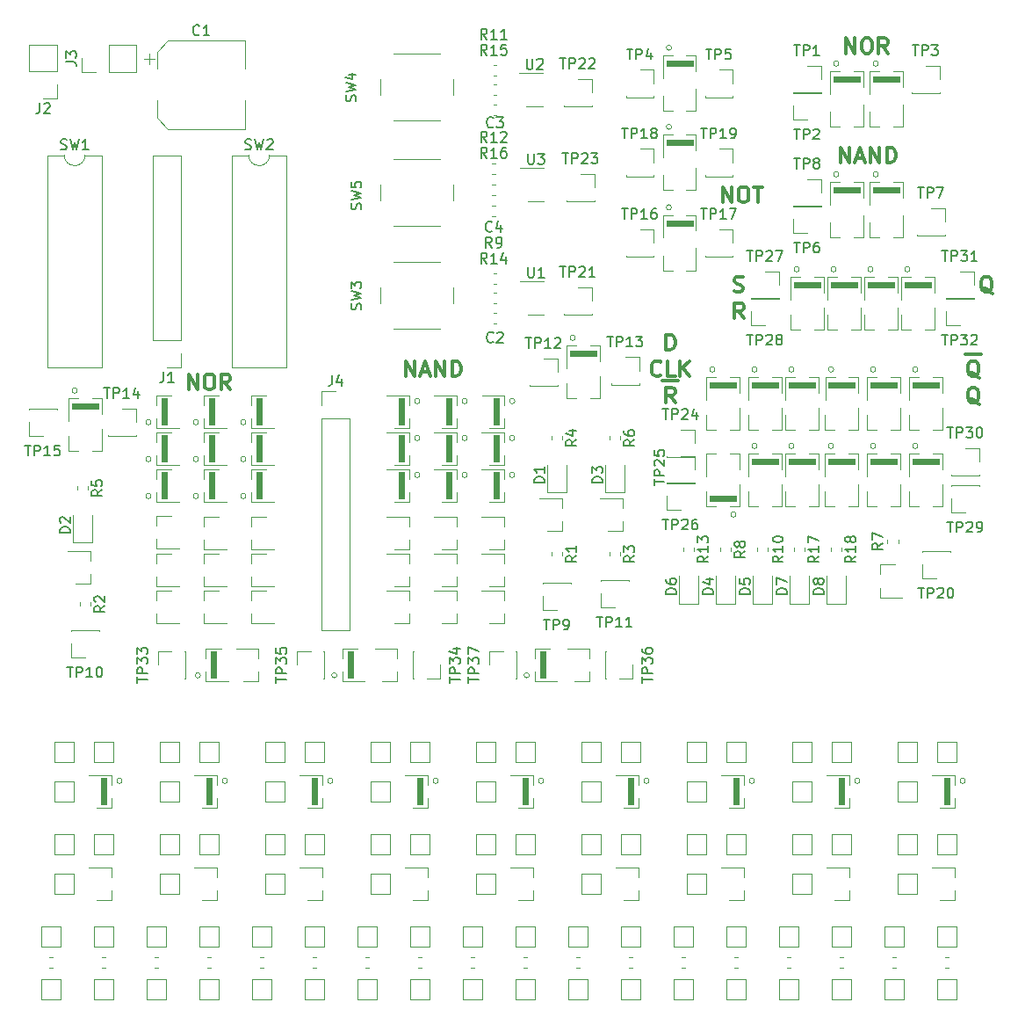
<source format=gbr>
G04 #@! TF.GenerationSoftware,KiCad,Pcbnew,(5.1.5)-3*
G04 #@! TF.CreationDate,2020-01-30T19:41:33+01:00*
G04 #@! TF.ProjectId,TestingBoard,54657374-696e-4674-926f-6172642e6b69,rev?*
G04 #@! TF.SameCoordinates,Original*
G04 #@! TF.FileFunction,Legend,Top*
G04 #@! TF.FilePolarity,Positive*
%FSLAX46Y46*%
G04 Gerber Fmt 4.6, Leading zero omitted, Abs format (unit mm)*
G04 Created by KiCad (PCBNEW (5.1.5)-3) date 2020-01-30 19:41:33*
%MOMM*%
%LPD*%
G04 APERTURE LIST*
%ADD10C,0.300000*%
%ADD11C,0.120000*%
%ADD12C,0.100000*%
%ADD13C,0.150000*%
G04 APERTURE END LIST*
D10*
X47565714Y-88308571D02*
X47565714Y-86808571D01*
X48422857Y-88308571D01*
X48422857Y-86808571D01*
X49422857Y-86808571D02*
X49708571Y-86808571D01*
X49851428Y-86880000D01*
X49994285Y-87022857D01*
X50065714Y-87308571D01*
X50065714Y-87808571D01*
X49994285Y-88094285D01*
X49851428Y-88237142D01*
X49708571Y-88308571D01*
X49422857Y-88308571D01*
X49280000Y-88237142D01*
X49137142Y-88094285D01*
X49065714Y-87808571D01*
X49065714Y-87308571D01*
X49137142Y-87022857D01*
X49280000Y-86880000D01*
X49422857Y-86808571D01*
X51565714Y-88308571D02*
X51065714Y-87594285D01*
X50708571Y-88308571D02*
X50708571Y-86808571D01*
X51280000Y-86808571D01*
X51422857Y-86880000D01*
X51494285Y-86951428D01*
X51565714Y-87094285D01*
X51565714Y-87308571D01*
X51494285Y-87451428D01*
X51422857Y-87522857D01*
X51280000Y-87594285D01*
X50708571Y-87594285D01*
X68512857Y-87038571D02*
X68512857Y-85538571D01*
X69370000Y-87038571D01*
X69370000Y-85538571D01*
X70012857Y-86610000D02*
X70727142Y-86610000D01*
X69870000Y-87038571D02*
X70370000Y-85538571D01*
X70870000Y-87038571D01*
X71370000Y-87038571D02*
X71370000Y-85538571D01*
X72227142Y-87038571D01*
X72227142Y-85538571D01*
X72941428Y-87038571D02*
X72941428Y-85538571D01*
X73298571Y-85538571D01*
X73512857Y-85610000D01*
X73655714Y-85752857D01*
X73727142Y-85895714D01*
X73798571Y-86181428D01*
X73798571Y-86395714D01*
X73727142Y-86681428D01*
X73655714Y-86824285D01*
X73512857Y-86967142D01*
X73298571Y-87038571D01*
X72941428Y-87038571D01*
X122404285Y-84885000D02*
X123975714Y-84885000D01*
X123761428Y-87176428D02*
X123618571Y-87105000D01*
X123475714Y-86962142D01*
X123261428Y-86747857D01*
X123118571Y-86676428D01*
X122975714Y-86676428D01*
X123047142Y-87033571D02*
X122904285Y-86962142D01*
X122761428Y-86819285D01*
X122690000Y-86533571D01*
X122690000Y-86033571D01*
X122761428Y-85747857D01*
X122904285Y-85605000D01*
X123047142Y-85533571D01*
X123332857Y-85533571D01*
X123475714Y-85605000D01*
X123618571Y-85747857D01*
X123690000Y-86033571D01*
X123690000Y-86533571D01*
X123618571Y-86819285D01*
X123475714Y-86962142D01*
X123332857Y-87033571D01*
X123047142Y-87033571D01*
X123761428Y-89726428D02*
X123618571Y-89655000D01*
X123475714Y-89512142D01*
X123261428Y-89297857D01*
X123118571Y-89226428D01*
X122975714Y-89226428D01*
X123047142Y-89583571D02*
X122904285Y-89512142D01*
X122761428Y-89369285D01*
X122690000Y-89083571D01*
X122690000Y-88583571D01*
X122761428Y-88297857D01*
X122904285Y-88155000D01*
X123047142Y-88083571D01*
X123332857Y-88083571D01*
X123475714Y-88155000D01*
X123618571Y-88297857D01*
X123690000Y-88583571D01*
X123690000Y-89083571D01*
X123618571Y-89369285D01*
X123475714Y-89512142D01*
X123332857Y-89583571D01*
X123047142Y-89583571D01*
X93587142Y-84488571D02*
X93587142Y-82988571D01*
X93944285Y-82988571D01*
X94158571Y-83060000D01*
X94301428Y-83202857D01*
X94372857Y-83345714D01*
X94444285Y-83631428D01*
X94444285Y-83845714D01*
X94372857Y-84131428D01*
X94301428Y-84274285D01*
X94158571Y-84417142D01*
X93944285Y-84488571D01*
X93587142Y-84488571D01*
X93087142Y-86895714D02*
X93015714Y-86967142D01*
X92801428Y-87038571D01*
X92658571Y-87038571D01*
X92444285Y-86967142D01*
X92301428Y-86824285D01*
X92230000Y-86681428D01*
X92158571Y-86395714D01*
X92158571Y-86181428D01*
X92230000Y-85895714D01*
X92301428Y-85752857D01*
X92444285Y-85610000D01*
X92658571Y-85538571D01*
X92801428Y-85538571D01*
X93015714Y-85610000D01*
X93087142Y-85681428D01*
X94444285Y-87038571D02*
X93730000Y-87038571D01*
X93730000Y-85538571D01*
X94944285Y-87038571D02*
X94944285Y-85538571D01*
X95801428Y-87038571D02*
X95158571Y-86181428D01*
X95801428Y-85538571D02*
X94944285Y-86395714D01*
X93230000Y-87440000D02*
X94730000Y-87440000D01*
X94444285Y-89588571D02*
X93944285Y-88874285D01*
X93587142Y-89588571D02*
X93587142Y-88088571D01*
X94158571Y-88088571D01*
X94301428Y-88160000D01*
X94372857Y-88231428D01*
X94444285Y-88374285D01*
X94444285Y-88588571D01*
X94372857Y-88731428D01*
X94301428Y-88802857D01*
X94158571Y-88874285D01*
X93587142Y-88874285D01*
X110422857Y-66464571D02*
X110422857Y-64964571D01*
X111280000Y-66464571D01*
X111280000Y-64964571D01*
X111922857Y-66036000D02*
X112637142Y-66036000D01*
X111780000Y-66464571D02*
X112280000Y-64964571D01*
X112780000Y-66464571D01*
X113280000Y-66464571D02*
X113280000Y-64964571D01*
X114137142Y-66464571D01*
X114137142Y-64964571D01*
X114851428Y-66464571D02*
X114851428Y-64964571D01*
X115208571Y-64964571D01*
X115422857Y-65036000D01*
X115565714Y-65178857D01*
X115637142Y-65321714D01*
X115708571Y-65607428D01*
X115708571Y-65821714D01*
X115637142Y-66107428D01*
X115565714Y-66250285D01*
X115422857Y-66393142D01*
X115208571Y-66464571D01*
X114851428Y-66464571D01*
X99052285Y-70274571D02*
X99052285Y-68774571D01*
X99909428Y-70274571D01*
X99909428Y-68774571D01*
X100909428Y-68774571D02*
X101195142Y-68774571D01*
X101338000Y-68846000D01*
X101480857Y-68988857D01*
X101552285Y-69274571D01*
X101552285Y-69774571D01*
X101480857Y-70060285D01*
X101338000Y-70203142D01*
X101195142Y-70274571D01*
X100909428Y-70274571D01*
X100766571Y-70203142D01*
X100623714Y-70060285D01*
X100552285Y-69774571D01*
X100552285Y-69274571D01*
X100623714Y-68988857D01*
X100766571Y-68846000D01*
X100909428Y-68774571D01*
X101980857Y-68774571D02*
X102838000Y-68774571D01*
X102409428Y-70274571D02*
X102409428Y-68774571D01*
X125031428Y-79053428D02*
X124888571Y-78982000D01*
X124745714Y-78839142D01*
X124531428Y-78624857D01*
X124388571Y-78553428D01*
X124245714Y-78553428D01*
X124317142Y-78910571D02*
X124174285Y-78839142D01*
X124031428Y-78696285D01*
X123960000Y-78410571D01*
X123960000Y-77910571D01*
X124031428Y-77624857D01*
X124174285Y-77482000D01*
X124317142Y-77410571D01*
X124602857Y-77410571D01*
X124745714Y-77482000D01*
X124888571Y-77624857D01*
X124960000Y-77910571D01*
X124960000Y-78410571D01*
X124888571Y-78696285D01*
X124745714Y-78839142D01*
X124602857Y-78910571D01*
X124317142Y-78910571D01*
X101048285Y-81450571D02*
X100548285Y-80736285D01*
X100191142Y-81450571D02*
X100191142Y-79950571D01*
X100762571Y-79950571D01*
X100905428Y-80022000D01*
X100976857Y-80093428D01*
X101048285Y-80236285D01*
X101048285Y-80450571D01*
X100976857Y-80593428D01*
X100905428Y-80664857D01*
X100762571Y-80736285D01*
X100191142Y-80736285D01*
X100155428Y-78839142D02*
X100369714Y-78910571D01*
X100726857Y-78910571D01*
X100869714Y-78839142D01*
X100941142Y-78767714D01*
X101012571Y-78624857D01*
X101012571Y-78482000D01*
X100941142Y-78339142D01*
X100869714Y-78267714D01*
X100726857Y-78196285D01*
X100441142Y-78124857D01*
X100298285Y-78053428D01*
X100226857Y-77982000D01*
X100155428Y-77839142D01*
X100155428Y-77696285D01*
X100226857Y-77553428D01*
X100298285Y-77482000D01*
X100441142Y-77410571D01*
X100798285Y-77410571D01*
X101012571Y-77482000D01*
X110938714Y-55923571D02*
X110938714Y-54423571D01*
X111795857Y-55923571D01*
X111795857Y-54423571D01*
X112795857Y-54423571D02*
X113081571Y-54423571D01*
X113224428Y-54495000D01*
X113367285Y-54637857D01*
X113438714Y-54923571D01*
X113438714Y-55423571D01*
X113367285Y-55709285D01*
X113224428Y-55852142D01*
X113081571Y-55923571D01*
X112795857Y-55923571D01*
X112653000Y-55852142D01*
X112510142Y-55709285D01*
X112438714Y-55423571D01*
X112438714Y-54923571D01*
X112510142Y-54637857D01*
X112653000Y-54495000D01*
X112795857Y-54423571D01*
X114938714Y-55923571D02*
X114438714Y-55209285D01*
X114081571Y-55923571D02*
X114081571Y-54423571D01*
X114653000Y-54423571D01*
X114795857Y-54495000D01*
X114867285Y-54566428D01*
X114938714Y-54709285D01*
X114938714Y-54923571D01*
X114867285Y-55066428D01*
X114795857Y-55137857D01*
X114653000Y-55209285D01*
X114081571Y-55209285D01*
D11*
X99380000Y-140020000D02*
X101280000Y-140020000D01*
X101280000Y-140020000D02*
X101280000Y-141920000D01*
X101280000Y-141920000D02*
X99380000Y-141920000D01*
X99380000Y-141920000D02*
X99380000Y-140020000D01*
X89220000Y-145100000D02*
X91120000Y-145100000D01*
X91120000Y-145100000D02*
X91120000Y-147000000D01*
X91120000Y-147000000D02*
X89220000Y-147000000D01*
X89220000Y-147000000D02*
X89220000Y-145100000D01*
X99380000Y-147000000D02*
X99380000Y-145100000D01*
X101280000Y-147000000D02*
X99380000Y-147000000D01*
X101280000Y-145100000D02*
X101280000Y-147000000D01*
X99380000Y-145100000D02*
X101280000Y-145100000D01*
X89220000Y-141920000D02*
X89220000Y-140020000D01*
X91120000Y-141920000D02*
X89220000Y-141920000D01*
X91120000Y-140020000D02*
X91120000Y-141920000D01*
X89220000Y-140020000D02*
X91120000Y-140020000D01*
X100167221Y-143000000D02*
X100492779Y-143000000D01*
X100167221Y-144020000D02*
X100492779Y-144020000D01*
X95087221Y-143000000D02*
X95412779Y-143000000D01*
X95087221Y-144020000D02*
X95412779Y-144020000D01*
X90007221Y-144020000D02*
X90332779Y-144020000D01*
X90007221Y-143000000D02*
X90332779Y-143000000D01*
X94300000Y-145100000D02*
X96200000Y-145100000D01*
X96200000Y-145100000D02*
X96200000Y-147000000D01*
X96200000Y-147000000D02*
X94300000Y-147000000D01*
X94300000Y-147000000D02*
X94300000Y-145100000D01*
X94300000Y-140020000D02*
X96200000Y-140020000D01*
X96200000Y-140020000D02*
X96200000Y-141920000D01*
X96200000Y-141920000D02*
X94300000Y-141920000D01*
X94300000Y-141920000D02*
X94300000Y-140020000D01*
X84018000Y-89152000D02*
X84018000Y-87692000D01*
X87178000Y-89152000D02*
X87178000Y-86992000D01*
X87178000Y-89152000D02*
X86248000Y-89152000D01*
X84018000Y-89152000D02*
X84948000Y-89152000D01*
X87178000Y-84076000D02*
X86248000Y-84076000D01*
X84018000Y-84076000D02*
X84948000Y-84076000D01*
X84018000Y-84076000D02*
X84018000Y-86236000D01*
X87178000Y-84076000D02*
X87178000Y-85536000D01*
X84328000Y-84582000D02*
X84328000Y-85090000D01*
X84328000Y-85090000D02*
X86868000Y-85090000D01*
X86868000Y-85090000D02*
X86868000Y-84582000D01*
X86868000Y-84582000D02*
X84328000Y-84582000D01*
D12*
G36*
X86868000Y-84582000D02*
G01*
X86868000Y-85090000D01*
X84328000Y-85090000D01*
X84328000Y-84582000D01*
X86868000Y-84582000D01*
G37*
X86868000Y-84582000D02*
X86868000Y-85090000D01*
X84328000Y-85090000D01*
X84328000Y-84582000D01*
X86868000Y-84582000D01*
D11*
X84836000Y-83312000D02*
G75*
G03X84836000Y-83312000I-254000J0D01*
G01*
X89662000Y-85157000D02*
X90992000Y-85157000D01*
X90992000Y-85157000D02*
X90992000Y-86487000D01*
X90992000Y-87697000D02*
X90992000Y-87817000D01*
X88332000Y-87697000D02*
X88332000Y-87817000D01*
X88332000Y-87817000D02*
X90992000Y-87817000D01*
X80458000Y-87944000D02*
X83118000Y-87944000D01*
X80458000Y-87824000D02*
X80458000Y-87944000D01*
X83118000Y-87824000D02*
X83118000Y-87944000D01*
X83118000Y-85284000D02*
X83118000Y-86614000D01*
X81788000Y-85284000D02*
X83118000Y-85284000D01*
X39172000Y-89156000D02*
X38242000Y-89156000D01*
X36012000Y-89156000D02*
X36942000Y-89156000D01*
X36012000Y-89156000D02*
X36012000Y-91316000D01*
X39172000Y-89156000D02*
X39172000Y-90616000D01*
X36322000Y-89662000D02*
X36322000Y-90170000D01*
X36322000Y-90170000D02*
X38862000Y-90170000D01*
X38862000Y-90170000D02*
X38862000Y-89662000D01*
X38862000Y-89662000D02*
X36322000Y-89662000D01*
D12*
G36*
X38862000Y-89662000D02*
G01*
X38862000Y-90170000D01*
X36322000Y-90170000D01*
X36322000Y-89662000D01*
X38862000Y-89662000D01*
G37*
X38862000Y-89662000D02*
X38862000Y-90170000D01*
X36322000Y-90170000D01*
X36322000Y-89662000D01*
X38862000Y-89662000D01*
D11*
X36830000Y-88392000D02*
G75*
G03X36830000Y-88392000I-254000J0D01*
G01*
X36012000Y-94232000D02*
X36942000Y-94232000D01*
X39172000Y-94232000D02*
X38242000Y-94232000D01*
X39172000Y-94232000D02*
X39172000Y-92072000D01*
X36012000Y-94232000D02*
X36012000Y-92772000D01*
X39818000Y-92770000D02*
X42478000Y-92770000D01*
X39818000Y-92650000D02*
X39818000Y-92770000D01*
X42478000Y-92650000D02*
X42478000Y-92770000D01*
X42478000Y-90110000D02*
X42478000Y-91440000D01*
X41148000Y-90110000D02*
X42478000Y-90110000D01*
X33528000Y-92770000D02*
X32198000Y-92770000D01*
X32198000Y-92770000D02*
X32198000Y-91440000D01*
X32198000Y-90230000D02*
X32198000Y-90110000D01*
X34858000Y-90230000D02*
X34858000Y-90110000D01*
X34858000Y-90110000D02*
X32198000Y-90110000D01*
X83568000Y-103977221D02*
X83568000Y-104302779D01*
X82548000Y-103977221D02*
X82548000Y-104302779D01*
X49024000Y-100528000D02*
X49024000Y-101458000D01*
X49024000Y-103688000D02*
X49024000Y-102758000D01*
X49024000Y-103688000D02*
X51184000Y-103688000D01*
X49024000Y-100528000D02*
X50484000Y-100528000D01*
X54290500Y-116388000D02*
X52830500Y-116388000D01*
X54290500Y-113228000D02*
X52130500Y-113228000D01*
X54290500Y-113228000D02*
X54290500Y-114158000D01*
X54290500Y-116388000D02*
X54290500Y-115458000D01*
X43768000Y-55918000D02*
X43768000Y-56918000D01*
X43268000Y-56418000D02*
X44268000Y-56418000D01*
X44508000Y-62123563D02*
X45572437Y-63188000D01*
X44508000Y-55732437D02*
X45572437Y-54668000D01*
X44508000Y-55732437D02*
X44508000Y-57418000D01*
X44508000Y-62123563D02*
X44508000Y-60438000D01*
X45572437Y-63188000D02*
X53028000Y-63188000D01*
X45572437Y-54668000D02*
X53028000Y-54668000D01*
X53028000Y-54668000D02*
X53028000Y-57418000D01*
X53028000Y-63188000D02*
X53028000Y-60438000D01*
X76926221Y-80897000D02*
X77251779Y-80897000D01*
X76926221Y-81917000D02*
X77251779Y-81917000D01*
X76926221Y-61851000D02*
X77251779Y-61851000D01*
X76926221Y-60831000D02*
X77251779Y-60831000D01*
X76799221Y-71630000D02*
X77124779Y-71630000D01*
X76799221Y-70610000D02*
X77124779Y-70610000D01*
X82098000Y-95520000D02*
X82098000Y-98205000D01*
X82098000Y-98205000D02*
X84018000Y-98205000D01*
X84018000Y-98205000D02*
X84018000Y-95520000D01*
X36378000Y-100346000D02*
X36378000Y-103031000D01*
X36378000Y-103031000D02*
X38298000Y-103031000D01*
X38298000Y-103031000D02*
X38298000Y-100346000D01*
X89606000Y-98205000D02*
X89606000Y-95520000D01*
X87686000Y-98205000D02*
X89606000Y-98205000D01*
X87686000Y-95520000D02*
X87686000Y-98205000D01*
X100274000Y-108936500D02*
X100274000Y-106251500D01*
X98354000Y-108936500D02*
X100274000Y-108936500D01*
X98354000Y-106251500D02*
X98354000Y-108936500D01*
X101910000Y-106251500D02*
X101910000Y-108936500D01*
X101910000Y-108936500D02*
X103830000Y-108936500D01*
X103830000Y-108936500D02*
X103830000Y-106251500D01*
X96718000Y-108936500D02*
X96718000Y-106251500D01*
X94798000Y-108936500D02*
X96718000Y-108936500D01*
X94798000Y-106251500D02*
X94798000Y-108936500D01*
X105466000Y-106251500D02*
X105466000Y-108936500D01*
X105466000Y-108936500D02*
X107386000Y-108936500D01*
X107386000Y-108936500D02*
X107386000Y-106251500D01*
X110942000Y-108936500D02*
X110942000Y-106251500D01*
X109022000Y-108936500D02*
X110942000Y-108936500D01*
X109022000Y-106251500D02*
X109022000Y-108936500D01*
X46796000Y-86166000D02*
X45466000Y-86166000D01*
X46796000Y-84836000D02*
X46796000Y-86166000D01*
X46796000Y-83566000D02*
X44136000Y-83566000D01*
X44136000Y-83566000D02*
X44136000Y-65726000D01*
X46796000Y-83566000D02*
X46796000Y-65726000D01*
X46796000Y-65726000D02*
X44136000Y-65726000D01*
X34858000Y-60258000D02*
X33528000Y-60258000D01*
X34858000Y-58928000D02*
X34858000Y-60258000D01*
X34858000Y-57658000D02*
X32198000Y-57658000D01*
X32198000Y-57658000D02*
X32198000Y-55058000D01*
X34858000Y-57658000D02*
X34858000Y-55058000D01*
X34858000Y-55058000D02*
X32198000Y-55058000D01*
X42478000Y-57718000D02*
X42478000Y-55058000D01*
X39878000Y-57718000D02*
X42478000Y-57718000D01*
X39878000Y-55058000D02*
X42478000Y-55058000D01*
X39878000Y-57718000D02*
X39878000Y-55058000D01*
X38608000Y-57718000D02*
X37278000Y-57718000D01*
X37278000Y-57718000D02*
X37278000Y-56388000D01*
X60392000Y-88459000D02*
X61722000Y-88459000D01*
X60392000Y-89789000D02*
X60392000Y-88459000D01*
X60392000Y-91059000D02*
X63052000Y-91059000D01*
X63052000Y-91059000D02*
X63052000Y-111439000D01*
X60392000Y-91059000D02*
X60392000Y-111439000D01*
X60392000Y-111439000D02*
X63052000Y-111439000D01*
X109418000Y-62990000D02*
X109418000Y-61530000D01*
X112578000Y-62990000D02*
X112578000Y-60830000D01*
X112578000Y-62990000D02*
X111648000Y-62990000D01*
X109418000Y-62990000D02*
X110348000Y-62990000D01*
X110236000Y-56896000D02*
G75*
G03X110236000Y-56896000I-254000J0D01*
G01*
D12*
G36*
X112268000Y-58166000D02*
G01*
X112268000Y-58674000D01*
X109728000Y-58674000D01*
X109728000Y-58166000D01*
X112268000Y-58166000D01*
G37*
X112268000Y-58166000D02*
X112268000Y-58674000D01*
X109728000Y-58674000D01*
X109728000Y-58166000D01*
X112268000Y-58166000D01*
D11*
X112268000Y-58166000D02*
X109728000Y-58166000D01*
X112268000Y-58674000D02*
X112268000Y-58166000D01*
X109728000Y-58674000D02*
X112268000Y-58674000D01*
X109728000Y-58166000D02*
X109728000Y-58674000D01*
X112578000Y-57660000D02*
X112578000Y-59120000D01*
X109418000Y-57660000D02*
X109418000Y-59820000D01*
X109418000Y-57660000D02*
X110348000Y-57660000D01*
X112578000Y-57660000D02*
X111648000Y-57660000D01*
X114046000Y-56896000D02*
G75*
G03X114046000Y-56896000I-254000J0D01*
G01*
D12*
G36*
X116078000Y-58166000D02*
G01*
X116078000Y-58674000D01*
X113538000Y-58674000D01*
X113538000Y-58166000D01*
X116078000Y-58166000D01*
G37*
X116078000Y-58166000D02*
X116078000Y-58674000D01*
X113538000Y-58674000D01*
X113538000Y-58166000D01*
X116078000Y-58166000D01*
D11*
X116078000Y-58166000D02*
X113538000Y-58166000D01*
X116078000Y-58674000D02*
X116078000Y-58166000D01*
X113538000Y-58674000D02*
X116078000Y-58674000D01*
X113538000Y-58166000D02*
X113538000Y-58674000D01*
X116388000Y-57660000D02*
X116388000Y-59120000D01*
X113228000Y-57660000D02*
X113228000Y-59820000D01*
X113228000Y-57660000D02*
X114158000Y-57660000D01*
X116388000Y-57660000D02*
X115458000Y-57660000D01*
X113228000Y-62990000D02*
X114158000Y-62990000D01*
X116388000Y-62990000D02*
X115458000Y-62990000D01*
X116388000Y-62990000D02*
X116388000Y-60830000D01*
X113228000Y-62990000D02*
X113228000Y-61530000D01*
X96449000Y-56136000D02*
X95519000Y-56136000D01*
X93289000Y-56136000D02*
X94219000Y-56136000D01*
X93289000Y-56136000D02*
X93289000Y-58296000D01*
X96449000Y-56136000D02*
X96449000Y-57596000D01*
X93599000Y-56642000D02*
X93599000Y-57150000D01*
X93599000Y-57150000D02*
X96139000Y-57150000D01*
X96139000Y-57150000D02*
X96139000Y-56642000D01*
X96139000Y-56642000D02*
X93599000Y-56642000D01*
D12*
G36*
X96139000Y-56642000D02*
G01*
X96139000Y-57150000D01*
X93599000Y-57150000D01*
X93599000Y-56642000D01*
X96139000Y-56642000D01*
G37*
X96139000Y-56642000D02*
X96139000Y-57150000D01*
X93599000Y-57150000D01*
X93599000Y-56642000D01*
X96139000Y-56642000D01*
D11*
X94107000Y-55372000D02*
G75*
G03X94107000Y-55372000I-254000J0D01*
G01*
X93289000Y-61466000D02*
X93289000Y-60006000D01*
X96449000Y-61466000D02*
X96449000Y-59306000D01*
X96449000Y-61466000D02*
X95519000Y-61466000D01*
X93289000Y-61466000D02*
X94219000Y-61466000D01*
X112578000Y-68328000D02*
X111648000Y-68328000D01*
X109418000Y-68328000D02*
X110348000Y-68328000D01*
X109418000Y-68328000D02*
X109418000Y-70488000D01*
X112578000Y-68328000D02*
X112578000Y-69788000D01*
X109728000Y-68834000D02*
X109728000Y-69342000D01*
X109728000Y-69342000D02*
X112268000Y-69342000D01*
X112268000Y-69342000D02*
X112268000Y-68834000D01*
X112268000Y-68834000D02*
X109728000Y-68834000D01*
D12*
G36*
X112268000Y-68834000D02*
G01*
X112268000Y-69342000D01*
X109728000Y-69342000D01*
X109728000Y-68834000D01*
X112268000Y-68834000D01*
G37*
X112268000Y-68834000D02*
X112268000Y-69342000D01*
X109728000Y-69342000D01*
X109728000Y-68834000D01*
X112268000Y-68834000D01*
D11*
X110236000Y-67564000D02*
G75*
G03X110236000Y-67564000I-254000J0D01*
G01*
X113228000Y-73658000D02*
X114158000Y-73658000D01*
X116388000Y-73658000D02*
X115458000Y-73658000D01*
X116388000Y-73658000D02*
X116388000Y-71498000D01*
X113228000Y-73658000D02*
X113228000Y-72198000D01*
X109418000Y-73658000D02*
X109418000Y-72198000D01*
X112578000Y-73658000D02*
X112578000Y-71498000D01*
X112578000Y-73658000D02*
X111648000Y-73658000D01*
X109418000Y-73658000D02*
X110348000Y-73658000D01*
X114046000Y-67564000D02*
G75*
G03X114046000Y-67564000I-254000J0D01*
G01*
D12*
G36*
X116078000Y-68834000D02*
G01*
X116078000Y-69342000D01*
X113538000Y-69342000D01*
X113538000Y-68834000D01*
X116078000Y-68834000D01*
G37*
X116078000Y-68834000D02*
X116078000Y-69342000D01*
X113538000Y-69342000D01*
X113538000Y-68834000D01*
X116078000Y-68834000D01*
D11*
X116078000Y-68834000D02*
X113538000Y-68834000D01*
X116078000Y-69342000D02*
X116078000Y-68834000D01*
X113538000Y-69342000D02*
X116078000Y-69342000D01*
X113538000Y-68834000D02*
X113538000Y-69342000D01*
X116388000Y-68328000D02*
X116388000Y-69788000D01*
X113228000Y-68328000D02*
X113228000Y-70488000D01*
X113228000Y-68328000D02*
X114158000Y-68328000D01*
X116388000Y-68328000D02*
X115458000Y-68328000D01*
X83564000Y-101910000D02*
X83564000Y-100980000D01*
X83564000Y-98750000D02*
X83564000Y-99680000D01*
X83564000Y-98750000D02*
X81404000Y-98750000D01*
X83564000Y-101910000D02*
X82104000Y-101910000D01*
X38098000Y-106990000D02*
X38098000Y-106060000D01*
X38098000Y-103830000D02*
X38098000Y-104760000D01*
X38098000Y-103830000D02*
X35938000Y-103830000D01*
X38098000Y-106990000D02*
X36638000Y-106990000D01*
X89406000Y-101910000D02*
X87946000Y-101910000D01*
X89406000Y-98750000D02*
X87246000Y-98750000D01*
X89406000Y-98750000D02*
X89406000Y-99680000D01*
X89406000Y-101910000D02*
X89406000Y-100980000D01*
X68832000Y-92004000D02*
X68832000Y-91074000D01*
X68832000Y-88844000D02*
X68832000Y-89774000D01*
X68832000Y-88844000D02*
X66672000Y-88844000D01*
X68832000Y-92004000D02*
X67372000Y-92004000D01*
X68326000Y-89154000D02*
X67818000Y-89154000D01*
X67818000Y-89154000D02*
X67818000Y-91694000D01*
X67818000Y-91694000D02*
X68326000Y-91694000D01*
X68326000Y-91694000D02*
X68326000Y-89154000D01*
D12*
G36*
X68326000Y-91694000D02*
G01*
X67818000Y-91694000D01*
X67818000Y-89154000D01*
X68326000Y-89154000D01*
X68326000Y-91694000D01*
G37*
X68326000Y-91694000D02*
X67818000Y-91694000D01*
X67818000Y-89154000D01*
X68326000Y-89154000D01*
X68326000Y-91694000D01*
D11*
X69850000Y-89408000D02*
G75*
G03X69850000Y-89408000I-254000J0D01*
G01*
X68832000Y-95560000D02*
X68832000Y-94630000D01*
X68832000Y-92400000D02*
X68832000Y-93330000D01*
X68832000Y-92400000D02*
X66672000Y-92400000D01*
X68832000Y-95560000D02*
X67372000Y-95560000D01*
X68326000Y-92710000D02*
X67818000Y-92710000D01*
X67818000Y-92710000D02*
X67818000Y-95250000D01*
X67818000Y-95250000D02*
X68326000Y-95250000D01*
X68326000Y-95250000D02*
X68326000Y-92710000D01*
D12*
G36*
X68326000Y-95250000D02*
G01*
X67818000Y-95250000D01*
X67818000Y-92710000D01*
X68326000Y-92710000D01*
X68326000Y-95250000D01*
G37*
X68326000Y-95250000D02*
X67818000Y-95250000D01*
X67818000Y-92710000D01*
X68326000Y-92710000D01*
X68326000Y-95250000D01*
D11*
X69850000Y-92964000D02*
G75*
G03X69850000Y-92964000I-254000J0D01*
G01*
X68832000Y-99116000D02*
X68832000Y-98186000D01*
X68832000Y-95956000D02*
X68832000Y-96886000D01*
X68832000Y-95956000D02*
X66672000Y-95956000D01*
X68832000Y-99116000D02*
X67372000Y-99116000D01*
X68326000Y-96266000D02*
X67818000Y-96266000D01*
X67818000Y-96266000D02*
X67818000Y-98806000D01*
X67818000Y-98806000D02*
X68326000Y-98806000D01*
X68326000Y-98806000D02*
X68326000Y-96266000D01*
D12*
G36*
X68326000Y-98806000D02*
G01*
X67818000Y-98806000D01*
X67818000Y-96266000D01*
X68326000Y-96266000D01*
X68326000Y-98806000D01*
G37*
X68326000Y-98806000D02*
X67818000Y-98806000D01*
X67818000Y-96266000D01*
X68326000Y-96266000D01*
X68326000Y-98806000D01*
D11*
X69850000Y-96520000D02*
G75*
G03X69850000Y-96520000I-254000J0D01*
G01*
X68832000Y-110800000D02*
X67372000Y-110800000D01*
X68832000Y-107640000D02*
X66672000Y-107640000D01*
X68832000Y-107640000D02*
X68832000Y-108570000D01*
X68832000Y-110800000D02*
X68832000Y-109870000D01*
X68832000Y-107244000D02*
X67372000Y-107244000D01*
X68832000Y-104084000D02*
X66672000Y-104084000D01*
X68832000Y-104084000D02*
X68832000Y-105014000D01*
X68832000Y-107244000D02*
X68832000Y-106314000D01*
X68832000Y-103688000D02*
X67372000Y-103688000D01*
X68832000Y-100528000D02*
X66672000Y-100528000D01*
X68832000Y-100528000D02*
X68832000Y-101458000D01*
X68832000Y-103688000D02*
X68832000Y-102758000D01*
X74422000Y-89408000D02*
G75*
G03X74422000Y-89408000I-254000J0D01*
G01*
D12*
G36*
X72898000Y-91694000D02*
G01*
X72390000Y-91694000D01*
X72390000Y-89154000D01*
X72898000Y-89154000D01*
X72898000Y-91694000D01*
G37*
X72898000Y-91694000D02*
X72390000Y-91694000D01*
X72390000Y-89154000D01*
X72898000Y-89154000D01*
X72898000Y-91694000D01*
D11*
X72898000Y-91694000D02*
X72898000Y-89154000D01*
X72390000Y-91694000D02*
X72898000Y-91694000D01*
X72390000Y-89154000D02*
X72390000Y-91694000D01*
X72898000Y-89154000D02*
X72390000Y-89154000D01*
X73404000Y-92004000D02*
X71944000Y-92004000D01*
X73404000Y-88844000D02*
X71244000Y-88844000D01*
X73404000Y-88844000D02*
X73404000Y-89774000D01*
X73404000Y-92004000D02*
X73404000Y-91074000D01*
X73404000Y-95560000D02*
X73404000Y-94630000D01*
X73404000Y-92400000D02*
X73404000Y-93330000D01*
X73404000Y-92400000D02*
X71244000Y-92400000D01*
X73404000Y-95560000D02*
X71944000Y-95560000D01*
X72898000Y-92710000D02*
X72390000Y-92710000D01*
X72390000Y-92710000D02*
X72390000Y-95250000D01*
X72390000Y-95250000D02*
X72898000Y-95250000D01*
X72898000Y-95250000D02*
X72898000Y-92710000D01*
D12*
G36*
X72898000Y-95250000D02*
G01*
X72390000Y-95250000D01*
X72390000Y-92710000D01*
X72898000Y-92710000D01*
X72898000Y-95250000D01*
G37*
X72898000Y-95250000D02*
X72390000Y-95250000D01*
X72390000Y-92710000D01*
X72898000Y-92710000D01*
X72898000Y-95250000D01*
D11*
X74422000Y-92964000D02*
G75*
G03X74422000Y-92964000I-254000J0D01*
G01*
X74422000Y-96520000D02*
G75*
G03X74422000Y-96520000I-254000J0D01*
G01*
D12*
G36*
X72898000Y-98806000D02*
G01*
X72390000Y-98806000D01*
X72390000Y-96266000D01*
X72898000Y-96266000D01*
X72898000Y-98806000D01*
G37*
X72898000Y-98806000D02*
X72390000Y-98806000D01*
X72390000Y-96266000D01*
X72898000Y-96266000D01*
X72898000Y-98806000D01*
D11*
X72898000Y-98806000D02*
X72898000Y-96266000D01*
X72390000Y-98806000D02*
X72898000Y-98806000D01*
X72390000Y-96266000D02*
X72390000Y-98806000D01*
X72898000Y-96266000D02*
X72390000Y-96266000D01*
X73404000Y-99116000D02*
X71944000Y-99116000D01*
X73404000Y-95956000D02*
X71244000Y-95956000D01*
X73404000Y-95956000D02*
X73404000Y-96886000D01*
X73404000Y-99116000D02*
X73404000Y-98186000D01*
X73404000Y-110800000D02*
X73404000Y-109870000D01*
X73404000Y-107640000D02*
X73404000Y-108570000D01*
X73404000Y-107640000D02*
X71244000Y-107640000D01*
X73404000Y-110800000D02*
X71944000Y-110800000D01*
X73404000Y-107244000D02*
X73404000Y-106314000D01*
X73404000Y-104084000D02*
X73404000Y-105014000D01*
X73404000Y-104084000D02*
X71244000Y-104084000D01*
X73404000Y-107244000D02*
X71944000Y-107244000D01*
X73404000Y-103688000D02*
X73404000Y-102758000D01*
X73404000Y-100528000D02*
X73404000Y-101458000D01*
X73404000Y-100528000D02*
X71244000Y-100528000D01*
X73404000Y-103688000D02*
X71944000Y-103688000D01*
X79010000Y-89408000D02*
G75*
G03X79010000Y-89408000I-254000J0D01*
G01*
D12*
G36*
X77486000Y-91694000D02*
G01*
X76978000Y-91694000D01*
X76978000Y-89154000D01*
X77486000Y-89154000D01*
X77486000Y-91694000D01*
G37*
X77486000Y-91694000D02*
X76978000Y-91694000D01*
X76978000Y-89154000D01*
X77486000Y-89154000D01*
X77486000Y-91694000D01*
D11*
X77486000Y-91694000D02*
X77486000Y-89154000D01*
X76978000Y-91694000D02*
X77486000Y-91694000D01*
X76978000Y-89154000D02*
X76978000Y-91694000D01*
X77486000Y-89154000D02*
X76978000Y-89154000D01*
X77992000Y-92004000D02*
X76532000Y-92004000D01*
X77992000Y-88844000D02*
X75832000Y-88844000D01*
X77992000Y-88844000D02*
X77992000Y-89774000D01*
X77992000Y-92004000D02*
X77992000Y-91074000D01*
X78994000Y-92964000D02*
G75*
G03X78994000Y-92964000I-254000J0D01*
G01*
D12*
G36*
X77470000Y-95250000D02*
G01*
X76962000Y-95250000D01*
X76962000Y-92710000D01*
X77470000Y-92710000D01*
X77470000Y-95250000D01*
G37*
X77470000Y-95250000D02*
X76962000Y-95250000D01*
X76962000Y-92710000D01*
X77470000Y-92710000D01*
X77470000Y-95250000D01*
D11*
X77470000Y-95250000D02*
X77470000Y-92710000D01*
X76962000Y-95250000D02*
X77470000Y-95250000D01*
X76962000Y-92710000D02*
X76962000Y-95250000D01*
X77470000Y-92710000D02*
X76962000Y-92710000D01*
X77976000Y-95560000D02*
X76516000Y-95560000D01*
X77976000Y-92400000D02*
X75816000Y-92400000D01*
X77976000Y-92400000D02*
X77976000Y-93330000D01*
X77976000Y-95560000D02*
X77976000Y-94630000D01*
X77976000Y-99116000D02*
X77976000Y-98186000D01*
X77976000Y-95956000D02*
X77976000Y-96886000D01*
X77976000Y-95956000D02*
X75816000Y-95956000D01*
X77976000Y-99116000D02*
X76516000Y-99116000D01*
X77470000Y-96266000D02*
X76962000Y-96266000D01*
X76962000Y-96266000D02*
X76962000Y-98806000D01*
X76962000Y-98806000D02*
X77470000Y-98806000D01*
X77470000Y-98806000D02*
X77470000Y-96266000D01*
D12*
G36*
X77470000Y-98806000D02*
G01*
X76962000Y-98806000D01*
X76962000Y-96266000D01*
X77470000Y-96266000D01*
X77470000Y-98806000D01*
G37*
X77470000Y-98806000D02*
X76962000Y-98806000D01*
X76962000Y-96266000D01*
X77470000Y-96266000D01*
X77470000Y-98806000D01*
D11*
X78994000Y-96520000D02*
G75*
G03X78994000Y-96520000I-254000J0D01*
G01*
X77976000Y-110800000D02*
X77976000Y-109870000D01*
X77976000Y-107640000D02*
X77976000Y-108570000D01*
X77976000Y-107640000D02*
X75816000Y-107640000D01*
X77976000Y-110800000D02*
X76516000Y-110800000D01*
X77976000Y-107244000D02*
X77976000Y-106314000D01*
X77976000Y-104084000D02*
X77976000Y-105014000D01*
X77976000Y-104084000D02*
X75816000Y-104084000D01*
X77976000Y-107244000D02*
X76516000Y-107244000D01*
X77976000Y-103688000D02*
X76516000Y-103688000D01*
X77976000Y-100528000D02*
X75816000Y-100528000D01*
X77976000Y-100528000D02*
X77976000Y-101458000D01*
X77976000Y-103688000D02*
X77976000Y-102758000D01*
X43942000Y-91440000D02*
G75*
G03X43942000Y-91440000I-254000J0D01*
G01*
D12*
G36*
X44958000Y-89154000D02*
G01*
X45466000Y-89154000D01*
X45466000Y-91694000D01*
X44958000Y-91694000D01*
X44958000Y-89154000D01*
G37*
X44958000Y-89154000D02*
X45466000Y-89154000D01*
X45466000Y-91694000D01*
X44958000Y-91694000D01*
X44958000Y-89154000D01*
D11*
X44958000Y-89154000D02*
X44958000Y-91694000D01*
X45466000Y-89154000D02*
X44958000Y-89154000D01*
X45466000Y-91694000D02*
X45466000Y-89154000D01*
X44958000Y-91694000D02*
X45466000Y-91694000D01*
X44452000Y-88844000D02*
X45912000Y-88844000D01*
X44452000Y-92004000D02*
X46612000Y-92004000D01*
X44452000Y-92004000D02*
X44452000Y-91074000D01*
X44452000Y-88844000D02*
X44452000Y-89774000D01*
X44452000Y-92400000D02*
X44452000Y-93330000D01*
X44452000Y-95560000D02*
X44452000Y-94630000D01*
X44452000Y-95560000D02*
X46612000Y-95560000D01*
X44452000Y-92400000D02*
X45912000Y-92400000D01*
X44958000Y-95250000D02*
X45466000Y-95250000D01*
X45466000Y-95250000D02*
X45466000Y-92710000D01*
X45466000Y-92710000D02*
X44958000Y-92710000D01*
X44958000Y-92710000D02*
X44958000Y-95250000D01*
D12*
G36*
X44958000Y-92710000D02*
G01*
X45466000Y-92710000D01*
X45466000Y-95250000D01*
X44958000Y-95250000D01*
X44958000Y-92710000D01*
G37*
X44958000Y-92710000D02*
X45466000Y-92710000D01*
X45466000Y-95250000D01*
X44958000Y-95250000D01*
X44958000Y-92710000D01*
D11*
X43942000Y-94996000D02*
G75*
G03X43942000Y-94996000I-254000J0D01*
G01*
X43942000Y-98552000D02*
G75*
G03X43942000Y-98552000I-254000J0D01*
G01*
D12*
G36*
X44958000Y-96266000D02*
G01*
X45466000Y-96266000D01*
X45466000Y-98806000D01*
X44958000Y-98806000D01*
X44958000Y-96266000D01*
G37*
X44958000Y-96266000D02*
X45466000Y-96266000D01*
X45466000Y-98806000D01*
X44958000Y-98806000D01*
X44958000Y-96266000D01*
D11*
X44958000Y-96266000D02*
X44958000Y-98806000D01*
X45466000Y-96266000D02*
X44958000Y-96266000D01*
X45466000Y-98806000D02*
X45466000Y-96266000D01*
X44958000Y-98806000D02*
X45466000Y-98806000D01*
X44452000Y-95956000D02*
X45912000Y-95956000D01*
X44452000Y-99116000D02*
X46612000Y-99116000D01*
X44452000Y-99116000D02*
X44452000Y-98186000D01*
X44452000Y-95956000D02*
X44452000Y-96886000D01*
X44452000Y-107640000D02*
X44452000Y-108570000D01*
X44452000Y-110800000D02*
X44452000Y-109870000D01*
X44452000Y-110800000D02*
X46612000Y-110800000D01*
X44452000Y-107640000D02*
X45912000Y-107640000D01*
X44452000Y-104084000D02*
X44452000Y-105014000D01*
X44452000Y-107244000D02*
X44452000Y-106314000D01*
X44452000Y-107244000D02*
X46612000Y-107244000D01*
X44452000Y-104084000D02*
X45912000Y-104084000D01*
X44468000Y-100462000D02*
X45928000Y-100462000D01*
X44468000Y-103622000D02*
X46628000Y-103622000D01*
X44468000Y-103622000D02*
X44468000Y-102692000D01*
X44468000Y-100462000D02*
X44468000Y-101392000D01*
X49024000Y-88844000D02*
X49024000Y-89774000D01*
X49024000Y-92004000D02*
X49024000Y-91074000D01*
X49024000Y-92004000D02*
X51184000Y-92004000D01*
X49024000Y-88844000D02*
X50484000Y-88844000D01*
X49530000Y-91694000D02*
X50038000Y-91694000D01*
X50038000Y-91694000D02*
X50038000Y-89154000D01*
X50038000Y-89154000D02*
X49530000Y-89154000D01*
X49530000Y-89154000D02*
X49530000Y-91694000D01*
D12*
G36*
X49530000Y-89154000D02*
G01*
X50038000Y-89154000D01*
X50038000Y-91694000D01*
X49530000Y-91694000D01*
X49530000Y-89154000D01*
G37*
X49530000Y-89154000D02*
X50038000Y-89154000D01*
X50038000Y-91694000D01*
X49530000Y-91694000D01*
X49530000Y-89154000D01*
D11*
X48514000Y-91440000D02*
G75*
G03X48514000Y-91440000I-254000J0D01*
G01*
X48514000Y-94996000D02*
G75*
G03X48514000Y-94996000I-254000J0D01*
G01*
D12*
G36*
X49530000Y-92710000D02*
G01*
X50038000Y-92710000D01*
X50038000Y-95250000D01*
X49530000Y-95250000D01*
X49530000Y-92710000D01*
G37*
X49530000Y-92710000D02*
X50038000Y-92710000D01*
X50038000Y-95250000D01*
X49530000Y-95250000D01*
X49530000Y-92710000D01*
D11*
X49530000Y-92710000D02*
X49530000Y-95250000D01*
X50038000Y-92710000D02*
X49530000Y-92710000D01*
X50038000Y-95250000D02*
X50038000Y-92710000D01*
X49530000Y-95250000D02*
X50038000Y-95250000D01*
X49024000Y-92400000D02*
X50484000Y-92400000D01*
X49024000Y-95560000D02*
X51184000Y-95560000D01*
X49024000Y-95560000D02*
X49024000Y-94630000D01*
X49024000Y-92400000D02*
X49024000Y-93330000D01*
X49024000Y-95956000D02*
X49024000Y-96886000D01*
X49024000Y-99116000D02*
X49024000Y-98186000D01*
X49024000Y-99116000D02*
X51184000Y-99116000D01*
X49024000Y-95956000D02*
X50484000Y-95956000D01*
X49530000Y-98806000D02*
X50038000Y-98806000D01*
X50038000Y-98806000D02*
X50038000Y-96266000D01*
X50038000Y-96266000D02*
X49530000Y-96266000D01*
X49530000Y-96266000D02*
X49530000Y-98806000D01*
D12*
G36*
X49530000Y-96266000D02*
G01*
X50038000Y-96266000D01*
X50038000Y-98806000D01*
X49530000Y-98806000D01*
X49530000Y-96266000D01*
G37*
X49530000Y-96266000D02*
X50038000Y-96266000D01*
X50038000Y-98806000D01*
X49530000Y-98806000D01*
X49530000Y-96266000D01*
D11*
X48514000Y-98552000D02*
G75*
G03X48514000Y-98552000I-254000J0D01*
G01*
X49024000Y-107640000D02*
X50484000Y-107640000D01*
X49024000Y-110800000D02*
X51184000Y-110800000D01*
X49024000Y-110800000D02*
X49024000Y-109870000D01*
X49024000Y-107640000D02*
X49024000Y-108570000D01*
X49024000Y-104084000D02*
X50484000Y-104084000D01*
X49024000Y-107244000D02*
X51184000Y-107244000D01*
X49024000Y-107244000D02*
X49024000Y-106314000D01*
X49024000Y-104084000D02*
X49024000Y-105014000D01*
X53086000Y-91440000D02*
G75*
G03X53086000Y-91440000I-254000J0D01*
G01*
D12*
G36*
X54102000Y-89154000D02*
G01*
X54610000Y-89154000D01*
X54610000Y-91694000D01*
X54102000Y-91694000D01*
X54102000Y-89154000D01*
G37*
X54102000Y-89154000D02*
X54610000Y-89154000D01*
X54610000Y-91694000D01*
X54102000Y-91694000D01*
X54102000Y-89154000D01*
D11*
X54102000Y-89154000D02*
X54102000Y-91694000D01*
X54610000Y-89154000D02*
X54102000Y-89154000D01*
X54610000Y-91694000D02*
X54610000Y-89154000D01*
X54102000Y-91694000D02*
X54610000Y-91694000D01*
X53596000Y-88844000D02*
X55056000Y-88844000D01*
X53596000Y-92004000D02*
X55756000Y-92004000D01*
X53596000Y-92004000D02*
X53596000Y-91074000D01*
X53596000Y-88844000D02*
X53596000Y-89774000D01*
X53596000Y-92400000D02*
X53596000Y-93330000D01*
X53596000Y-95560000D02*
X53596000Y-94630000D01*
X53596000Y-95560000D02*
X55756000Y-95560000D01*
X53596000Y-92400000D02*
X55056000Y-92400000D01*
X54102000Y-95250000D02*
X54610000Y-95250000D01*
X54610000Y-95250000D02*
X54610000Y-92710000D01*
X54610000Y-92710000D02*
X54102000Y-92710000D01*
X54102000Y-92710000D02*
X54102000Y-95250000D01*
D12*
G36*
X54102000Y-92710000D02*
G01*
X54610000Y-92710000D01*
X54610000Y-95250000D01*
X54102000Y-95250000D01*
X54102000Y-92710000D01*
G37*
X54102000Y-92710000D02*
X54610000Y-92710000D01*
X54610000Y-95250000D01*
X54102000Y-95250000D01*
X54102000Y-92710000D01*
D11*
X53086000Y-94996000D02*
G75*
G03X53086000Y-94996000I-254000J0D01*
G01*
X53086000Y-98552000D02*
G75*
G03X53086000Y-98552000I-254000J0D01*
G01*
D12*
G36*
X54102000Y-96266000D02*
G01*
X54610000Y-96266000D01*
X54610000Y-98806000D01*
X54102000Y-98806000D01*
X54102000Y-96266000D01*
G37*
X54102000Y-96266000D02*
X54610000Y-96266000D01*
X54610000Y-98806000D01*
X54102000Y-98806000D01*
X54102000Y-96266000D01*
D11*
X54102000Y-96266000D02*
X54102000Y-98806000D01*
X54610000Y-96266000D02*
X54102000Y-96266000D01*
X54610000Y-98806000D02*
X54610000Y-96266000D01*
X54102000Y-98806000D02*
X54610000Y-98806000D01*
X53596000Y-95956000D02*
X55056000Y-95956000D01*
X53596000Y-99116000D02*
X55756000Y-99116000D01*
X53596000Y-99116000D02*
X53596000Y-98186000D01*
X53596000Y-95956000D02*
X53596000Y-96886000D01*
X53596000Y-107640000D02*
X55056000Y-107640000D01*
X53596000Y-110800000D02*
X55756000Y-110800000D01*
X53596000Y-110800000D02*
X53596000Y-109870000D01*
X53596000Y-107640000D02*
X53596000Y-108570000D01*
X53596000Y-104084000D02*
X53596000Y-105014000D01*
X53596000Y-107244000D02*
X53596000Y-106314000D01*
X53596000Y-107244000D02*
X55756000Y-107244000D01*
X53596000Y-104084000D02*
X55056000Y-104084000D01*
X53596000Y-100528000D02*
X55056000Y-100528000D01*
X53596000Y-103688000D02*
X55756000Y-103688000D01*
X53596000Y-103688000D02*
X53596000Y-102758000D01*
X53596000Y-100528000D02*
X53596000Y-101458000D01*
X96449000Y-71503000D02*
X95519000Y-71503000D01*
X93289000Y-71503000D02*
X94219000Y-71503000D01*
X93289000Y-71503000D02*
X93289000Y-73663000D01*
X96449000Y-71503000D02*
X96449000Y-72963000D01*
X93599000Y-72009000D02*
X93599000Y-72517000D01*
X93599000Y-72517000D02*
X96139000Y-72517000D01*
X96139000Y-72517000D02*
X96139000Y-72009000D01*
X96139000Y-72009000D02*
X93599000Y-72009000D01*
D12*
G36*
X96139000Y-72009000D02*
G01*
X96139000Y-72517000D01*
X93599000Y-72517000D01*
X93599000Y-72009000D01*
X96139000Y-72009000D01*
G37*
X96139000Y-72009000D02*
X96139000Y-72517000D01*
X93599000Y-72517000D01*
X93599000Y-72009000D01*
X96139000Y-72009000D01*
D11*
X94107000Y-70739000D02*
G75*
G03X94107000Y-70739000I-254000J0D01*
G01*
X93289000Y-76833000D02*
X93289000Y-75373000D01*
X96449000Y-76833000D02*
X96449000Y-74673000D01*
X96449000Y-76833000D02*
X95519000Y-76833000D01*
X93289000Y-76833000D02*
X94219000Y-76833000D01*
X96449000Y-63756000D02*
X95519000Y-63756000D01*
X93289000Y-63756000D02*
X94219000Y-63756000D01*
X93289000Y-63756000D02*
X93289000Y-65916000D01*
X96449000Y-63756000D02*
X96449000Y-65216000D01*
X93599000Y-64262000D02*
X93599000Y-64770000D01*
X93599000Y-64770000D02*
X96139000Y-64770000D01*
X96139000Y-64770000D02*
X96139000Y-64262000D01*
X96139000Y-64262000D02*
X93599000Y-64262000D01*
D12*
G36*
X96139000Y-64262000D02*
G01*
X96139000Y-64770000D01*
X93599000Y-64770000D01*
X93599000Y-64262000D01*
X96139000Y-64262000D01*
G37*
X96139000Y-64262000D02*
X96139000Y-64770000D01*
X93599000Y-64770000D01*
X93599000Y-64262000D01*
X96139000Y-64262000D01*
D11*
X94107000Y-62992000D02*
G75*
G03X94107000Y-62992000I-254000J0D01*
G01*
X93289000Y-69086000D02*
X94219000Y-69086000D01*
X96449000Y-69086000D02*
X95519000Y-69086000D01*
X96449000Y-69086000D02*
X96449000Y-66926000D01*
X93289000Y-69086000D02*
X93289000Y-67626000D01*
X114175000Y-105163500D02*
X114175000Y-106093500D01*
X114175000Y-108323500D02*
X114175000Y-107393500D01*
X114175000Y-108323500D02*
X116335000Y-108323500D01*
X114175000Y-105163500D02*
X115635000Y-105163500D01*
X109164000Y-82548000D02*
X109164000Y-81088000D01*
X112324000Y-82548000D02*
X112324000Y-80388000D01*
X112324000Y-82548000D02*
X111394000Y-82548000D01*
X109164000Y-82548000D02*
X110094000Y-82548000D01*
X116276000Y-82548000D02*
X117206000Y-82548000D01*
X119436000Y-82548000D02*
X118506000Y-82548000D01*
X119436000Y-82548000D02*
X119436000Y-80388000D01*
X116276000Y-82548000D02*
X116276000Y-81088000D01*
X106426000Y-76708000D02*
G75*
G03X106426000Y-76708000I-254000J0D01*
G01*
D12*
G36*
X108458000Y-77978000D02*
G01*
X108458000Y-78486000D01*
X105918000Y-78486000D01*
X105918000Y-77978000D01*
X108458000Y-77978000D01*
G37*
X108458000Y-77978000D02*
X108458000Y-78486000D01*
X105918000Y-78486000D01*
X105918000Y-77978000D01*
X108458000Y-77978000D01*
D11*
X108458000Y-77978000D02*
X105918000Y-77978000D01*
X108458000Y-78486000D02*
X108458000Y-77978000D01*
X105918000Y-78486000D02*
X108458000Y-78486000D01*
X105918000Y-77978000D02*
X105918000Y-78486000D01*
X108768000Y-77472000D02*
X108768000Y-78932000D01*
X105608000Y-77472000D02*
X105608000Y-79632000D01*
X105608000Y-77472000D02*
X106538000Y-77472000D01*
X108768000Y-77472000D02*
X107838000Y-77472000D01*
X109982000Y-76708000D02*
G75*
G03X109982000Y-76708000I-254000J0D01*
G01*
D12*
G36*
X112014000Y-77978000D02*
G01*
X112014000Y-78486000D01*
X109474000Y-78486000D01*
X109474000Y-77978000D01*
X112014000Y-77978000D01*
G37*
X112014000Y-77978000D02*
X112014000Y-78486000D01*
X109474000Y-78486000D01*
X109474000Y-77978000D01*
X112014000Y-77978000D01*
D11*
X112014000Y-77978000D02*
X109474000Y-77978000D01*
X112014000Y-78486000D02*
X112014000Y-77978000D01*
X109474000Y-78486000D02*
X112014000Y-78486000D01*
X109474000Y-77978000D02*
X109474000Y-78486000D01*
X112324000Y-77472000D02*
X112324000Y-78932000D01*
X109164000Y-77472000D02*
X109164000Y-79632000D01*
X109164000Y-77472000D02*
X110094000Y-77472000D01*
X112324000Y-77472000D02*
X111394000Y-77472000D01*
X115880000Y-77472000D02*
X114950000Y-77472000D01*
X112720000Y-77472000D02*
X113650000Y-77472000D01*
X112720000Y-77472000D02*
X112720000Y-79632000D01*
X115880000Y-77472000D02*
X115880000Y-78932000D01*
X113030000Y-77978000D02*
X113030000Y-78486000D01*
X113030000Y-78486000D02*
X115570000Y-78486000D01*
X115570000Y-78486000D02*
X115570000Y-77978000D01*
X115570000Y-77978000D02*
X113030000Y-77978000D01*
D12*
G36*
X115570000Y-77978000D02*
G01*
X115570000Y-78486000D01*
X113030000Y-78486000D01*
X113030000Y-77978000D01*
X115570000Y-77978000D01*
G37*
X115570000Y-77978000D02*
X115570000Y-78486000D01*
X113030000Y-78486000D01*
X113030000Y-77978000D01*
X115570000Y-77978000D01*
D11*
X113538000Y-76708000D02*
G75*
G03X113538000Y-76708000I-254000J0D01*
G01*
X117094000Y-76708000D02*
G75*
G03X117094000Y-76708000I-254000J0D01*
G01*
D12*
G36*
X119126000Y-77978000D02*
G01*
X119126000Y-78486000D01*
X116586000Y-78486000D01*
X116586000Y-77978000D01*
X119126000Y-77978000D01*
G37*
X119126000Y-77978000D02*
X119126000Y-78486000D01*
X116586000Y-78486000D01*
X116586000Y-77978000D01*
X119126000Y-77978000D01*
D11*
X119126000Y-77978000D02*
X116586000Y-77978000D01*
X119126000Y-78486000D02*
X119126000Y-77978000D01*
X116586000Y-78486000D02*
X119126000Y-78486000D01*
X116586000Y-77978000D02*
X116586000Y-78486000D01*
X119436000Y-77472000D02*
X119436000Y-78932000D01*
X116276000Y-77472000D02*
X116276000Y-79632000D01*
X116276000Y-77472000D02*
X117206000Y-77472000D01*
X119436000Y-77472000D02*
X118506000Y-77472000D01*
X105608000Y-82548000D02*
X105608000Y-81088000D01*
X108768000Y-82548000D02*
X108768000Y-80388000D01*
X108768000Y-82548000D02*
X107838000Y-82548000D01*
X105608000Y-82548000D02*
X106538000Y-82548000D01*
X112720000Y-82548000D02*
X113650000Y-82548000D01*
X115880000Y-82548000D02*
X114950000Y-82548000D01*
X115880000Y-82548000D02*
X115880000Y-80388000D01*
X112720000Y-82548000D02*
X112720000Y-81088000D01*
X48704500Y-115824000D02*
G75*
G03X48704500Y-115824000I-254000J0D01*
G01*
D12*
G36*
X49720500Y-113538000D02*
G01*
X50228500Y-113538000D01*
X50228500Y-116078000D01*
X49720500Y-116078000D01*
X49720500Y-113538000D01*
G37*
X49720500Y-113538000D02*
X50228500Y-113538000D01*
X50228500Y-116078000D01*
X49720500Y-116078000D01*
X49720500Y-113538000D01*
D11*
X49720500Y-113538000D02*
X49720500Y-116078000D01*
X50228500Y-113538000D02*
X49720500Y-113538000D01*
X50228500Y-116078000D02*
X50228500Y-113538000D01*
X49720500Y-116078000D02*
X50228500Y-116078000D01*
X49214500Y-113228000D02*
X50674500Y-113228000D01*
X49214500Y-116388000D02*
X51374500Y-116388000D01*
X49214500Y-116388000D02*
X49214500Y-115458000D01*
X49214500Y-113228000D02*
X49214500Y-114158000D01*
X62359000Y-113228000D02*
X62359000Y-114158000D01*
X62359000Y-116388000D02*
X62359000Y-115458000D01*
X62359000Y-116388000D02*
X64519000Y-116388000D01*
X62359000Y-113228000D02*
X63819000Y-113228000D01*
X62865000Y-116078000D02*
X63373000Y-116078000D01*
X63373000Y-116078000D02*
X63373000Y-113538000D01*
X63373000Y-113538000D02*
X62865000Y-113538000D01*
X62865000Y-113538000D02*
X62865000Y-116078000D01*
D12*
G36*
X62865000Y-113538000D02*
G01*
X63373000Y-113538000D01*
X63373000Y-116078000D01*
X62865000Y-116078000D01*
X62865000Y-113538000D01*
G37*
X62865000Y-113538000D02*
X63373000Y-113538000D01*
X63373000Y-116078000D01*
X62865000Y-116078000D01*
X62865000Y-113538000D01*
D11*
X61849000Y-115824000D02*
G75*
G03X61849000Y-115824000I-254000J0D01*
G01*
X67689000Y-116388000D02*
X66229000Y-116388000D01*
X67689000Y-113228000D02*
X65529000Y-113228000D01*
X67689000Y-113228000D02*
X67689000Y-114158000D01*
X67689000Y-116388000D02*
X67689000Y-115458000D01*
X80391000Y-115824000D02*
G75*
G03X80391000Y-115824000I-254000J0D01*
G01*
D12*
G36*
X81407000Y-113538000D02*
G01*
X81915000Y-113538000D01*
X81915000Y-116078000D01*
X81407000Y-116078000D01*
X81407000Y-113538000D01*
G37*
X81407000Y-113538000D02*
X81915000Y-113538000D01*
X81915000Y-116078000D01*
X81407000Y-116078000D01*
X81407000Y-113538000D01*
D11*
X81407000Y-113538000D02*
X81407000Y-116078000D01*
X81915000Y-113538000D02*
X81407000Y-113538000D01*
X81915000Y-116078000D02*
X81915000Y-113538000D01*
X81407000Y-116078000D02*
X81915000Y-116078000D01*
X80901000Y-113228000D02*
X82361000Y-113228000D01*
X80901000Y-116388000D02*
X83061000Y-116388000D01*
X80901000Y-116388000D02*
X80901000Y-115458000D01*
X80901000Y-113228000D02*
X80901000Y-114158000D01*
X86231000Y-116388000D02*
X84771000Y-116388000D01*
X86231000Y-113228000D02*
X84071000Y-113228000D01*
X86231000Y-113228000D02*
X86231000Y-114158000D01*
X86231000Y-116388000D02*
X86231000Y-115458000D01*
X98298000Y-86360000D02*
G75*
G03X98298000Y-86360000I-254000J0D01*
G01*
D12*
G36*
X100330000Y-87630000D02*
G01*
X100330000Y-88138000D01*
X97790000Y-88138000D01*
X97790000Y-87630000D01*
X100330000Y-87630000D01*
G37*
X100330000Y-87630000D02*
X100330000Y-88138000D01*
X97790000Y-88138000D01*
X97790000Y-87630000D01*
X100330000Y-87630000D01*
D11*
X100330000Y-87630000D02*
X97790000Y-87630000D01*
X100330000Y-88138000D02*
X100330000Y-87630000D01*
X97790000Y-88138000D02*
X100330000Y-88138000D01*
X97790000Y-87630000D02*
X97790000Y-88138000D01*
X100640000Y-87124000D02*
X100640000Y-88584000D01*
X97480000Y-87124000D02*
X97480000Y-89284000D01*
X97480000Y-87124000D02*
X98410000Y-87124000D01*
X100640000Y-87124000D02*
X99710000Y-87124000D01*
X97480000Y-92200000D02*
X98410000Y-92200000D01*
X100640000Y-92200000D02*
X99710000Y-92200000D01*
X100640000Y-92200000D02*
X100640000Y-90040000D01*
X97480000Y-92200000D02*
X97480000Y-90740000D01*
X100640000Y-94490000D02*
X100640000Y-95950000D01*
X97480000Y-94490000D02*
X97480000Y-96650000D01*
X97480000Y-94490000D02*
X98410000Y-94490000D01*
X100640000Y-94490000D02*
X99710000Y-94490000D01*
X100330000Y-100330000D02*
G75*
G03X100330000Y-100330000I-254000J0D01*
G01*
D12*
G36*
X97790000Y-99060000D02*
G01*
X97790000Y-98552000D01*
X100330000Y-98552000D01*
X100330000Y-99060000D01*
X97790000Y-99060000D01*
G37*
X97790000Y-99060000D02*
X97790000Y-98552000D01*
X100330000Y-98552000D01*
X100330000Y-99060000D01*
X97790000Y-99060000D01*
D11*
X97790000Y-99060000D02*
X100330000Y-99060000D01*
X97790000Y-98552000D02*
X97790000Y-99060000D01*
X100330000Y-98552000D02*
X97790000Y-98552000D01*
X100330000Y-99060000D02*
X100330000Y-98552000D01*
X97480000Y-99566000D02*
X97480000Y-98106000D01*
X100640000Y-99566000D02*
X100640000Y-97406000D01*
X100640000Y-99566000D02*
X99710000Y-99566000D01*
X97480000Y-99566000D02*
X98410000Y-99566000D01*
X108260000Y-87124000D02*
X107330000Y-87124000D01*
X105100000Y-87124000D02*
X106030000Y-87124000D01*
X105100000Y-87124000D02*
X105100000Y-89284000D01*
X108260000Y-87124000D02*
X108260000Y-88584000D01*
X105410000Y-87630000D02*
X105410000Y-88138000D01*
X105410000Y-88138000D02*
X107950000Y-88138000D01*
X107950000Y-88138000D02*
X107950000Y-87630000D01*
X107950000Y-87630000D02*
X105410000Y-87630000D01*
D12*
G36*
X107950000Y-87630000D02*
G01*
X107950000Y-88138000D01*
X105410000Y-88138000D01*
X105410000Y-87630000D01*
X107950000Y-87630000D01*
G37*
X107950000Y-87630000D02*
X107950000Y-88138000D01*
X105410000Y-88138000D01*
X105410000Y-87630000D01*
X107950000Y-87630000D01*
D11*
X105918000Y-86360000D02*
G75*
G03X105918000Y-86360000I-254000J0D01*
G01*
X105100000Y-92200000D02*
X106030000Y-92200000D01*
X108260000Y-92200000D02*
X107330000Y-92200000D01*
X108260000Y-92200000D02*
X108260000Y-90040000D01*
X105100000Y-92200000D02*
X105100000Y-90740000D01*
X108910000Y-99566000D02*
X108910000Y-98106000D01*
X112070000Y-99566000D02*
X112070000Y-97406000D01*
X112070000Y-99566000D02*
X111140000Y-99566000D01*
X108910000Y-99566000D02*
X109840000Y-99566000D01*
X109728000Y-93726000D02*
G75*
G03X109728000Y-93726000I-254000J0D01*
G01*
D12*
G36*
X111760000Y-94996000D02*
G01*
X111760000Y-95504000D01*
X109220000Y-95504000D01*
X109220000Y-94996000D01*
X111760000Y-94996000D01*
G37*
X111760000Y-94996000D02*
X111760000Y-95504000D01*
X109220000Y-95504000D01*
X109220000Y-94996000D01*
X111760000Y-94996000D01*
D11*
X111760000Y-94996000D02*
X109220000Y-94996000D01*
X111760000Y-95504000D02*
X111760000Y-94996000D01*
X109220000Y-95504000D02*
X111760000Y-95504000D01*
X109220000Y-94996000D02*
X109220000Y-95504000D01*
X112070000Y-94490000D02*
X112070000Y-95950000D01*
X108910000Y-94490000D02*
X108910000Y-96650000D01*
X108910000Y-94490000D02*
X109840000Y-94490000D01*
X112070000Y-94490000D02*
X111140000Y-94490000D01*
X104704000Y-87124000D02*
X103774000Y-87124000D01*
X101544000Y-87124000D02*
X102474000Y-87124000D01*
X101544000Y-87124000D02*
X101544000Y-89284000D01*
X104704000Y-87124000D02*
X104704000Y-88584000D01*
X101854000Y-87630000D02*
X101854000Y-88138000D01*
X101854000Y-88138000D02*
X104394000Y-88138000D01*
X104394000Y-88138000D02*
X104394000Y-87630000D01*
X104394000Y-87630000D02*
X101854000Y-87630000D01*
D12*
G36*
X104394000Y-87630000D02*
G01*
X104394000Y-88138000D01*
X101854000Y-88138000D01*
X101854000Y-87630000D01*
X104394000Y-87630000D01*
G37*
X104394000Y-87630000D02*
X104394000Y-88138000D01*
X101854000Y-88138000D01*
X101854000Y-87630000D01*
X104394000Y-87630000D01*
D11*
X102362000Y-86360000D02*
G75*
G03X102362000Y-86360000I-254000J0D01*
G01*
X101544000Y-92200000D02*
X102474000Y-92200000D01*
X104704000Y-92200000D02*
X103774000Y-92200000D01*
X104704000Y-92200000D02*
X104704000Y-90040000D01*
X101544000Y-92200000D02*
X101544000Y-90740000D01*
X113792000Y-86360000D02*
G75*
G03X113792000Y-86360000I-254000J0D01*
G01*
D12*
G36*
X115824000Y-87630000D02*
G01*
X115824000Y-88138000D01*
X113284000Y-88138000D01*
X113284000Y-87630000D01*
X115824000Y-87630000D01*
G37*
X115824000Y-87630000D02*
X115824000Y-88138000D01*
X113284000Y-88138000D01*
X113284000Y-87630000D01*
X115824000Y-87630000D01*
D11*
X115824000Y-87630000D02*
X113284000Y-87630000D01*
X115824000Y-88138000D02*
X115824000Y-87630000D01*
X113284000Y-88138000D02*
X115824000Y-88138000D01*
X113284000Y-87630000D02*
X113284000Y-88138000D01*
X116134000Y-87124000D02*
X116134000Y-88584000D01*
X112974000Y-87124000D02*
X112974000Y-89284000D01*
X112974000Y-87124000D02*
X113904000Y-87124000D01*
X116134000Y-87124000D02*
X115204000Y-87124000D01*
X112974000Y-92200000D02*
X112974000Y-90740000D01*
X116134000Y-92200000D02*
X116134000Y-90040000D01*
X116134000Y-92200000D02*
X115204000Y-92200000D01*
X112974000Y-92200000D02*
X113904000Y-92200000D01*
X120198000Y-87124000D02*
X119268000Y-87124000D01*
X117038000Y-87124000D02*
X117968000Y-87124000D01*
X117038000Y-87124000D02*
X117038000Y-89284000D01*
X120198000Y-87124000D02*
X120198000Y-88584000D01*
X117348000Y-87630000D02*
X117348000Y-88138000D01*
X117348000Y-88138000D02*
X119888000Y-88138000D01*
X119888000Y-88138000D02*
X119888000Y-87630000D01*
X119888000Y-87630000D02*
X117348000Y-87630000D01*
D12*
G36*
X119888000Y-87630000D02*
G01*
X119888000Y-88138000D01*
X117348000Y-88138000D01*
X117348000Y-87630000D01*
X119888000Y-87630000D01*
G37*
X119888000Y-87630000D02*
X119888000Y-88138000D01*
X117348000Y-88138000D01*
X117348000Y-87630000D01*
X119888000Y-87630000D01*
D11*
X117856000Y-86360000D02*
G75*
G03X117856000Y-86360000I-254000J0D01*
G01*
X117038000Y-92200000D02*
X117968000Y-92200000D01*
X120198000Y-92200000D02*
X119268000Y-92200000D01*
X120198000Y-92200000D02*
X120198000Y-90040000D01*
X117038000Y-92200000D02*
X117038000Y-90740000D01*
X104704000Y-94490000D02*
X103774000Y-94490000D01*
X101544000Y-94490000D02*
X102474000Y-94490000D01*
X101544000Y-94490000D02*
X101544000Y-96650000D01*
X104704000Y-94490000D02*
X104704000Y-95950000D01*
X101854000Y-94996000D02*
X101854000Y-95504000D01*
X101854000Y-95504000D02*
X104394000Y-95504000D01*
X104394000Y-95504000D02*
X104394000Y-94996000D01*
X104394000Y-94996000D02*
X101854000Y-94996000D01*
D12*
G36*
X104394000Y-94996000D02*
G01*
X104394000Y-95504000D01*
X101854000Y-95504000D01*
X101854000Y-94996000D01*
X104394000Y-94996000D01*
G37*
X104394000Y-94996000D02*
X104394000Y-95504000D01*
X101854000Y-95504000D01*
X101854000Y-94996000D01*
X104394000Y-94996000D01*
D11*
X102362000Y-93726000D02*
G75*
G03X102362000Y-93726000I-254000J0D01*
G01*
X105100000Y-99566000D02*
X105100000Y-98106000D01*
X108260000Y-99566000D02*
X108260000Y-97406000D01*
X108260000Y-99566000D02*
X107330000Y-99566000D01*
X105100000Y-99566000D02*
X106030000Y-99566000D01*
X101544000Y-99566000D02*
X102474000Y-99566000D01*
X104704000Y-99566000D02*
X103774000Y-99566000D01*
X104704000Y-99566000D02*
X104704000Y-97406000D01*
X101544000Y-99566000D02*
X101544000Y-98106000D01*
X108260000Y-94490000D02*
X107330000Y-94490000D01*
X105100000Y-94490000D02*
X106030000Y-94490000D01*
X105100000Y-94490000D02*
X105100000Y-96650000D01*
X108260000Y-94490000D02*
X108260000Y-95950000D01*
X105410000Y-94996000D02*
X105410000Y-95504000D01*
X105410000Y-95504000D02*
X107950000Y-95504000D01*
X107950000Y-95504000D02*
X107950000Y-94996000D01*
X107950000Y-94996000D02*
X105410000Y-94996000D01*
D12*
G36*
X107950000Y-94996000D02*
G01*
X107950000Y-95504000D01*
X105410000Y-95504000D01*
X105410000Y-94996000D01*
X107950000Y-94996000D01*
G37*
X107950000Y-94996000D02*
X107950000Y-95504000D01*
X105410000Y-95504000D01*
X105410000Y-94996000D01*
X107950000Y-94996000D01*
D11*
X105918000Y-93726000D02*
G75*
G03X105918000Y-93726000I-254000J0D01*
G01*
X109744000Y-86360000D02*
G75*
G03X109744000Y-86360000I-254000J0D01*
G01*
D12*
G36*
X111776000Y-87630000D02*
G01*
X111776000Y-88138000D01*
X109236000Y-88138000D01*
X109236000Y-87630000D01*
X111776000Y-87630000D01*
G37*
X111776000Y-87630000D02*
X111776000Y-88138000D01*
X109236000Y-88138000D01*
X109236000Y-87630000D01*
X111776000Y-87630000D01*
D11*
X111776000Y-87630000D02*
X109236000Y-87630000D01*
X111776000Y-88138000D02*
X111776000Y-87630000D01*
X109236000Y-88138000D02*
X111776000Y-88138000D01*
X109236000Y-87630000D02*
X109236000Y-88138000D01*
X112086000Y-87124000D02*
X112086000Y-88584000D01*
X108926000Y-87124000D02*
X108926000Y-89284000D01*
X108926000Y-87124000D02*
X109856000Y-87124000D01*
X112086000Y-87124000D02*
X111156000Y-87124000D01*
X108910000Y-92200000D02*
X108910000Y-90740000D01*
X112070000Y-92200000D02*
X112070000Y-90040000D01*
X112070000Y-92200000D02*
X111140000Y-92200000D01*
X108910000Y-92200000D02*
X109840000Y-92200000D01*
X113792000Y-93726000D02*
G75*
G03X113792000Y-93726000I-254000J0D01*
G01*
D12*
G36*
X115824000Y-94996000D02*
G01*
X115824000Y-95504000D01*
X113284000Y-95504000D01*
X113284000Y-94996000D01*
X115824000Y-94996000D01*
G37*
X115824000Y-94996000D02*
X115824000Y-95504000D01*
X113284000Y-95504000D01*
X113284000Y-94996000D01*
X115824000Y-94996000D01*
D11*
X115824000Y-94996000D02*
X113284000Y-94996000D01*
X115824000Y-95504000D02*
X115824000Y-94996000D01*
X113284000Y-95504000D02*
X115824000Y-95504000D01*
X113284000Y-94996000D02*
X113284000Y-95504000D01*
X116134000Y-94490000D02*
X116134000Y-95950000D01*
X112974000Y-94490000D02*
X112974000Y-96650000D01*
X112974000Y-94490000D02*
X113904000Y-94490000D01*
X116134000Y-94490000D02*
X115204000Y-94490000D01*
X117038000Y-99566000D02*
X117968000Y-99566000D01*
X120198000Y-99566000D02*
X119268000Y-99566000D01*
X120198000Y-99566000D02*
X120198000Y-97406000D01*
X117038000Y-99566000D02*
X117038000Y-98106000D01*
X112974000Y-99566000D02*
X113904000Y-99566000D01*
X116134000Y-99566000D02*
X115204000Y-99566000D01*
X116134000Y-99566000D02*
X116134000Y-97406000D01*
X112974000Y-99566000D02*
X112974000Y-98106000D01*
X120198000Y-94490000D02*
X119268000Y-94490000D01*
X117038000Y-94490000D02*
X117968000Y-94490000D01*
X117038000Y-94490000D02*
X117038000Y-96650000D01*
X120198000Y-94490000D02*
X120198000Y-95950000D01*
X117348000Y-94996000D02*
X117348000Y-95504000D01*
X117348000Y-95504000D02*
X119888000Y-95504000D01*
X119888000Y-95504000D02*
X119888000Y-94996000D01*
X119888000Y-94996000D02*
X117348000Y-94996000D01*
D12*
G36*
X119888000Y-94996000D02*
G01*
X119888000Y-95504000D01*
X117348000Y-95504000D01*
X117348000Y-94996000D01*
X119888000Y-94996000D01*
G37*
X119888000Y-94996000D02*
X119888000Y-95504000D01*
X117348000Y-95504000D01*
X117348000Y-94996000D01*
X119888000Y-94996000D01*
D11*
X117856000Y-93726000D02*
G75*
G03X117856000Y-93726000I-254000J0D01*
G01*
X37082000Y-108803221D02*
X37082000Y-109128779D01*
X38102000Y-108803221D02*
X38102000Y-109128779D01*
X89156000Y-103977221D02*
X89156000Y-104302779D01*
X88136000Y-103977221D02*
X88136000Y-104302779D01*
X83568000Y-92801221D02*
X83568000Y-93126779D01*
X82548000Y-92801221D02*
X82548000Y-93126779D01*
X37848000Y-97627221D02*
X37848000Y-97952779D01*
X36828000Y-97627221D02*
X36828000Y-97952779D01*
X89156000Y-92801221D02*
X89156000Y-93126779D01*
X88136000Y-92801221D02*
X88136000Y-93126779D01*
X115953000Y-103096279D02*
X115953000Y-102770721D01*
X114933000Y-103096279D02*
X114933000Y-102770721D01*
X99824000Y-103532721D02*
X99824000Y-103858279D01*
X98804000Y-103532721D02*
X98804000Y-103858279D01*
X76926221Y-78107000D02*
X77251779Y-78107000D01*
X76926221Y-77087000D02*
X77251779Y-77087000D01*
X102360000Y-103532721D02*
X102360000Y-103858279D01*
X103380000Y-103532721D02*
X103380000Y-103858279D01*
X76926221Y-58041000D02*
X77251779Y-58041000D01*
X76926221Y-57021000D02*
X77251779Y-57021000D01*
X76799221Y-67566000D02*
X77124779Y-67566000D01*
X76799221Y-66546000D02*
X77124779Y-66546000D01*
X95248000Y-103532721D02*
X95248000Y-103858279D01*
X96268000Y-103532721D02*
X96268000Y-103858279D01*
X77251779Y-80012000D02*
X76926221Y-80012000D01*
X77251779Y-78992000D02*
X76926221Y-78992000D01*
X77251779Y-58926000D02*
X76926221Y-58926000D01*
X77251779Y-59946000D02*
X76926221Y-59946000D01*
X77124779Y-69598000D02*
X76799221Y-69598000D01*
X77124779Y-68578000D02*
X76799221Y-68578000D01*
X106936000Y-103532721D02*
X106936000Y-103858279D01*
X105916000Y-103532721D02*
X105916000Y-103858279D01*
X109472000Y-103532721D02*
X109472000Y-103858279D01*
X110492000Y-103532721D02*
X110492000Y-103858279D01*
X39226000Y-65726000D02*
X37576000Y-65726000D01*
X39226000Y-86166000D02*
X39226000Y-65726000D01*
X33926000Y-86166000D02*
X39226000Y-86166000D01*
X33926000Y-65726000D02*
X33926000Y-86166000D01*
X35576000Y-65726000D02*
X33926000Y-65726000D01*
X37576000Y-65726000D02*
G75*
G02X35576000Y-65726000I-1000000J0D01*
G01*
X55356000Y-65726000D02*
G75*
G02X53356000Y-65726000I-1000000J0D01*
G01*
X53356000Y-65726000D02*
X51706000Y-65726000D01*
X51706000Y-65726000D02*
X51706000Y-86166000D01*
X51706000Y-86166000D02*
X57006000Y-86166000D01*
X57006000Y-86166000D02*
X57006000Y-65726000D01*
X57006000Y-65726000D02*
X55356000Y-65726000D01*
X73044000Y-79962000D02*
X73044000Y-78462000D01*
X71794000Y-75962000D02*
X67294000Y-75962000D01*
X66044000Y-78462000D02*
X66044000Y-79962000D01*
X67294000Y-82462000D02*
X71794000Y-82462000D01*
X73044000Y-59896000D02*
X73044000Y-58396000D01*
X71794000Y-55896000D02*
X67294000Y-55896000D01*
X66044000Y-58396000D02*
X66044000Y-59896000D01*
X67294000Y-62396000D02*
X71794000Y-62396000D01*
X67294000Y-72556000D02*
X71794000Y-72556000D01*
X66044000Y-68556000D02*
X66044000Y-70056000D01*
X71794000Y-66056000D02*
X67294000Y-66056000D01*
X73044000Y-70056000D02*
X73044000Y-68556000D01*
X80226000Y-81102000D02*
X81826000Y-81102000D01*
X81826000Y-77902000D02*
X79526000Y-77902000D01*
X81699000Y-57836000D02*
X79399000Y-57836000D01*
X80099000Y-61036000D02*
X81699000Y-61036000D01*
X81826000Y-66980000D02*
X79526000Y-66980000D01*
X80226000Y-70180000D02*
X81826000Y-70180000D01*
X105858000Y-59750000D02*
X108518000Y-59750000D01*
X105858000Y-59630000D02*
X105858000Y-59750000D01*
X108518000Y-59630000D02*
X108518000Y-59750000D01*
X108518000Y-57090000D02*
X108518000Y-58420000D01*
X107188000Y-57090000D02*
X108518000Y-57090000D01*
X108518000Y-59630000D02*
X105858000Y-59630000D01*
X108518000Y-59750000D02*
X108518000Y-59630000D01*
X105858000Y-59750000D02*
X105858000Y-59630000D01*
X105858000Y-62290000D02*
X105858000Y-60960000D01*
X107188000Y-62290000D02*
X105858000Y-62290000D01*
X118618000Y-57090000D02*
X119948000Y-57090000D01*
X119948000Y-57090000D02*
X119948000Y-58420000D01*
X119948000Y-59630000D02*
X119948000Y-59750000D01*
X117288000Y-59630000D02*
X117288000Y-59750000D01*
X117288000Y-59750000D02*
X119948000Y-59750000D01*
X91059000Y-57471000D02*
X92389000Y-57471000D01*
X92389000Y-57471000D02*
X92389000Y-58801000D01*
X92389000Y-60011000D02*
X92389000Y-60131000D01*
X89729000Y-60011000D02*
X89729000Y-60131000D01*
X89729000Y-60131000D02*
X92389000Y-60131000D01*
X97349000Y-60131000D02*
X100009000Y-60131000D01*
X97349000Y-60011000D02*
X97349000Y-60131000D01*
X100009000Y-60011000D02*
X100009000Y-60131000D01*
X100009000Y-57471000D02*
X100009000Y-58801000D01*
X98679000Y-57471000D02*
X100009000Y-57471000D01*
X107188000Y-73212000D02*
X105858000Y-73212000D01*
X105858000Y-73212000D02*
X105858000Y-71882000D01*
X105858000Y-70672000D02*
X105858000Y-70552000D01*
X108518000Y-70672000D02*
X108518000Y-70552000D01*
X108518000Y-70552000D02*
X105858000Y-70552000D01*
X119126000Y-70806000D02*
X120456000Y-70806000D01*
X120456000Y-70806000D02*
X120456000Y-72136000D01*
X120456000Y-73346000D02*
X120456000Y-73466000D01*
X117796000Y-73346000D02*
X117796000Y-73466000D01*
X117796000Y-73466000D02*
X120456000Y-73466000D01*
X105858000Y-70672000D02*
X108518000Y-70672000D01*
X105858000Y-70552000D02*
X105858000Y-70672000D01*
X108518000Y-70552000D02*
X108518000Y-70672000D01*
X108518000Y-68012000D02*
X108518000Y-69342000D01*
X107188000Y-68012000D02*
X108518000Y-68012000D01*
X84388000Y-106874000D02*
X81728000Y-106874000D01*
X84388000Y-106994000D02*
X84388000Y-106874000D01*
X81728000Y-106994000D02*
X81728000Y-106874000D01*
X81728000Y-109534000D02*
X81728000Y-108204000D01*
X83058000Y-109534000D02*
X81728000Y-109534000D01*
X37592000Y-114106000D02*
X36262000Y-114106000D01*
X36262000Y-114106000D02*
X36262000Y-112776000D01*
X36262000Y-111566000D02*
X36262000Y-111446000D01*
X38922000Y-111566000D02*
X38922000Y-111446000D01*
X38922000Y-111446000D02*
X36262000Y-111446000D01*
X88646000Y-109280000D02*
X87316000Y-109280000D01*
X87316000Y-109280000D02*
X87316000Y-107950000D01*
X87316000Y-106740000D02*
X87316000Y-106620000D01*
X89976000Y-106740000D02*
X89976000Y-106620000D01*
X89976000Y-106620000D02*
X87316000Y-106620000D01*
X89729000Y-75498000D02*
X92389000Y-75498000D01*
X89729000Y-75378000D02*
X89729000Y-75498000D01*
X92389000Y-75378000D02*
X92389000Y-75498000D01*
X92389000Y-72838000D02*
X92389000Y-74168000D01*
X91059000Y-72838000D02*
X92389000Y-72838000D01*
X98679000Y-72838000D02*
X100009000Y-72838000D01*
X100009000Y-72838000D02*
X100009000Y-74168000D01*
X100009000Y-75378000D02*
X100009000Y-75498000D01*
X97349000Y-75378000D02*
X97349000Y-75498000D01*
X97349000Y-75498000D02*
X100009000Y-75498000D01*
X91059000Y-65091000D02*
X92389000Y-65091000D01*
X92389000Y-65091000D02*
X92389000Y-66421000D01*
X92389000Y-67631000D02*
X92389000Y-67751000D01*
X89729000Y-67631000D02*
X89729000Y-67751000D01*
X89729000Y-67751000D02*
X92389000Y-67751000D01*
X97349000Y-67751000D02*
X100009000Y-67751000D01*
X97349000Y-67631000D02*
X97349000Y-67751000D01*
X100009000Y-67631000D02*
X100009000Y-67751000D01*
X100009000Y-65091000D02*
X100009000Y-66421000D01*
X98679000Y-65091000D02*
X100009000Y-65091000D01*
X120964000Y-103826000D02*
X118304000Y-103826000D01*
X120964000Y-103946000D02*
X120964000Y-103826000D01*
X118304000Y-103946000D02*
X118304000Y-103826000D01*
X118304000Y-106486000D02*
X118304000Y-105156000D01*
X119634000Y-106486000D02*
X118304000Y-106486000D01*
X85090000Y-78426000D02*
X86420000Y-78426000D01*
X86420000Y-78426000D02*
X86420000Y-79756000D01*
X86420000Y-80966000D02*
X86420000Y-81086000D01*
X83760000Y-80966000D02*
X83760000Y-81086000D01*
X83760000Y-81086000D02*
X86420000Y-81086000D01*
X83760000Y-61020000D02*
X86420000Y-61020000D01*
X83760000Y-60900000D02*
X83760000Y-61020000D01*
X86420000Y-60900000D02*
X86420000Y-61020000D01*
X86420000Y-58360000D02*
X86420000Y-59690000D01*
X85090000Y-58360000D02*
X86420000Y-58360000D01*
X85344000Y-67504000D02*
X86674000Y-67504000D01*
X86674000Y-67504000D02*
X86674000Y-68834000D01*
X86674000Y-70044000D02*
X86674000Y-70164000D01*
X84014000Y-70044000D02*
X84014000Y-70164000D01*
X84014000Y-70164000D02*
X86674000Y-70164000D01*
X93666000Y-94802000D02*
X96326000Y-94802000D01*
X93666000Y-94682000D02*
X93666000Y-94802000D01*
X96326000Y-94682000D02*
X96326000Y-94802000D01*
X96326000Y-92142000D02*
X96326000Y-93472000D01*
X94996000Y-92142000D02*
X96326000Y-92142000D01*
X93666000Y-97342000D02*
X96326000Y-97342000D01*
X93666000Y-97222000D02*
X93666000Y-97342000D01*
X96326000Y-97222000D02*
X96326000Y-97342000D01*
X96326000Y-94682000D02*
X96326000Y-96012000D01*
X94996000Y-94682000D02*
X96326000Y-94682000D01*
X94996000Y-99882000D02*
X93666000Y-99882000D01*
X93666000Y-99882000D02*
X93666000Y-98552000D01*
X93666000Y-97342000D02*
X93666000Y-97222000D01*
X96326000Y-97342000D02*
X96326000Y-97222000D01*
X96326000Y-97222000D02*
X93666000Y-97222000D01*
X101794000Y-79562000D02*
X104454000Y-79562000D01*
X101794000Y-79442000D02*
X101794000Y-79562000D01*
X104454000Y-79442000D02*
X104454000Y-79562000D01*
X104454000Y-76902000D02*
X104454000Y-78232000D01*
X103124000Y-76902000D02*
X104454000Y-76902000D01*
X104454000Y-79442000D02*
X101794000Y-79442000D01*
X104454000Y-79562000D02*
X104454000Y-79442000D01*
X101794000Y-79562000D02*
X101794000Y-79442000D01*
X101794000Y-82102000D02*
X101794000Y-80772000D01*
X103124000Y-82102000D02*
X101794000Y-82102000D01*
X123758000Y-97476000D02*
X121098000Y-97476000D01*
X123758000Y-97596000D02*
X123758000Y-97476000D01*
X121098000Y-97596000D02*
X121098000Y-97476000D01*
X121098000Y-100136000D02*
X121098000Y-98806000D01*
X122428000Y-100136000D02*
X121098000Y-100136000D01*
X122428000Y-93920000D02*
X123758000Y-93920000D01*
X123758000Y-93920000D02*
X123758000Y-95250000D01*
X123758000Y-96460000D02*
X123758000Y-96580000D01*
X121098000Y-96460000D02*
X121098000Y-96580000D01*
X121098000Y-96580000D02*
X123758000Y-96580000D01*
X121920000Y-76902000D02*
X123250000Y-76902000D01*
X123250000Y-76902000D02*
X123250000Y-78232000D01*
X123250000Y-79442000D02*
X123250000Y-79562000D01*
X120590000Y-79442000D02*
X120590000Y-79562000D01*
X120590000Y-79562000D02*
X123250000Y-79562000D01*
X123250000Y-79442000D02*
X120590000Y-79442000D01*
X123250000Y-79562000D02*
X123250000Y-79442000D01*
X120590000Y-79562000D02*
X120590000Y-79442000D01*
X120590000Y-82102000D02*
X120590000Y-80772000D01*
X121920000Y-82102000D02*
X120590000Y-82102000D01*
X44580500Y-114808000D02*
X44580500Y-113478000D01*
X44580500Y-113478000D02*
X45910500Y-113478000D01*
X47120500Y-113478000D02*
X47240500Y-113478000D01*
X47120500Y-116138000D02*
X47240500Y-116138000D01*
X47240500Y-116138000D02*
X47240500Y-113478000D01*
X69155000Y-113478000D02*
X69155000Y-116138000D01*
X69275000Y-113478000D02*
X69155000Y-113478000D01*
X69275000Y-116138000D02*
X69155000Y-116138000D01*
X71815000Y-116138000D02*
X70485000Y-116138000D01*
X71815000Y-114808000D02*
X71815000Y-116138000D01*
X57979000Y-114808000D02*
X57979000Y-113478000D01*
X57979000Y-113478000D02*
X59309000Y-113478000D01*
X60519000Y-113478000D02*
X60639000Y-113478000D01*
X60519000Y-116138000D02*
X60639000Y-116138000D01*
X60639000Y-116138000D02*
X60639000Y-113478000D01*
X87697000Y-113478000D02*
X87697000Y-116138000D01*
X87817000Y-113478000D02*
X87697000Y-113478000D01*
X87817000Y-116138000D02*
X87697000Y-116138000D01*
X90357000Y-116138000D02*
X89027000Y-116138000D01*
X90357000Y-114808000D02*
X90357000Y-116138000D01*
X76521000Y-114808000D02*
X76521000Y-113478000D01*
X76521000Y-113478000D02*
X77851000Y-113478000D01*
X79061000Y-113478000D02*
X79181000Y-113478000D01*
X79061000Y-116138000D02*
X79181000Y-116138000D01*
X79181000Y-116138000D02*
X79181000Y-113478000D01*
X122428000Y-125984000D02*
G75*
G03X122428000Y-125984000I-254000J0D01*
G01*
D12*
G36*
X120904000Y-128270000D02*
G01*
X120396000Y-128270000D01*
X120396000Y-125730000D01*
X120904000Y-125730000D01*
X120904000Y-128270000D01*
G37*
X120904000Y-128270000D02*
X120396000Y-128270000D01*
X120396000Y-125730000D01*
X120904000Y-125730000D01*
X120904000Y-128270000D01*
D11*
X120904000Y-128270000D02*
X120904000Y-125730000D01*
X120396000Y-128270000D02*
X120904000Y-128270000D01*
X120396000Y-125730000D02*
X120396000Y-128270000D01*
X120904000Y-125730000D02*
X120396000Y-125730000D01*
X121410000Y-128580000D02*
X119950000Y-128580000D01*
X121410000Y-125420000D02*
X119250000Y-125420000D01*
X121410000Y-125420000D02*
X121410000Y-126350000D01*
X121410000Y-128580000D02*
X121410000Y-127650000D01*
X40130000Y-137470000D02*
X40130000Y-136540000D01*
X40130000Y-134310000D02*
X40130000Y-135240000D01*
X40130000Y-134310000D02*
X37970000Y-134310000D01*
X40130000Y-137470000D02*
X38670000Y-137470000D01*
X112268000Y-125984000D02*
G75*
G03X112268000Y-125984000I-254000J0D01*
G01*
D12*
G36*
X110744000Y-128270000D02*
G01*
X110236000Y-128270000D01*
X110236000Y-125730000D01*
X110744000Y-125730000D01*
X110744000Y-128270000D01*
G37*
X110744000Y-128270000D02*
X110236000Y-128270000D01*
X110236000Y-125730000D01*
X110744000Y-125730000D01*
X110744000Y-128270000D01*
D11*
X110744000Y-128270000D02*
X110744000Y-125730000D01*
X110236000Y-128270000D02*
X110744000Y-128270000D01*
X110236000Y-125730000D02*
X110236000Y-128270000D01*
X110744000Y-125730000D02*
X110236000Y-125730000D01*
X111250000Y-128580000D02*
X109790000Y-128580000D01*
X111250000Y-125420000D02*
X109090000Y-125420000D01*
X111250000Y-125420000D02*
X111250000Y-126350000D01*
X111250000Y-128580000D02*
X111250000Y-127650000D01*
X90930000Y-128580000D02*
X90930000Y-127650000D01*
X90930000Y-125420000D02*
X90930000Y-126350000D01*
X90930000Y-125420000D02*
X88770000Y-125420000D01*
X90930000Y-128580000D02*
X89470000Y-128580000D01*
X90424000Y-125730000D02*
X89916000Y-125730000D01*
X89916000Y-125730000D02*
X89916000Y-128270000D01*
X89916000Y-128270000D02*
X90424000Y-128270000D01*
X90424000Y-128270000D02*
X90424000Y-125730000D01*
D12*
G36*
X90424000Y-128270000D02*
G01*
X89916000Y-128270000D01*
X89916000Y-125730000D01*
X90424000Y-125730000D01*
X90424000Y-128270000D01*
G37*
X90424000Y-128270000D02*
X89916000Y-128270000D01*
X89916000Y-125730000D01*
X90424000Y-125730000D01*
X90424000Y-128270000D01*
D11*
X91948000Y-125984000D02*
G75*
G03X91948000Y-125984000I-254000J0D01*
G01*
X70610000Y-128580000D02*
X70610000Y-127650000D01*
X70610000Y-125420000D02*
X70610000Y-126350000D01*
X70610000Y-125420000D02*
X68450000Y-125420000D01*
X70610000Y-128580000D02*
X69150000Y-128580000D01*
X70104000Y-125730000D02*
X69596000Y-125730000D01*
X69596000Y-125730000D02*
X69596000Y-128270000D01*
X69596000Y-128270000D02*
X70104000Y-128270000D01*
X70104000Y-128270000D02*
X70104000Y-125730000D01*
D12*
G36*
X70104000Y-128270000D02*
G01*
X69596000Y-128270000D01*
X69596000Y-125730000D01*
X70104000Y-125730000D01*
X70104000Y-128270000D01*
G37*
X70104000Y-128270000D02*
X69596000Y-128270000D01*
X69596000Y-125730000D01*
X70104000Y-125730000D01*
X70104000Y-128270000D01*
D11*
X71628000Y-125984000D02*
G75*
G03X71628000Y-125984000I-254000J0D01*
G01*
X40130000Y-128580000D02*
X40130000Y-127650000D01*
X40130000Y-125420000D02*
X40130000Y-126350000D01*
X40130000Y-125420000D02*
X37970000Y-125420000D01*
X40130000Y-128580000D02*
X38670000Y-128580000D01*
X39624000Y-125730000D02*
X39116000Y-125730000D01*
X39116000Y-125730000D02*
X39116000Y-128270000D01*
X39116000Y-128270000D02*
X39624000Y-128270000D01*
X39624000Y-128270000D02*
X39624000Y-125730000D01*
D12*
G36*
X39624000Y-128270000D02*
G01*
X39116000Y-128270000D01*
X39116000Y-125730000D01*
X39624000Y-125730000D01*
X39624000Y-128270000D01*
G37*
X39624000Y-128270000D02*
X39116000Y-128270000D01*
X39116000Y-125730000D01*
X39624000Y-125730000D01*
X39624000Y-128270000D01*
D11*
X41148000Y-125984000D02*
G75*
G03X41148000Y-125984000I-254000J0D01*
G01*
X50290000Y-128580000D02*
X50290000Y-127650000D01*
X50290000Y-125420000D02*
X50290000Y-126350000D01*
X50290000Y-125420000D02*
X48130000Y-125420000D01*
X50290000Y-128580000D02*
X48830000Y-128580000D01*
X49784000Y-125730000D02*
X49276000Y-125730000D01*
X49276000Y-125730000D02*
X49276000Y-128270000D01*
X49276000Y-128270000D02*
X49784000Y-128270000D01*
X49784000Y-128270000D02*
X49784000Y-125730000D01*
D12*
G36*
X49784000Y-128270000D02*
G01*
X49276000Y-128270000D01*
X49276000Y-125730000D01*
X49784000Y-125730000D01*
X49784000Y-128270000D01*
G37*
X49784000Y-128270000D02*
X49276000Y-128270000D01*
X49276000Y-125730000D01*
X49784000Y-125730000D01*
X49784000Y-128270000D01*
D11*
X51308000Y-125984000D02*
G75*
G03X51308000Y-125984000I-254000J0D01*
G01*
X81788000Y-125984000D02*
G75*
G03X81788000Y-125984000I-254000J0D01*
G01*
D12*
G36*
X80264000Y-128270000D02*
G01*
X79756000Y-128270000D01*
X79756000Y-125730000D01*
X80264000Y-125730000D01*
X80264000Y-128270000D01*
G37*
X80264000Y-128270000D02*
X79756000Y-128270000D01*
X79756000Y-125730000D01*
X80264000Y-125730000D01*
X80264000Y-128270000D01*
D11*
X80264000Y-128270000D02*
X80264000Y-125730000D01*
X79756000Y-128270000D02*
X80264000Y-128270000D01*
X79756000Y-125730000D02*
X79756000Y-128270000D01*
X80264000Y-125730000D02*
X79756000Y-125730000D01*
X80770000Y-128580000D02*
X79310000Y-128580000D01*
X80770000Y-125420000D02*
X78610000Y-125420000D01*
X80770000Y-125420000D02*
X80770000Y-126350000D01*
X80770000Y-128580000D02*
X80770000Y-127650000D01*
X101090000Y-128580000D02*
X101090000Y-127650000D01*
X101090000Y-125420000D02*
X101090000Y-126350000D01*
X101090000Y-125420000D02*
X98930000Y-125420000D01*
X101090000Y-128580000D02*
X99630000Y-128580000D01*
X100584000Y-125730000D02*
X100076000Y-125730000D01*
X100076000Y-125730000D02*
X100076000Y-128270000D01*
X100076000Y-128270000D02*
X100584000Y-128270000D01*
X100584000Y-128270000D02*
X100584000Y-125730000D01*
D12*
G36*
X100584000Y-128270000D02*
G01*
X100076000Y-128270000D01*
X100076000Y-125730000D01*
X100584000Y-125730000D01*
X100584000Y-128270000D01*
G37*
X100584000Y-128270000D02*
X100076000Y-128270000D01*
X100076000Y-125730000D01*
X100584000Y-125730000D01*
X100584000Y-128270000D01*
D11*
X102108000Y-125984000D02*
G75*
G03X102108000Y-125984000I-254000J0D01*
G01*
X61468000Y-125984000D02*
G75*
G03X61468000Y-125984000I-254000J0D01*
G01*
D12*
G36*
X59944000Y-128270000D02*
G01*
X59436000Y-128270000D01*
X59436000Y-125730000D01*
X59944000Y-125730000D01*
X59944000Y-128270000D01*
G37*
X59944000Y-128270000D02*
X59436000Y-128270000D01*
X59436000Y-125730000D01*
X59944000Y-125730000D01*
X59944000Y-128270000D01*
D11*
X59944000Y-128270000D02*
X59944000Y-125730000D01*
X59436000Y-128270000D02*
X59944000Y-128270000D01*
X59436000Y-125730000D02*
X59436000Y-128270000D01*
X59944000Y-125730000D02*
X59436000Y-125730000D01*
X60450000Y-128580000D02*
X58990000Y-128580000D01*
X60450000Y-125420000D02*
X58290000Y-125420000D01*
X60450000Y-125420000D02*
X60450000Y-126350000D01*
X60450000Y-128580000D02*
X60450000Y-127650000D01*
X111250000Y-137470000D02*
X109790000Y-137470000D01*
X111250000Y-134310000D02*
X109090000Y-134310000D01*
X111250000Y-134310000D02*
X111250000Y-135240000D01*
X111250000Y-137470000D02*
X111250000Y-136540000D01*
X80770000Y-137470000D02*
X80770000Y-136540000D01*
X80770000Y-134310000D02*
X80770000Y-135240000D01*
X80770000Y-134310000D02*
X78610000Y-134310000D01*
X80770000Y-137470000D02*
X79310000Y-137470000D01*
X50290000Y-137470000D02*
X50290000Y-136540000D01*
X50290000Y-134310000D02*
X50290000Y-135240000D01*
X50290000Y-134310000D02*
X48130000Y-134310000D01*
X50290000Y-137470000D02*
X48830000Y-137470000D01*
X101090000Y-137470000D02*
X99630000Y-137470000D01*
X101090000Y-134310000D02*
X98930000Y-134310000D01*
X101090000Y-134310000D02*
X101090000Y-135240000D01*
X101090000Y-137470000D02*
X101090000Y-136540000D01*
X60450000Y-137470000D02*
X58990000Y-137470000D01*
X60450000Y-134310000D02*
X58290000Y-134310000D01*
X60450000Y-134310000D02*
X60450000Y-135240000D01*
X60450000Y-137470000D02*
X60450000Y-136540000D01*
X121410000Y-137470000D02*
X119950000Y-137470000D01*
X121410000Y-134310000D02*
X119250000Y-134310000D01*
X121410000Y-134310000D02*
X121410000Y-135240000D01*
X121410000Y-137470000D02*
X121410000Y-136540000D01*
X70610000Y-137470000D02*
X70610000Y-136540000D01*
X70610000Y-134310000D02*
X70610000Y-135240000D01*
X70610000Y-134310000D02*
X68450000Y-134310000D01*
X70610000Y-137470000D02*
X69150000Y-137470000D01*
X90930000Y-137470000D02*
X90930000Y-136540000D01*
X90930000Y-134310000D02*
X90930000Y-135240000D01*
X90930000Y-134310000D02*
X88770000Y-134310000D01*
X90930000Y-137470000D02*
X89470000Y-137470000D01*
X115890000Y-122240000D02*
X117790000Y-122240000D01*
X117790000Y-122240000D02*
X117790000Y-124140000D01*
X117790000Y-124140000D02*
X115890000Y-124140000D01*
X115890000Y-124140000D02*
X115890000Y-122240000D01*
X119700000Y-122240000D02*
X121600000Y-122240000D01*
X121600000Y-122240000D02*
X121600000Y-124140000D01*
X121600000Y-124140000D02*
X119700000Y-124140000D01*
X119700000Y-124140000D02*
X119700000Y-122240000D01*
X115890000Y-127950000D02*
X115890000Y-126050000D01*
X117790000Y-127950000D02*
X115890000Y-127950000D01*
X117790000Y-126050000D02*
X117790000Y-127950000D01*
X115890000Y-126050000D02*
X117790000Y-126050000D01*
X105730000Y-122240000D02*
X107630000Y-122240000D01*
X107630000Y-122240000D02*
X107630000Y-124140000D01*
X107630000Y-124140000D02*
X105730000Y-124140000D01*
X105730000Y-124140000D02*
X105730000Y-122240000D01*
X85410000Y-122240000D02*
X87310000Y-122240000D01*
X87310000Y-122240000D02*
X87310000Y-124140000D01*
X87310000Y-124140000D02*
X85410000Y-124140000D01*
X85410000Y-124140000D02*
X85410000Y-122240000D01*
X109540000Y-122240000D02*
X111440000Y-122240000D01*
X111440000Y-122240000D02*
X111440000Y-124140000D01*
X111440000Y-124140000D02*
X109540000Y-124140000D01*
X109540000Y-124140000D02*
X109540000Y-122240000D01*
X105730000Y-127950000D02*
X105730000Y-126050000D01*
X107630000Y-127950000D02*
X105730000Y-127950000D01*
X107630000Y-126050000D02*
X107630000Y-127950000D01*
X105730000Y-126050000D02*
X107630000Y-126050000D01*
X89220000Y-124140000D02*
X89220000Y-122240000D01*
X91120000Y-124140000D02*
X89220000Y-124140000D01*
X91120000Y-122240000D02*
X91120000Y-124140000D01*
X89220000Y-122240000D02*
X91120000Y-122240000D01*
X85410000Y-126050000D02*
X87310000Y-126050000D01*
X87310000Y-126050000D02*
X87310000Y-127950000D01*
X87310000Y-127950000D02*
X85410000Y-127950000D01*
X85410000Y-127950000D02*
X85410000Y-126050000D01*
X65090000Y-122240000D02*
X66990000Y-122240000D01*
X66990000Y-122240000D02*
X66990000Y-124140000D01*
X66990000Y-124140000D02*
X65090000Y-124140000D01*
X65090000Y-124140000D02*
X65090000Y-122240000D01*
X34610000Y-124140000D02*
X34610000Y-122240000D01*
X36510000Y-124140000D02*
X34610000Y-124140000D01*
X36510000Y-122240000D02*
X36510000Y-124140000D01*
X34610000Y-122240000D02*
X36510000Y-122240000D01*
X44770000Y-124140000D02*
X44770000Y-122240000D01*
X46670000Y-124140000D02*
X44770000Y-124140000D01*
X46670000Y-122240000D02*
X46670000Y-124140000D01*
X44770000Y-122240000D02*
X46670000Y-122240000D01*
X68900000Y-124140000D02*
X68900000Y-122240000D01*
X70800000Y-124140000D02*
X68900000Y-124140000D01*
X70800000Y-122240000D02*
X70800000Y-124140000D01*
X68900000Y-122240000D02*
X70800000Y-122240000D01*
X65090000Y-127950000D02*
X65090000Y-126050000D01*
X66990000Y-127950000D02*
X65090000Y-127950000D01*
X66990000Y-126050000D02*
X66990000Y-127950000D01*
X65090000Y-126050000D02*
X66990000Y-126050000D01*
X38420000Y-124140000D02*
X38420000Y-122240000D01*
X40320000Y-124140000D02*
X38420000Y-124140000D01*
X40320000Y-122240000D02*
X40320000Y-124140000D01*
X38420000Y-122240000D02*
X40320000Y-122240000D01*
X34610000Y-126050000D02*
X36510000Y-126050000D01*
X36510000Y-126050000D02*
X36510000Y-127950000D01*
X36510000Y-127950000D02*
X34610000Y-127950000D01*
X34610000Y-127950000D02*
X34610000Y-126050000D01*
X48580000Y-124140000D02*
X48580000Y-122240000D01*
X50480000Y-124140000D02*
X48580000Y-124140000D01*
X50480000Y-122240000D02*
X50480000Y-124140000D01*
X48580000Y-122240000D02*
X50480000Y-122240000D01*
X44770000Y-126050000D02*
X46670000Y-126050000D01*
X46670000Y-126050000D02*
X46670000Y-127950000D01*
X46670000Y-127950000D02*
X44770000Y-127950000D01*
X44770000Y-127950000D02*
X44770000Y-126050000D01*
X75250000Y-122240000D02*
X77150000Y-122240000D01*
X77150000Y-122240000D02*
X77150000Y-124140000D01*
X77150000Y-124140000D02*
X75250000Y-124140000D01*
X75250000Y-124140000D02*
X75250000Y-122240000D01*
X95570000Y-122240000D02*
X97470000Y-122240000D01*
X97470000Y-122240000D02*
X97470000Y-124140000D01*
X97470000Y-124140000D02*
X95570000Y-124140000D01*
X95570000Y-124140000D02*
X95570000Y-122240000D01*
X54930000Y-122240000D02*
X56830000Y-122240000D01*
X56830000Y-122240000D02*
X56830000Y-124140000D01*
X56830000Y-124140000D02*
X54930000Y-124140000D01*
X54930000Y-124140000D02*
X54930000Y-122240000D01*
X79060000Y-122240000D02*
X80960000Y-122240000D01*
X80960000Y-122240000D02*
X80960000Y-124140000D01*
X80960000Y-124140000D02*
X79060000Y-124140000D01*
X79060000Y-124140000D02*
X79060000Y-122240000D01*
X75250000Y-127950000D02*
X75250000Y-126050000D01*
X77150000Y-127950000D02*
X75250000Y-127950000D01*
X77150000Y-126050000D02*
X77150000Y-127950000D01*
X75250000Y-126050000D02*
X77150000Y-126050000D01*
X99380000Y-122240000D02*
X101280000Y-122240000D01*
X101280000Y-122240000D02*
X101280000Y-124140000D01*
X101280000Y-124140000D02*
X99380000Y-124140000D01*
X99380000Y-124140000D02*
X99380000Y-122240000D01*
X95570000Y-127950000D02*
X95570000Y-126050000D01*
X97470000Y-127950000D02*
X95570000Y-127950000D01*
X97470000Y-126050000D02*
X97470000Y-127950000D01*
X95570000Y-126050000D02*
X97470000Y-126050000D01*
X58740000Y-122240000D02*
X60640000Y-122240000D01*
X60640000Y-122240000D02*
X60640000Y-124140000D01*
X60640000Y-124140000D02*
X58740000Y-124140000D01*
X58740000Y-124140000D02*
X58740000Y-122240000D01*
X54930000Y-127950000D02*
X54930000Y-126050000D01*
X56830000Y-127950000D02*
X54930000Y-127950000D01*
X56830000Y-126050000D02*
X56830000Y-127950000D01*
X54930000Y-126050000D02*
X56830000Y-126050000D01*
X34610000Y-131130000D02*
X36510000Y-131130000D01*
X36510000Y-131130000D02*
X36510000Y-133030000D01*
X36510000Y-133030000D02*
X34610000Y-133030000D01*
X34610000Y-133030000D02*
X34610000Y-131130000D01*
X105730000Y-133030000D02*
X105730000Y-131130000D01*
X107630000Y-133030000D02*
X105730000Y-133030000D01*
X107630000Y-131130000D02*
X107630000Y-133030000D01*
X105730000Y-131130000D02*
X107630000Y-131130000D01*
X75250000Y-133030000D02*
X75250000Y-131130000D01*
X77150000Y-133030000D02*
X75250000Y-133030000D01*
X77150000Y-131130000D02*
X77150000Y-133030000D01*
X75250000Y-131130000D02*
X77150000Y-131130000D01*
X38420000Y-133030000D02*
X38420000Y-131130000D01*
X40320000Y-133030000D02*
X38420000Y-133030000D01*
X40320000Y-131130000D02*
X40320000Y-133030000D01*
X38420000Y-131130000D02*
X40320000Y-131130000D01*
X34610000Y-136840000D02*
X34610000Y-134940000D01*
X36510000Y-136840000D02*
X34610000Y-136840000D01*
X36510000Y-134940000D02*
X36510000Y-136840000D01*
X34610000Y-134940000D02*
X36510000Y-134940000D01*
X109540000Y-133030000D02*
X109540000Y-131130000D01*
X111440000Y-133030000D02*
X109540000Y-133030000D01*
X111440000Y-131130000D02*
X111440000Y-133030000D01*
X109540000Y-131130000D02*
X111440000Y-131130000D01*
X105730000Y-136840000D02*
X105730000Y-134940000D01*
X107630000Y-136840000D02*
X105730000Y-136840000D01*
X107630000Y-134940000D02*
X107630000Y-136840000D01*
X105730000Y-134940000D02*
X107630000Y-134940000D01*
X79060000Y-131130000D02*
X80960000Y-131130000D01*
X80960000Y-131130000D02*
X80960000Y-133030000D01*
X80960000Y-133030000D02*
X79060000Y-133030000D01*
X79060000Y-133030000D02*
X79060000Y-131130000D01*
X75250000Y-134940000D02*
X77150000Y-134940000D01*
X77150000Y-134940000D02*
X77150000Y-136840000D01*
X77150000Y-136840000D02*
X75250000Y-136840000D01*
X75250000Y-136840000D02*
X75250000Y-134940000D01*
X44770000Y-131130000D02*
X46670000Y-131130000D01*
X46670000Y-131130000D02*
X46670000Y-133030000D01*
X46670000Y-133030000D02*
X44770000Y-133030000D01*
X44770000Y-133030000D02*
X44770000Y-131130000D01*
X95570000Y-133030000D02*
X95570000Y-131130000D01*
X97470000Y-133030000D02*
X95570000Y-133030000D01*
X97470000Y-131130000D02*
X97470000Y-133030000D01*
X95570000Y-131130000D02*
X97470000Y-131130000D01*
X54930000Y-131130000D02*
X56830000Y-131130000D01*
X56830000Y-131130000D02*
X56830000Y-133030000D01*
X56830000Y-133030000D02*
X54930000Y-133030000D01*
X54930000Y-133030000D02*
X54930000Y-131130000D01*
X48580000Y-131130000D02*
X50480000Y-131130000D01*
X50480000Y-131130000D02*
X50480000Y-133030000D01*
X50480000Y-133030000D02*
X48580000Y-133030000D01*
X48580000Y-133030000D02*
X48580000Y-131130000D01*
X44770000Y-134940000D02*
X46670000Y-134940000D01*
X46670000Y-134940000D02*
X46670000Y-136840000D01*
X46670000Y-136840000D02*
X44770000Y-136840000D01*
X44770000Y-136840000D02*
X44770000Y-134940000D01*
X99380000Y-131130000D02*
X101280000Y-131130000D01*
X101280000Y-131130000D02*
X101280000Y-133030000D01*
X101280000Y-133030000D02*
X99380000Y-133030000D01*
X99380000Y-133030000D02*
X99380000Y-131130000D01*
X95570000Y-134940000D02*
X97470000Y-134940000D01*
X97470000Y-134940000D02*
X97470000Y-136840000D01*
X97470000Y-136840000D02*
X95570000Y-136840000D01*
X95570000Y-136840000D02*
X95570000Y-134940000D01*
X58740000Y-133030000D02*
X58740000Y-131130000D01*
X60640000Y-133030000D02*
X58740000Y-133030000D01*
X60640000Y-131130000D02*
X60640000Y-133030000D01*
X58740000Y-131130000D02*
X60640000Y-131130000D01*
X54930000Y-136840000D02*
X54930000Y-134940000D01*
X56830000Y-136840000D02*
X54930000Y-136840000D01*
X56830000Y-134940000D02*
X56830000Y-136840000D01*
X54930000Y-134940000D02*
X56830000Y-134940000D01*
X115890000Y-133030000D02*
X115890000Y-131130000D01*
X117790000Y-133030000D02*
X115890000Y-133030000D01*
X117790000Y-131130000D02*
X117790000Y-133030000D01*
X115890000Y-131130000D02*
X117790000Y-131130000D01*
X65090000Y-131130000D02*
X66990000Y-131130000D01*
X66990000Y-131130000D02*
X66990000Y-133030000D01*
X66990000Y-133030000D02*
X65090000Y-133030000D01*
X65090000Y-133030000D02*
X65090000Y-131130000D01*
X85410000Y-133030000D02*
X85410000Y-131130000D01*
X87310000Y-133030000D02*
X85410000Y-133030000D01*
X87310000Y-131130000D02*
X87310000Y-133030000D01*
X85410000Y-131130000D02*
X87310000Y-131130000D01*
X119700000Y-133030000D02*
X119700000Y-131130000D01*
X121600000Y-133030000D02*
X119700000Y-133030000D01*
X121600000Y-131130000D02*
X121600000Y-133030000D01*
X119700000Y-131130000D02*
X121600000Y-131130000D01*
X115890000Y-136840000D02*
X115890000Y-134940000D01*
X117790000Y-136840000D02*
X115890000Y-136840000D01*
X117790000Y-134940000D02*
X117790000Y-136840000D01*
X115890000Y-134940000D02*
X117790000Y-134940000D01*
X68900000Y-133030000D02*
X68900000Y-131130000D01*
X70800000Y-133030000D02*
X68900000Y-133030000D01*
X70800000Y-131130000D02*
X70800000Y-133030000D01*
X68900000Y-131130000D02*
X70800000Y-131130000D01*
X65090000Y-136840000D02*
X65090000Y-134940000D01*
X66990000Y-136840000D02*
X65090000Y-136840000D01*
X66990000Y-134940000D02*
X66990000Y-136840000D01*
X65090000Y-134940000D02*
X66990000Y-134940000D01*
X89220000Y-131130000D02*
X91120000Y-131130000D01*
X91120000Y-131130000D02*
X91120000Y-133030000D01*
X91120000Y-133030000D02*
X89220000Y-133030000D01*
X89220000Y-133030000D02*
X89220000Y-131130000D01*
X85410000Y-134940000D02*
X87310000Y-134940000D01*
X87310000Y-134940000D02*
X87310000Y-136840000D01*
X87310000Y-136840000D02*
X85410000Y-136840000D01*
X85410000Y-136840000D02*
X85410000Y-134940000D01*
X34127221Y-143000000D02*
X34452779Y-143000000D01*
X34127221Y-144020000D02*
X34452779Y-144020000D01*
X49692779Y-143000000D02*
X49367221Y-143000000D01*
X49692779Y-144020000D02*
X49367221Y-144020000D01*
X44287221Y-143000000D02*
X44612779Y-143000000D01*
X44287221Y-144020000D02*
X44612779Y-144020000D01*
X85252779Y-143000000D02*
X84927221Y-143000000D01*
X85252779Y-144020000D02*
X84927221Y-144020000D01*
X59527221Y-143000000D02*
X59852779Y-143000000D01*
X59527221Y-144020000D02*
X59852779Y-144020000D01*
X70012779Y-143000000D02*
X69687221Y-143000000D01*
X70012779Y-144020000D02*
X69687221Y-144020000D01*
X64932779Y-143000000D02*
X64607221Y-143000000D01*
X64932779Y-144020000D02*
X64607221Y-144020000D01*
X39207221Y-143000000D02*
X39532779Y-143000000D01*
X39207221Y-144020000D02*
X39532779Y-144020000D01*
X80172779Y-143000000D02*
X79847221Y-143000000D01*
X80172779Y-144020000D02*
X79847221Y-144020000D01*
X74767221Y-143000000D02*
X75092779Y-143000000D01*
X74767221Y-144020000D02*
X75092779Y-144020000D01*
X54447221Y-143000000D02*
X54772779Y-143000000D01*
X54447221Y-144020000D02*
X54772779Y-144020000D01*
X110327221Y-144020000D02*
X110652779Y-144020000D01*
X110327221Y-143000000D02*
X110652779Y-143000000D01*
X105247221Y-144020000D02*
X105572779Y-144020000D01*
X105247221Y-143000000D02*
X105572779Y-143000000D01*
X33340000Y-147000000D02*
X33340000Y-145100000D01*
X35240000Y-147000000D02*
X33340000Y-147000000D01*
X35240000Y-145100000D02*
X35240000Y-147000000D01*
X33340000Y-145100000D02*
X35240000Y-145100000D01*
X33340000Y-141920000D02*
X33340000Y-140020000D01*
X35240000Y-141920000D02*
X33340000Y-141920000D01*
X35240000Y-140020000D02*
X35240000Y-141920000D01*
X33340000Y-140020000D02*
X35240000Y-140020000D01*
X48580000Y-141920000D02*
X48580000Y-140020000D01*
X50480000Y-141920000D02*
X48580000Y-141920000D01*
X50480000Y-140020000D02*
X50480000Y-141920000D01*
X48580000Y-140020000D02*
X50480000Y-140020000D01*
X48580000Y-145100000D02*
X50480000Y-145100000D01*
X50480000Y-145100000D02*
X50480000Y-147000000D01*
X50480000Y-147000000D02*
X48580000Y-147000000D01*
X48580000Y-147000000D02*
X48580000Y-145100000D01*
X43500000Y-147000000D02*
X43500000Y-145100000D01*
X45400000Y-147000000D02*
X43500000Y-147000000D01*
X45400000Y-145100000D02*
X45400000Y-147000000D01*
X43500000Y-145100000D02*
X45400000Y-145100000D01*
X43500000Y-140020000D02*
X45400000Y-140020000D01*
X45400000Y-140020000D02*
X45400000Y-141920000D01*
X45400000Y-141920000D02*
X43500000Y-141920000D01*
X43500000Y-141920000D02*
X43500000Y-140020000D01*
X84140000Y-141920000D02*
X84140000Y-140020000D01*
X86040000Y-141920000D02*
X84140000Y-141920000D01*
X86040000Y-140020000D02*
X86040000Y-141920000D01*
X84140000Y-140020000D02*
X86040000Y-140020000D01*
X84140000Y-145100000D02*
X86040000Y-145100000D01*
X86040000Y-145100000D02*
X86040000Y-147000000D01*
X86040000Y-147000000D02*
X84140000Y-147000000D01*
X84140000Y-147000000D02*
X84140000Y-145100000D01*
X58740000Y-147000000D02*
X58740000Y-145100000D01*
X60640000Y-147000000D02*
X58740000Y-147000000D01*
X60640000Y-145100000D02*
X60640000Y-147000000D01*
X58740000Y-145100000D02*
X60640000Y-145100000D01*
X58740000Y-140020000D02*
X60640000Y-140020000D01*
X60640000Y-140020000D02*
X60640000Y-141920000D01*
X60640000Y-141920000D02*
X58740000Y-141920000D01*
X58740000Y-141920000D02*
X58740000Y-140020000D01*
X68900000Y-141920000D02*
X68900000Y-140020000D01*
X70800000Y-141920000D02*
X68900000Y-141920000D01*
X70800000Y-140020000D02*
X70800000Y-141920000D01*
X68900000Y-140020000D02*
X70800000Y-140020000D01*
X68900000Y-145100000D02*
X70800000Y-145100000D01*
X70800000Y-145100000D02*
X70800000Y-147000000D01*
X70800000Y-147000000D02*
X68900000Y-147000000D01*
X68900000Y-147000000D02*
X68900000Y-145100000D01*
X63820000Y-141920000D02*
X63820000Y-140020000D01*
X65720000Y-141920000D02*
X63820000Y-141920000D01*
X65720000Y-140020000D02*
X65720000Y-141920000D01*
X63820000Y-140020000D02*
X65720000Y-140020000D01*
X63820000Y-147000000D02*
X63820000Y-145100000D01*
X65720000Y-147000000D02*
X63820000Y-147000000D01*
X65720000Y-145100000D02*
X65720000Y-147000000D01*
X63820000Y-145100000D02*
X65720000Y-145100000D01*
X38420000Y-145100000D02*
X40320000Y-145100000D01*
X40320000Y-145100000D02*
X40320000Y-147000000D01*
X40320000Y-147000000D02*
X38420000Y-147000000D01*
X38420000Y-147000000D02*
X38420000Y-145100000D01*
X38420000Y-141920000D02*
X38420000Y-140020000D01*
X40320000Y-141920000D02*
X38420000Y-141920000D01*
X40320000Y-140020000D02*
X40320000Y-141920000D01*
X38420000Y-140020000D02*
X40320000Y-140020000D01*
X79060000Y-140020000D02*
X80960000Y-140020000D01*
X80960000Y-140020000D02*
X80960000Y-141920000D01*
X80960000Y-141920000D02*
X79060000Y-141920000D01*
X79060000Y-141920000D02*
X79060000Y-140020000D01*
X79060000Y-147000000D02*
X79060000Y-145100000D01*
X80960000Y-147000000D02*
X79060000Y-147000000D01*
X80960000Y-145100000D02*
X80960000Y-147000000D01*
X79060000Y-145100000D02*
X80960000Y-145100000D01*
X73980000Y-145100000D02*
X75880000Y-145100000D01*
X75880000Y-145100000D02*
X75880000Y-147000000D01*
X75880000Y-147000000D02*
X73980000Y-147000000D01*
X73980000Y-147000000D02*
X73980000Y-145100000D01*
X73980000Y-141920000D02*
X73980000Y-140020000D01*
X75880000Y-141920000D02*
X73980000Y-141920000D01*
X75880000Y-140020000D02*
X75880000Y-141920000D01*
X73980000Y-140020000D02*
X75880000Y-140020000D01*
X53660000Y-145100000D02*
X55560000Y-145100000D01*
X55560000Y-145100000D02*
X55560000Y-147000000D01*
X55560000Y-147000000D02*
X53660000Y-147000000D01*
X53660000Y-147000000D02*
X53660000Y-145100000D01*
X53660000Y-141920000D02*
X53660000Y-140020000D01*
X55560000Y-141920000D02*
X53660000Y-141920000D01*
X55560000Y-140020000D02*
X55560000Y-141920000D01*
X53660000Y-140020000D02*
X55560000Y-140020000D01*
X109540000Y-145100000D02*
X111440000Y-145100000D01*
X111440000Y-145100000D02*
X111440000Y-147000000D01*
X111440000Y-147000000D02*
X109540000Y-147000000D01*
X109540000Y-147000000D02*
X109540000Y-145100000D01*
X109540000Y-141920000D02*
X109540000Y-140020000D01*
X111440000Y-141920000D02*
X109540000Y-141920000D01*
X111440000Y-140020000D02*
X111440000Y-141920000D01*
X109540000Y-140020000D02*
X111440000Y-140020000D01*
X104460000Y-145100000D02*
X106360000Y-145100000D01*
X106360000Y-145100000D02*
X106360000Y-147000000D01*
X106360000Y-147000000D02*
X104460000Y-147000000D01*
X104460000Y-147000000D02*
X104460000Y-145100000D01*
X104460000Y-140020000D02*
X106360000Y-140020000D01*
X106360000Y-140020000D02*
X106360000Y-141920000D01*
X106360000Y-141920000D02*
X104460000Y-141920000D01*
X104460000Y-141920000D02*
X104460000Y-140020000D01*
X115407221Y-143000000D02*
X115732779Y-143000000D01*
X115407221Y-144020000D02*
X115732779Y-144020000D01*
X120487221Y-144020000D02*
X120812779Y-144020000D01*
X120487221Y-143000000D02*
X120812779Y-143000000D01*
X114620000Y-145100000D02*
X116520000Y-145100000D01*
X116520000Y-145100000D02*
X116520000Y-147000000D01*
X116520000Y-147000000D02*
X114620000Y-147000000D01*
X114620000Y-147000000D02*
X114620000Y-145100000D01*
X114620000Y-141920000D02*
X114620000Y-140020000D01*
X116520000Y-141920000D02*
X114620000Y-141920000D01*
X116520000Y-140020000D02*
X116520000Y-141920000D01*
X114620000Y-140020000D02*
X116520000Y-140020000D01*
X119700000Y-145100000D02*
X121600000Y-145100000D01*
X121600000Y-145100000D02*
X121600000Y-147000000D01*
X121600000Y-147000000D02*
X119700000Y-147000000D01*
X119700000Y-147000000D02*
X119700000Y-145100000D01*
X119700000Y-141920000D02*
X119700000Y-140020000D01*
X121600000Y-141920000D02*
X119700000Y-141920000D01*
X121600000Y-140020000D02*
X121600000Y-141920000D01*
X119700000Y-140020000D02*
X121600000Y-140020000D01*
D13*
X87923904Y-83169380D02*
X88495333Y-83169380D01*
X88209619Y-84169380D02*
X88209619Y-83169380D01*
X88828666Y-84169380D02*
X88828666Y-83169380D01*
X89209619Y-83169380D01*
X89304857Y-83217000D01*
X89352476Y-83264619D01*
X89400095Y-83359857D01*
X89400095Y-83502714D01*
X89352476Y-83597952D01*
X89304857Y-83645571D01*
X89209619Y-83693190D01*
X88828666Y-83693190D01*
X90352476Y-84169380D02*
X89781047Y-84169380D01*
X90066761Y-84169380D02*
X90066761Y-83169380D01*
X89971523Y-83312238D01*
X89876285Y-83407476D01*
X89781047Y-83455095D01*
X90685809Y-83169380D02*
X91304857Y-83169380D01*
X90971523Y-83550333D01*
X91114380Y-83550333D01*
X91209619Y-83597952D01*
X91257238Y-83645571D01*
X91304857Y-83740809D01*
X91304857Y-83978904D01*
X91257238Y-84074142D01*
X91209619Y-84121761D01*
X91114380Y-84169380D01*
X90828666Y-84169380D01*
X90733428Y-84121761D01*
X90685809Y-84074142D01*
X80049904Y-83296380D02*
X80621333Y-83296380D01*
X80335619Y-84296380D02*
X80335619Y-83296380D01*
X80954666Y-84296380D02*
X80954666Y-83296380D01*
X81335619Y-83296380D01*
X81430857Y-83344000D01*
X81478476Y-83391619D01*
X81526095Y-83486857D01*
X81526095Y-83629714D01*
X81478476Y-83724952D01*
X81430857Y-83772571D01*
X81335619Y-83820190D01*
X80954666Y-83820190D01*
X82478476Y-84296380D02*
X81907047Y-84296380D01*
X82192761Y-84296380D02*
X82192761Y-83296380D01*
X82097523Y-83439238D01*
X82002285Y-83534476D01*
X81907047Y-83582095D01*
X82859428Y-83391619D02*
X82907047Y-83344000D01*
X83002285Y-83296380D01*
X83240380Y-83296380D01*
X83335619Y-83344000D01*
X83383238Y-83391619D01*
X83430857Y-83486857D01*
X83430857Y-83582095D01*
X83383238Y-83724952D01*
X82811809Y-84296380D01*
X83430857Y-84296380D01*
X39409904Y-88122380D02*
X39981333Y-88122380D01*
X39695619Y-89122380D02*
X39695619Y-88122380D01*
X40314666Y-89122380D02*
X40314666Y-88122380D01*
X40695619Y-88122380D01*
X40790857Y-88170000D01*
X40838476Y-88217619D01*
X40886095Y-88312857D01*
X40886095Y-88455714D01*
X40838476Y-88550952D01*
X40790857Y-88598571D01*
X40695619Y-88646190D01*
X40314666Y-88646190D01*
X41838476Y-89122380D02*
X41267047Y-89122380D01*
X41552761Y-89122380D02*
X41552761Y-88122380D01*
X41457523Y-88265238D01*
X41362285Y-88360476D01*
X41267047Y-88408095D01*
X42695619Y-88455714D02*
X42695619Y-89122380D01*
X42457523Y-88074761D02*
X42219428Y-88789047D01*
X42838476Y-88789047D01*
X31789904Y-93662380D02*
X32361333Y-93662380D01*
X32075619Y-94662380D02*
X32075619Y-93662380D01*
X32694666Y-94662380D02*
X32694666Y-93662380D01*
X33075619Y-93662380D01*
X33170857Y-93710000D01*
X33218476Y-93757619D01*
X33266095Y-93852857D01*
X33266095Y-93995714D01*
X33218476Y-94090952D01*
X33170857Y-94138571D01*
X33075619Y-94186190D01*
X32694666Y-94186190D01*
X34218476Y-94662380D02*
X33647047Y-94662380D01*
X33932761Y-94662380D02*
X33932761Y-93662380D01*
X33837523Y-93805238D01*
X33742285Y-93900476D01*
X33647047Y-93948095D01*
X35123238Y-93662380D02*
X34647047Y-93662380D01*
X34599428Y-94138571D01*
X34647047Y-94090952D01*
X34742285Y-94043333D01*
X34980380Y-94043333D01*
X35075619Y-94090952D01*
X35123238Y-94138571D01*
X35170857Y-94233809D01*
X35170857Y-94471904D01*
X35123238Y-94567142D01*
X35075619Y-94614761D01*
X34980380Y-94662380D01*
X34742285Y-94662380D01*
X34647047Y-94614761D01*
X34599428Y-94567142D01*
X84940380Y-104306666D02*
X84464190Y-104640000D01*
X84940380Y-104878095D02*
X83940380Y-104878095D01*
X83940380Y-104497142D01*
X83988000Y-104401904D01*
X84035619Y-104354285D01*
X84130857Y-104306666D01*
X84273714Y-104306666D01*
X84368952Y-104354285D01*
X84416571Y-104401904D01*
X84464190Y-104497142D01*
X84464190Y-104878095D01*
X84940380Y-103354285D02*
X84940380Y-103925714D01*
X84940380Y-103640000D02*
X83940380Y-103640000D01*
X84083238Y-103735238D01*
X84178476Y-103830476D01*
X84226095Y-103925714D01*
X48601333Y-54085142D02*
X48553714Y-54132761D01*
X48410857Y-54180380D01*
X48315619Y-54180380D01*
X48172761Y-54132761D01*
X48077523Y-54037523D01*
X48029904Y-53942285D01*
X47982285Y-53751809D01*
X47982285Y-53608952D01*
X48029904Y-53418476D01*
X48077523Y-53323238D01*
X48172761Y-53228000D01*
X48315619Y-53180380D01*
X48410857Y-53180380D01*
X48553714Y-53228000D01*
X48601333Y-53275619D01*
X49553714Y-54180380D02*
X48982285Y-54180380D01*
X49268000Y-54180380D02*
X49268000Y-53180380D01*
X49172761Y-53323238D01*
X49077523Y-53418476D01*
X48982285Y-53466095D01*
X76922333Y-83669142D02*
X76874714Y-83716761D01*
X76731857Y-83764380D01*
X76636619Y-83764380D01*
X76493761Y-83716761D01*
X76398523Y-83621523D01*
X76350904Y-83526285D01*
X76303285Y-83335809D01*
X76303285Y-83192952D01*
X76350904Y-83002476D01*
X76398523Y-82907238D01*
X76493761Y-82812000D01*
X76636619Y-82764380D01*
X76731857Y-82764380D01*
X76874714Y-82812000D01*
X76922333Y-82859619D01*
X77303285Y-82859619D02*
X77350904Y-82812000D01*
X77446142Y-82764380D01*
X77684238Y-82764380D01*
X77779476Y-82812000D01*
X77827095Y-82859619D01*
X77874714Y-82954857D01*
X77874714Y-83050095D01*
X77827095Y-83192952D01*
X77255666Y-83764380D01*
X77874714Y-83764380D01*
X76922333Y-62968142D02*
X76874714Y-63015761D01*
X76731857Y-63063380D01*
X76636619Y-63063380D01*
X76493761Y-63015761D01*
X76398523Y-62920523D01*
X76350904Y-62825285D01*
X76303285Y-62634809D01*
X76303285Y-62491952D01*
X76350904Y-62301476D01*
X76398523Y-62206238D01*
X76493761Y-62111000D01*
X76636619Y-62063380D01*
X76731857Y-62063380D01*
X76874714Y-62111000D01*
X76922333Y-62158619D01*
X77255666Y-62063380D02*
X77874714Y-62063380D01*
X77541380Y-62444333D01*
X77684238Y-62444333D01*
X77779476Y-62491952D01*
X77827095Y-62539571D01*
X77874714Y-62634809D01*
X77874714Y-62872904D01*
X77827095Y-62968142D01*
X77779476Y-63015761D01*
X77684238Y-63063380D01*
X77398523Y-63063380D01*
X77303285Y-63015761D01*
X77255666Y-62968142D01*
X76795333Y-73001142D02*
X76747714Y-73048761D01*
X76604857Y-73096380D01*
X76509619Y-73096380D01*
X76366761Y-73048761D01*
X76271523Y-72953523D01*
X76223904Y-72858285D01*
X76176285Y-72667809D01*
X76176285Y-72524952D01*
X76223904Y-72334476D01*
X76271523Y-72239238D01*
X76366761Y-72144000D01*
X76509619Y-72096380D01*
X76604857Y-72096380D01*
X76747714Y-72144000D01*
X76795333Y-72191619D01*
X77652476Y-72429714D02*
X77652476Y-73096380D01*
X77414380Y-72048761D02*
X77176285Y-72763047D01*
X77795333Y-72763047D01*
X81860380Y-97258095D02*
X80860380Y-97258095D01*
X80860380Y-97020000D01*
X80908000Y-96877142D01*
X81003238Y-96781904D01*
X81098476Y-96734285D01*
X81288952Y-96686666D01*
X81431809Y-96686666D01*
X81622285Y-96734285D01*
X81717523Y-96781904D01*
X81812761Y-96877142D01*
X81860380Y-97020000D01*
X81860380Y-97258095D01*
X81860380Y-95734285D02*
X81860380Y-96305714D01*
X81860380Y-96020000D02*
X80860380Y-96020000D01*
X81003238Y-96115238D01*
X81098476Y-96210476D01*
X81146095Y-96305714D01*
X36140380Y-102084095D02*
X35140380Y-102084095D01*
X35140380Y-101846000D01*
X35188000Y-101703142D01*
X35283238Y-101607904D01*
X35378476Y-101560285D01*
X35568952Y-101512666D01*
X35711809Y-101512666D01*
X35902285Y-101560285D01*
X35997523Y-101607904D01*
X36092761Y-101703142D01*
X36140380Y-101846000D01*
X36140380Y-102084095D01*
X35235619Y-101131714D02*
X35188000Y-101084095D01*
X35140380Y-100988857D01*
X35140380Y-100750761D01*
X35188000Y-100655523D01*
X35235619Y-100607904D01*
X35330857Y-100560285D01*
X35426095Y-100560285D01*
X35568952Y-100607904D01*
X36140380Y-101179333D01*
X36140380Y-100560285D01*
X87448380Y-97258095D02*
X86448380Y-97258095D01*
X86448380Y-97020000D01*
X86496000Y-96877142D01*
X86591238Y-96781904D01*
X86686476Y-96734285D01*
X86876952Y-96686666D01*
X87019809Y-96686666D01*
X87210285Y-96734285D01*
X87305523Y-96781904D01*
X87400761Y-96877142D01*
X87448380Y-97020000D01*
X87448380Y-97258095D01*
X86448380Y-96353333D02*
X86448380Y-95734285D01*
X86829333Y-96067619D01*
X86829333Y-95924761D01*
X86876952Y-95829523D01*
X86924571Y-95781904D01*
X87019809Y-95734285D01*
X87257904Y-95734285D01*
X87353142Y-95781904D01*
X87400761Y-95829523D01*
X87448380Y-95924761D01*
X87448380Y-96210476D01*
X87400761Y-96305714D01*
X87353142Y-96353333D01*
X98116380Y-107989595D02*
X97116380Y-107989595D01*
X97116380Y-107751500D01*
X97164000Y-107608642D01*
X97259238Y-107513404D01*
X97354476Y-107465785D01*
X97544952Y-107418166D01*
X97687809Y-107418166D01*
X97878285Y-107465785D01*
X97973523Y-107513404D01*
X98068761Y-107608642D01*
X98116380Y-107751500D01*
X98116380Y-107989595D01*
X97449714Y-106561023D02*
X98116380Y-106561023D01*
X97068761Y-106799119D02*
X97783047Y-107037214D01*
X97783047Y-106418166D01*
X101672380Y-107989595D02*
X100672380Y-107989595D01*
X100672380Y-107751500D01*
X100720000Y-107608642D01*
X100815238Y-107513404D01*
X100910476Y-107465785D01*
X101100952Y-107418166D01*
X101243809Y-107418166D01*
X101434285Y-107465785D01*
X101529523Y-107513404D01*
X101624761Y-107608642D01*
X101672380Y-107751500D01*
X101672380Y-107989595D01*
X100672380Y-106513404D02*
X100672380Y-106989595D01*
X101148571Y-107037214D01*
X101100952Y-106989595D01*
X101053333Y-106894357D01*
X101053333Y-106656261D01*
X101100952Y-106561023D01*
X101148571Y-106513404D01*
X101243809Y-106465785D01*
X101481904Y-106465785D01*
X101577142Y-106513404D01*
X101624761Y-106561023D01*
X101672380Y-106656261D01*
X101672380Y-106894357D01*
X101624761Y-106989595D01*
X101577142Y-107037214D01*
X94560380Y-107989595D02*
X93560380Y-107989595D01*
X93560380Y-107751500D01*
X93608000Y-107608642D01*
X93703238Y-107513404D01*
X93798476Y-107465785D01*
X93988952Y-107418166D01*
X94131809Y-107418166D01*
X94322285Y-107465785D01*
X94417523Y-107513404D01*
X94512761Y-107608642D01*
X94560380Y-107751500D01*
X94560380Y-107989595D01*
X93560380Y-106561023D02*
X93560380Y-106751500D01*
X93608000Y-106846738D01*
X93655619Y-106894357D01*
X93798476Y-106989595D01*
X93988952Y-107037214D01*
X94369904Y-107037214D01*
X94465142Y-106989595D01*
X94512761Y-106941976D01*
X94560380Y-106846738D01*
X94560380Y-106656261D01*
X94512761Y-106561023D01*
X94465142Y-106513404D01*
X94369904Y-106465785D01*
X94131809Y-106465785D01*
X94036571Y-106513404D01*
X93988952Y-106561023D01*
X93941333Y-106656261D01*
X93941333Y-106846738D01*
X93988952Y-106941976D01*
X94036571Y-106989595D01*
X94131809Y-107037214D01*
X105228380Y-107989595D02*
X104228380Y-107989595D01*
X104228380Y-107751500D01*
X104276000Y-107608642D01*
X104371238Y-107513404D01*
X104466476Y-107465785D01*
X104656952Y-107418166D01*
X104799809Y-107418166D01*
X104990285Y-107465785D01*
X105085523Y-107513404D01*
X105180761Y-107608642D01*
X105228380Y-107751500D01*
X105228380Y-107989595D01*
X104228380Y-107084833D02*
X104228380Y-106418166D01*
X105228380Y-106846738D01*
X108784380Y-107989595D02*
X107784380Y-107989595D01*
X107784380Y-107751500D01*
X107832000Y-107608642D01*
X107927238Y-107513404D01*
X108022476Y-107465785D01*
X108212952Y-107418166D01*
X108355809Y-107418166D01*
X108546285Y-107465785D01*
X108641523Y-107513404D01*
X108736761Y-107608642D01*
X108784380Y-107751500D01*
X108784380Y-107989595D01*
X108212952Y-106846738D02*
X108165333Y-106941976D01*
X108117714Y-106989595D01*
X108022476Y-107037214D01*
X107974857Y-107037214D01*
X107879619Y-106989595D01*
X107832000Y-106941976D01*
X107784380Y-106846738D01*
X107784380Y-106656261D01*
X107832000Y-106561023D01*
X107879619Y-106513404D01*
X107974857Y-106465785D01*
X108022476Y-106465785D01*
X108117714Y-106513404D01*
X108165333Y-106561023D01*
X108212952Y-106656261D01*
X108212952Y-106846738D01*
X108260571Y-106941976D01*
X108308190Y-106989595D01*
X108403428Y-107037214D01*
X108593904Y-107037214D01*
X108689142Y-106989595D01*
X108736761Y-106941976D01*
X108784380Y-106846738D01*
X108784380Y-106656261D01*
X108736761Y-106561023D01*
X108689142Y-106513404D01*
X108593904Y-106465785D01*
X108403428Y-106465785D01*
X108308190Y-106513404D01*
X108260571Y-106561023D01*
X108212952Y-106656261D01*
X45132666Y-86618380D02*
X45132666Y-87332666D01*
X45085047Y-87475523D01*
X44989809Y-87570761D01*
X44846952Y-87618380D01*
X44751714Y-87618380D01*
X46132666Y-87618380D02*
X45561238Y-87618380D01*
X45846952Y-87618380D02*
X45846952Y-86618380D01*
X45751714Y-86761238D01*
X45656476Y-86856476D01*
X45561238Y-86904095D01*
X33194666Y-60710380D02*
X33194666Y-61424666D01*
X33147047Y-61567523D01*
X33051809Y-61662761D01*
X32908952Y-61710380D01*
X32813714Y-61710380D01*
X33623238Y-60805619D02*
X33670857Y-60758000D01*
X33766095Y-60710380D01*
X34004190Y-60710380D01*
X34099428Y-60758000D01*
X34147047Y-60805619D01*
X34194666Y-60900857D01*
X34194666Y-60996095D01*
X34147047Y-61138952D01*
X33575619Y-61710380D01*
X34194666Y-61710380D01*
X35730380Y-56721333D02*
X36444666Y-56721333D01*
X36587523Y-56768952D01*
X36682761Y-56864190D01*
X36730380Y-57007047D01*
X36730380Y-57102285D01*
X35730380Y-56340380D02*
X35730380Y-55721333D01*
X36111333Y-56054666D01*
X36111333Y-55911809D01*
X36158952Y-55816571D01*
X36206571Y-55768952D01*
X36301809Y-55721333D01*
X36539904Y-55721333D01*
X36635142Y-55768952D01*
X36682761Y-55816571D01*
X36730380Y-55911809D01*
X36730380Y-56197523D01*
X36682761Y-56292761D01*
X36635142Y-56340380D01*
X61388666Y-86911380D02*
X61388666Y-87625666D01*
X61341047Y-87768523D01*
X61245809Y-87863761D01*
X61102952Y-87911380D01*
X61007714Y-87911380D01*
X62293428Y-87244714D02*
X62293428Y-87911380D01*
X62055333Y-86863761D02*
X61817238Y-87578047D01*
X62436285Y-87578047D01*
X39474380Y-109132666D02*
X38998190Y-109466000D01*
X39474380Y-109704095D02*
X38474380Y-109704095D01*
X38474380Y-109323142D01*
X38522000Y-109227904D01*
X38569619Y-109180285D01*
X38664857Y-109132666D01*
X38807714Y-109132666D01*
X38902952Y-109180285D01*
X38950571Y-109227904D01*
X38998190Y-109323142D01*
X38998190Y-109704095D01*
X38569619Y-108751714D02*
X38522000Y-108704095D01*
X38474380Y-108608857D01*
X38474380Y-108370761D01*
X38522000Y-108275523D01*
X38569619Y-108227904D01*
X38664857Y-108180285D01*
X38760095Y-108180285D01*
X38902952Y-108227904D01*
X39474380Y-108799333D01*
X39474380Y-108180285D01*
X90528380Y-104306666D02*
X90052190Y-104640000D01*
X90528380Y-104878095D02*
X89528380Y-104878095D01*
X89528380Y-104497142D01*
X89576000Y-104401904D01*
X89623619Y-104354285D01*
X89718857Y-104306666D01*
X89861714Y-104306666D01*
X89956952Y-104354285D01*
X90004571Y-104401904D01*
X90052190Y-104497142D01*
X90052190Y-104878095D01*
X89528380Y-103973333D02*
X89528380Y-103354285D01*
X89909333Y-103687619D01*
X89909333Y-103544761D01*
X89956952Y-103449523D01*
X90004571Y-103401904D01*
X90099809Y-103354285D01*
X90337904Y-103354285D01*
X90433142Y-103401904D01*
X90480761Y-103449523D01*
X90528380Y-103544761D01*
X90528380Y-103830476D01*
X90480761Y-103925714D01*
X90433142Y-103973333D01*
X84940380Y-93130666D02*
X84464190Y-93464000D01*
X84940380Y-93702095D02*
X83940380Y-93702095D01*
X83940380Y-93321142D01*
X83988000Y-93225904D01*
X84035619Y-93178285D01*
X84130857Y-93130666D01*
X84273714Y-93130666D01*
X84368952Y-93178285D01*
X84416571Y-93225904D01*
X84464190Y-93321142D01*
X84464190Y-93702095D01*
X84273714Y-92273523D02*
X84940380Y-92273523D01*
X83892761Y-92511619D02*
X84607047Y-92749714D01*
X84607047Y-92130666D01*
X39220380Y-97956666D02*
X38744190Y-98290000D01*
X39220380Y-98528095D02*
X38220380Y-98528095D01*
X38220380Y-98147142D01*
X38268000Y-98051904D01*
X38315619Y-98004285D01*
X38410857Y-97956666D01*
X38553714Y-97956666D01*
X38648952Y-98004285D01*
X38696571Y-98051904D01*
X38744190Y-98147142D01*
X38744190Y-98528095D01*
X38220380Y-97051904D02*
X38220380Y-97528095D01*
X38696571Y-97575714D01*
X38648952Y-97528095D01*
X38601333Y-97432857D01*
X38601333Y-97194761D01*
X38648952Y-97099523D01*
X38696571Y-97051904D01*
X38791809Y-97004285D01*
X39029904Y-97004285D01*
X39125142Y-97051904D01*
X39172761Y-97099523D01*
X39220380Y-97194761D01*
X39220380Y-97432857D01*
X39172761Y-97528095D01*
X39125142Y-97575714D01*
X90528380Y-93130666D02*
X90052190Y-93464000D01*
X90528380Y-93702095D02*
X89528380Y-93702095D01*
X89528380Y-93321142D01*
X89576000Y-93225904D01*
X89623619Y-93178285D01*
X89718857Y-93130666D01*
X89861714Y-93130666D01*
X89956952Y-93178285D01*
X90004571Y-93225904D01*
X90052190Y-93321142D01*
X90052190Y-93702095D01*
X89528380Y-92273523D02*
X89528380Y-92464000D01*
X89576000Y-92559238D01*
X89623619Y-92606857D01*
X89766476Y-92702095D01*
X89956952Y-92749714D01*
X90337904Y-92749714D01*
X90433142Y-92702095D01*
X90480761Y-92654476D01*
X90528380Y-92559238D01*
X90528380Y-92368761D01*
X90480761Y-92273523D01*
X90433142Y-92225904D01*
X90337904Y-92178285D01*
X90099809Y-92178285D01*
X90004571Y-92225904D01*
X89956952Y-92273523D01*
X89909333Y-92368761D01*
X89909333Y-92559238D01*
X89956952Y-92654476D01*
X90004571Y-92702095D01*
X90099809Y-92749714D01*
X114465380Y-103100166D02*
X113989190Y-103433500D01*
X114465380Y-103671595D02*
X113465380Y-103671595D01*
X113465380Y-103290642D01*
X113513000Y-103195404D01*
X113560619Y-103147785D01*
X113655857Y-103100166D01*
X113798714Y-103100166D01*
X113893952Y-103147785D01*
X113941571Y-103195404D01*
X113989190Y-103290642D01*
X113989190Y-103671595D01*
X113465380Y-102766833D02*
X113465380Y-102100166D01*
X114465380Y-102528738D01*
X101196380Y-103862166D02*
X100720190Y-104195500D01*
X101196380Y-104433595D02*
X100196380Y-104433595D01*
X100196380Y-104052642D01*
X100244000Y-103957404D01*
X100291619Y-103909785D01*
X100386857Y-103862166D01*
X100529714Y-103862166D01*
X100624952Y-103909785D01*
X100672571Y-103957404D01*
X100720190Y-104052642D01*
X100720190Y-104433595D01*
X100624952Y-103290738D02*
X100577333Y-103385976D01*
X100529714Y-103433595D01*
X100434476Y-103481214D01*
X100386857Y-103481214D01*
X100291619Y-103433595D01*
X100244000Y-103385976D01*
X100196380Y-103290738D01*
X100196380Y-103100261D01*
X100244000Y-103005023D01*
X100291619Y-102957404D01*
X100386857Y-102909785D01*
X100434476Y-102909785D01*
X100529714Y-102957404D01*
X100577333Y-103005023D01*
X100624952Y-103100261D01*
X100624952Y-103290738D01*
X100672571Y-103385976D01*
X100720190Y-103433595D01*
X100815428Y-103481214D01*
X101005904Y-103481214D01*
X101101142Y-103433595D01*
X101148761Y-103385976D01*
X101196380Y-103290738D01*
X101196380Y-103100261D01*
X101148761Y-103005023D01*
X101101142Y-102957404D01*
X101005904Y-102909785D01*
X100815428Y-102909785D01*
X100720190Y-102957404D01*
X100672571Y-103005023D01*
X100624952Y-103100261D01*
X76795333Y-74620380D02*
X76462000Y-74144190D01*
X76223904Y-74620380D02*
X76223904Y-73620380D01*
X76604857Y-73620380D01*
X76700095Y-73668000D01*
X76747714Y-73715619D01*
X76795333Y-73810857D01*
X76795333Y-73953714D01*
X76747714Y-74048952D01*
X76700095Y-74096571D01*
X76604857Y-74144190D01*
X76223904Y-74144190D01*
X77271523Y-74620380D02*
X77462000Y-74620380D01*
X77557238Y-74572761D01*
X77604857Y-74525142D01*
X77700095Y-74382285D01*
X77747714Y-74191809D01*
X77747714Y-73810857D01*
X77700095Y-73715619D01*
X77652476Y-73668000D01*
X77557238Y-73620380D01*
X77366761Y-73620380D01*
X77271523Y-73668000D01*
X77223904Y-73715619D01*
X77176285Y-73810857D01*
X77176285Y-74048952D01*
X77223904Y-74144190D01*
X77271523Y-74191809D01*
X77366761Y-74239428D01*
X77557238Y-74239428D01*
X77652476Y-74191809D01*
X77700095Y-74144190D01*
X77747714Y-74048952D01*
X104856381Y-104338357D02*
X104380191Y-104671690D01*
X104856381Y-104909785D02*
X103856381Y-104909785D01*
X103856381Y-104528833D01*
X103904001Y-104433595D01*
X103951620Y-104385976D01*
X104046858Y-104338357D01*
X104189715Y-104338357D01*
X104284953Y-104385976D01*
X104332572Y-104433595D01*
X104380191Y-104528833D01*
X104380191Y-104909785D01*
X104856381Y-103385976D02*
X104856381Y-103957404D01*
X104856381Y-103671690D02*
X103856381Y-103671690D01*
X103999239Y-103766928D01*
X104094477Y-103862166D01*
X104142096Y-103957404D01*
X103856381Y-102766928D02*
X103856381Y-102671690D01*
X103904001Y-102576452D01*
X103951620Y-102528833D01*
X104046858Y-102481214D01*
X104237334Y-102433595D01*
X104475429Y-102433595D01*
X104665905Y-102481214D01*
X104761143Y-102528833D01*
X104808762Y-102576452D01*
X104856381Y-102671690D01*
X104856381Y-102766928D01*
X104808762Y-102862166D01*
X104761143Y-102909785D01*
X104665905Y-102957404D01*
X104475429Y-103005023D01*
X104237334Y-103005023D01*
X104046858Y-102957404D01*
X103951620Y-102909785D01*
X103904001Y-102862166D01*
X103856381Y-102766928D01*
X76319142Y-54554380D02*
X75985809Y-54078190D01*
X75747714Y-54554380D02*
X75747714Y-53554380D01*
X76128666Y-53554380D01*
X76223904Y-53602000D01*
X76271523Y-53649619D01*
X76319142Y-53744857D01*
X76319142Y-53887714D01*
X76271523Y-53982952D01*
X76223904Y-54030571D01*
X76128666Y-54078190D01*
X75747714Y-54078190D01*
X77271523Y-54554380D02*
X76700095Y-54554380D01*
X76985809Y-54554380D02*
X76985809Y-53554380D01*
X76890571Y-53697238D01*
X76795333Y-53792476D01*
X76700095Y-53840095D01*
X78223904Y-54554380D02*
X77652476Y-54554380D01*
X77938190Y-54554380D02*
X77938190Y-53554380D01*
X77842952Y-53697238D01*
X77747714Y-53792476D01*
X77652476Y-53840095D01*
X76319142Y-64460380D02*
X75985809Y-63984190D01*
X75747714Y-64460380D02*
X75747714Y-63460380D01*
X76128666Y-63460380D01*
X76223904Y-63508000D01*
X76271523Y-63555619D01*
X76319142Y-63650857D01*
X76319142Y-63793714D01*
X76271523Y-63888952D01*
X76223904Y-63936571D01*
X76128666Y-63984190D01*
X75747714Y-63984190D01*
X77271523Y-64460380D02*
X76700095Y-64460380D01*
X76985809Y-64460380D02*
X76985809Y-63460380D01*
X76890571Y-63603238D01*
X76795333Y-63698476D01*
X76700095Y-63746095D01*
X77652476Y-63555619D02*
X77700095Y-63508000D01*
X77795333Y-63460380D01*
X78033428Y-63460380D01*
X78128666Y-63508000D01*
X78176285Y-63555619D01*
X78223904Y-63650857D01*
X78223904Y-63746095D01*
X78176285Y-63888952D01*
X77604857Y-64460380D01*
X78223904Y-64460380D01*
X97640380Y-104338357D02*
X97164190Y-104671690D01*
X97640380Y-104909785D02*
X96640380Y-104909785D01*
X96640380Y-104528833D01*
X96688000Y-104433595D01*
X96735619Y-104385976D01*
X96830857Y-104338357D01*
X96973714Y-104338357D01*
X97068952Y-104385976D01*
X97116571Y-104433595D01*
X97164190Y-104528833D01*
X97164190Y-104909785D01*
X97640380Y-103385976D02*
X97640380Y-103957404D01*
X97640380Y-103671690D02*
X96640380Y-103671690D01*
X96783238Y-103766928D01*
X96878476Y-103862166D01*
X96926095Y-103957404D01*
X96640380Y-103052642D02*
X96640380Y-102433595D01*
X97021333Y-102766928D01*
X97021333Y-102624071D01*
X97068952Y-102528833D01*
X97116571Y-102481214D01*
X97211809Y-102433595D01*
X97449904Y-102433595D01*
X97545142Y-102481214D01*
X97592761Y-102528833D01*
X97640380Y-102624071D01*
X97640380Y-102909785D01*
X97592761Y-103005023D01*
X97545142Y-103052642D01*
X76319142Y-76144380D02*
X75985809Y-75668190D01*
X75747714Y-76144380D02*
X75747714Y-75144380D01*
X76128666Y-75144380D01*
X76223904Y-75192000D01*
X76271523Y-75239619D01*
X76319142Y-75334857D01*
X76319142Y-75477714D01*
X76271523Y-75572952D01*
X76223904Y-75620571D01*
X76128666Y-75668190D01*
X75747714Y-75668190D01*
X77271523Y-76144380D02*
X76700095Y-76144380D01*
X76985809Y-76144380D02*
X76985809Y-75144380D01*
X76890571Y-75287238D01*
X76795333Y-75382476D01*
X76700095Y-75430095D01*
X78128666Y-75477714D02*
X78128666Y-76144380D01*
X77890571Y-75096761D02*
X77652476Y-75811047D01*
X78271523Y-75811047D01*
X76319142Y-56078380D02*
X75985809Y-55602190D01*
X75747714Y-56078380D02*
X75747714Y-55078380D01*
X76128666Y-55078380D01*
X76223904Y-55126000D01*
X76271523Y-55173619D01*
X76319142Y-55268857D01*
X76319142Y-55411714D01*
X76271523Y-55506952D01*
X76223904Y-55554571D01*
X76128666Y-55602190D01*
X75747714Y-55602190D01*
X77271523Y-56078380D02*
X76700095Y-56078380D01*
X76985809Y-56078380D02*
X76985809Y-55078380D01*
X76890571Y-55221238D01*
X76795333Y-55316476D01*
X76700095Y-55364095D01*
X78176285Y-55078380D02*
X77700095Y-55078380D01*
X77652476Y-55554571D01*
X77700095Y-55506952D01*
X77795333Y-55459333D01*
X78033428Y-55459333D01*
X78128666Y-55506952D01*
X78176285Y-55554571D01*
X78223904Y-55649809D01*
X78223904Y-55887904D01*
X78176285Y-55983142D01*
X78128666Y-56030761D01*
X78033428Y-56078380D01*
X77795333Y-56078380D01*
X77700095Y-56030761D01*
X77652476Y-55983142D01*
X76319142Y-65984380D02*
X75985809Y-65508190D01*
X75747714Y-65984380D02*
X75747714Y-64984380D01*
X76128666Y-64984380D01*
X76223904Y-65032000D01*
X76271523Y-65079619D01*
X76319142Y-65174857D01*
X76319142Y-65317714D01*
X76271523Y-65412952D01*
X76223904Y-65460571D01*
X76128666Y-65508190D01*
X75747714Y-65508190D01*
X77271523Y-65984380D02*
X76700095Y-65984380D01*
X76985809Y-65984380D02*
X76985809Y-64984380D01*
X76890571Y-65127238D01*
X76795333Y-65222476D01*
X76700095Y-65270095D01*
X78128666Y-64984380D02*
X77938190Y-64984380D01*
X77842952Y-65032000D01*
X77795333Y-65079619D01*
X77700095Y-65222476D01*
X77652476Y-65412952D01*
X77652476Y-65793904D01*
X77700095Y-65889142D01*
X77747714Y-65936761D01*
X77842952Y-65984380D01*
X78033428Y-65984380D01*
X78128666Y-65936761D01*
X78176285Y-65889142D01*
X78223904Y-65793904D01*
X78223904Y-65555809D01*
X78176285Y-65460571D01*
X78128666Y-65412952D01*
X78033428Y-65365333D01*
X77842952Y-65365333D01*
X77747714Y-65412952D01*
X77700095Y-65460571D01*
X77652476Y-65555809D01*
X108308380Y-104338357D02*
X107832190Y-104671690D01*
X108308380Y-104909785D02*
X107308380Y-104909785D01*
X107308380Y-104528833D01*
X107356000Y-104433595D01*
X107403619Y-104385976D01*
X107498857Y-104338357D01*
X107641714Y-104338357D01*
X107736952Y-104385976D01*
X107784571Y-104433595D01*
X107832190Y-104528833D01*
X107832190Y-104909785D01*
X108308380Y-103385976D02*
X108308380Y-103957404D01*
X108308380Y-103671690D02*
X107308380Y-103671690D01*
X107451238Y-103766928D01*
X107546476Y-103862166D01*
X107594095Y-103957404D01*
X107308380Y-103052642D02*
X107308380Y-102385976D01*
X108308380Y-102814547D01*
X111864380Y-104338357D02*
X111388190Y-104671690D01*
X111864380Y-104909785D02*
X110864380Y-104909785D01*
X110864380Y-104528833D01*
X110912000Y-104433595D01*
X110959619Y-104385976D01*
X111054857Y-104338357D01*
X111197714Y-104338357D01*
X111292952Y-104385976D01*
X111340571Y-104433595D01*
X111388190Y-104528833D01*
X111388190Y-104909785D01*
X111864380Y-103385976D02*
X111864380Y-103957404D01*
X111864380Y-103671690D02*
X110864380Y-103671690D01*
X111007238Y-103766928D01*
X111102476Y-103862166D01*
X111150095Y-103957404D01*
X111292952Y-102814547D02*
X111245333Y-102909785D01*
X111197714Y-102957404D01*
X111102476Y-103005023D01*
X111054857Y-103005023D01*
X110959619Y-102957404D01*
X110912000Y-102909785D01*
X110864380Y-102814547D01*
X110864380Y-102624071D01*
X110912000Y-102528833D01*
X110959619Y-102481214D01*
X111054857Y-102433595D01*
X111102476Y-102433595D01*
X111197714Y-102481214D01*
X111245333Y-102528833D01*
X111292952Y-102624071D01*
X111292952Y-102814547D01*
X111340571Y-102909785D01*
X111388190Y-102957404D01*
X111483428Y-103005023D01*
X111673904Y-103005023D01*
X111769142Y-102957404D01*
X111816761Y-102909785D01*
X111864380Y-102814547D01*
X111864380Y-102624071D01*
X111816761Y-102528833D01*
X111769142Y-102481214D01*
X111673904Y-102433595D01*
X111483428Y-102433595D01*
X111388190Y-102481214D01*
X111340571Y-102528833D01*
X111292952Y-102624071D01*
X35242666Y-65130761D02*
X35385523Y-65178380D01*
X35623619Y-65178380D01*
X35718857Y-65130761D01*
X35766476Y-65083142D01*
X35814095Y-64987904D01*
X35814095Y-64892666D01*
X35766476Y-64797428D01*
X35718857Y-64749809D01*
X35623619Y-64702190D01*
X35433142Y-64654571D01*
X35337904Y-64606952D01*
X35290285Y-64559333D01*
X35242666Y-64464095D01*
X35242666Y-64368857D01*
X35290285Y-64273619D01*
X35337904Y-64226000D01*
X35433142Y-64178380D01*
X35671238Y-64178380D01*
X35814095Y-64226000D01*
X36147428Y-64178380D02*
X36385523Y-65178380D01*
X36576000Y-64464095D01*
X36766476Y-65178380D01*
X37004571Y-64178380D01*
X37909333Y-65178380D02*
X37337904Y-65178380D01*
X37623619Y-65178380D02*
X37623619Y-64178380D01*
X37528380Y-64321238D01*
X37433142Y-64416476D01*
X37337904Y-64464095D01*
X53022666Y-65130761D02*
X53165523Y-65178380D01*
X53403619Y-65178380D01*
X53498857Y-65130761D01*
X53546476Y-65083142D01*
X53594095Y-64987904D01*
X53594095Y-64892666D01*
X53546476Y-64797428D01*
X53498857Y-64749809D01*
X53403619Y-64702190D01*
X53213142Y-64654571D01*
X53117904Y-64606952D01*
X53070285Y-64559333D01*
X53022666Y-64464095D01*
X53022666Y-64368857D01*
X53070285Y-64273619D01*
X53117904Y-64226000D01*
X53213142Y-64178380D01*
X53451238Y-64178380D01*
X53594095Y-64226000D01*
X53927428Y-64178380D02*
X54165523Y-65178380D01*
X54356000Y-64464095D01*
X54546476Y-65178380D01*
X54784571Y-64178380D01*
X55117904Y-64273619D02*
X55165523Y-64226000D01*
X55260761Y-64178380D01*
X55498857Y-64178380D01*
X55594095Y-64226000D01*
X55641714Y-64273619D01*
X55689333Y-64368857D01*
X55689333Y-64464095D01*
X55641714Y-64606952D01*
X55070285Y-65178380D01*
X55689333Y-65178380D01*
X64158761Y-80581333D02*
X64206380Y-80438476D01*
X64206380Y-80200380D01*
X64158761Y-80105142D01*
X64111142Y-80057523D01*
X64015904Y-80009904D01*
X63920666Y-80009904D01*
X63825428Y-80057523D01*
X63777809Y-80105142D01*
X63730190Y-80200380D01*
X63682571Y-80390857D01*
X63634952Y-80486095D01*
X63587333Y-80533714D01*
X63492095Y-80581333D01*
X63396857Y-80581333D01*
X63301619Y-80533714D01*
X63254000Y-80486095D01*
X63206380Y-80390857D01*
X63206380Y-80152761D01*
X63254000Y-80009904D01*
X63206380Y-79676571D02*
X64206380Y-79438476D01*
X63492095Y-79248000D01*
X64206380Y-79057523D01*
X63206380Y-78819428D01*
X63206380Y-78533714D02*
X63206380Y-77914666D01*
X63587333Y-78248000D01*
X63587333Y-78105142D01*
X63634952Y-78009904D01*
X63682571Y-77962285D01*
X63777809Y-77914666D01*
X64015904Y-77914666D01*
X64111142Y-77962285D01*
X64158761Y-78009904D01*
X64206380Y-78105142D01*
X64206380Y-78390857D01*
X64158761Y-78486095D01*
X64111142Y-78533714D01*
X63650761Y-60515333D02*
X63698380Y-60372476D01*
X63698380Y-60134380D01*
X63650761Y-60039142D01*
X63603142Y-59991523D01*
X63507904Y-59943904D01*
X63412666Y-59943904D01*
X63317428Y-59991523D01*
X63269809Y-60039142D01*
X63222190Y-60134380D01*
X63174571Y-60324857D01*
X63126952Y-60420095D01*
X63079333Y-60467714D01*
X62984095Y-60515333D01*
X62888857Y-60515333D01*
X62793619Y-60467714D01*
X62746000Y-60420095D01*
X62698380Y-60324857D01*
X62698380Y-60086761D01*
X62746000Y-59943904D01*
X62698380Y-59610571D02*
X63698380Y-59372476D01*
X62984095Y-59182000D01*
X63698380Y-58991523D01*
X62698380Y-58753428D01*
X63031714Y-57943904D02*
X63698380Y-57943904D01*
X62650761Y-58182000D02*
X63365047Y-58420095D01*
X63365047Y-57801047D01*
X64158761Y-70929333D02*
X64206380Y-70786476D01*
X64206380Y-70548380D01*
X64158761Y-70453142D01*
X64111142Y-70405523D01*
X64015904Y-70357904D01*
X63920666Y-70357904D01*
X63825428Y-70405523D01*
X63777809Y-70453142D01*
X63730190Y-70548380D01*
X63682571Y-70738857D01*
X63634952Y-70834095D01*
X63587333Y-70881714D01*
X63492095Y-70929333D01*
X63396857Y-70929333D01*
X63301619Y-70881714D01*
X63254000Y-70834095D01*
X63206380Y-70738857D01*
X63206380Y-70500761D01*
X63254000Y-70357904D01*
X63206380Y-70024571D02*
X64206380Y-69786476D01*
X63492095Y-69596000D01*
X64206380Y-69405523D01*
X63206380Y-69167428D01*
X63206380Y-68310285D02*
X63206380Y-68786476D01*
X63682571Y-68834095D01*
X63634952Y-68786476D01*
X63587333Y-68691238D01*
X63587333Y-68453142D01*
X63634952Y-68357904D01*
X63682571Y-68310285D01*
X63777809Y-68262666D01*
X64015904Y-68262666D01*
X64111142Y-68310285D01*
X64158761Y-68357904D01*
X64206380Y-68453142D01*
X64206380Y-68691238D01*
X64158761Y-68786476D01*
X64111142Y-68834095D01*
X80264095Y-76504380D02*
X80264095Y-77313904D01*
X80311714Y-77409142D01*
X80359333Y-77456761D01*
X80454571Y-77504380D01*
X80645047Y-77504380D01*
X80740285Y-77456761D01*
X80787904Y-77409142D01*
X80835523Y-77313904D01*
X80835523Y-76504380D01*
X81835523Y-77504380D02*
X81264095Y-77504380D01*
X81549809Y-77504380D02*
X81549809Y-76504380D01*
X81454571Y-76647238D01*
X81359333Y-76742476D01*
X81264095Y-76790095D01*
X80137095Y-56438380D02*
X80137095Y-57247904D01*
X80184714Y-57343142D01*
X80232333Y-57390761D01*
X80327571Y-57438380D01*
X80518047Y-57438380D01*
X80613285Y-57390761D01*
X80660904Y-57343142D01*
X80708523Y-57247904D01*
X80708523Y-56438380D01*
X81137095Y-56533619D02*
X81184714Y-56486000D01*
X81279952Y-56438380D01*
X81518047Y-56438380D01*
X81613285Y-56486000D01*
X81660904Y-56533619D01*
X81708523Y-56628857D01*
X81708523Y-56724095D01*
X81660904Y-56866952D01*
X81089476Y-57438380D01*
X81708523Y-57438380D01*
X80264095Y-65582380D02*
X80264095Y-66391904D01*
X80311714Y-66487142D01*
X80359333Y-66534761D01*
X80454571Y-66582380D01*
X80645047Y-66582380D01*
X80740285Y-66534761D01*
X80787904Y-66487142D01*
X80835523Y-66391904D01*
X80835523Y-65582380D01*
X81216476Y-65582380D02*
X81835523Y-65582380D01*
X81502190Y-65963333D01*
X81645047Y-65963333D01*
X81740285Y-66010952D01*
X81787904Y-66058571D01*
X81835523Y-66153809D01*
X81835523Y-66391904D01*
X81787904Y-66487142D01*
X81740285Y-66534761D01*
X81645047Y-66582380D01*
X81359333Y-66582380D01*
X81264095Y-66534761D01*
X81216476Y-66487142D01*
X105926095Y-55102380D02*
X106497523Y-55102380D01*
X106211809Y-56102380D02*
X106211809Y-55102380D01*
X106830857Y-56102380D02*
X106830857Y-55102380D01*
X107211809Y-55102380D01*
X107307047Y-55150000D01*
X107354666Y-55197619D01*
X107402285Y-55292857D01*
X107402285Y-55435714D01*
X107354666Y-55530952D01*
X107307047Y-55578571D01*
X107211809Y-55626190D01*
X106830857Y-55626190D01*
X108354666Y-56102380D02*
X107783238Y-56102380D01*
X108068952Y-56102380D02*
X108068952Y-55102380D01*
X107973714Y-55245238D01*
X107878476Y-55340476D01*
X107783238Y-55388095D01*
X105926095Y-63182380D02*
X106497523Y-63182380D01*
X106211809Y-64182380D02*
X106211809Y-63182380D01*
X106830857Y-64182380D02*
X106830857Y-63182380D01*
X107211809Y-63182380D01*
X107307047Y-63230000D01*
X107354666Y-63277619D01*
X107402285Y-63372857D01*
X107402285Y-63515714D01*
X107354666Y-63610952D01*
X107307047Y-63658571D01*
X107211809Y-63706190D01*
X106830857Y-63706190D01*
X107783238Y-63277619D02*
X107830857Y-63230000D01*
X107926095Y-63182380D01*
X108164190Y-63182380D01*
X108259428Y-63230000D01*
X108307047Y-63277619D01*
X108354666Y-63372857D01*
X108354666Y-63468095D01*
X108307047Y-63610952D01*
X107735619Y-64182380D01*
X108354666Y-64182380D01*
X117356095Y-55102380D02*
X117927523Y-55102380D01*
X117641809Y-56102380D02*
X117641809Y-55102380D01*
X118260857Y-56102380D02*
X118260857Y-55102380D01*
X118641809Y-55102380D01*
X118737047Y-55150000D01*
X118784666Y-55197619D01*
X118832285Y-55292857D01*
X118832285Y-55435714D01*
X118784666Y-55530952D01*
X118737047Y-55578571D01*
X118641809Y-55626190D01*
X118260857Y-55626190D01*
X119165619Y-55102380D02*
X119784666Y-55102380D01*
X119451333Y-55483333D01*
X119594190Y-55483333D01*
X119689428Y-55530952D01*
X119737047Y-55578571D01*
X119784666Y-55673809D01*
X119784666Y-55911904D01*
X119737047Y-56007142D01*
X119689428Y-56054761D01*
X119594190Y-56102380D01*
X119308476Y-56102380D01*
X119213238Y-56054761D01*
X119165619Y-56007142D01*
X89797095Y-55483380D02*
X90368523Y-55483380D01*
X90082809Y-56483380D02*
X90082809Y-55483380D01*
X90701857Y-56483380D02*
X90701857Y-55483380D01*
X91082809Y-55483380D01*
X91178047Y-55531000D01*
X91225666Y-55578619D01*
X91273285Y-55673857D01*
X91273285Y-55816714D01*
X91225666Y-55911952D01*
X91178047Y-55959571D01*
X91082809Y-56007190D01*
X90701857Y-56007190D01*
X92130428Y-55816714D02*
X92130428Y-56483380D01*
X91892333Y-55435761D02*
X91654238Y-56150047D01*
X92273285Y-56150047D01*
X97417095Y-55483380D02*
X97988523Y-55483380D01*
X97702809Y-56483380D02*
X97702809Y-55483380D01*
X98321857Y-56483380D02*
X98321857Y-55483380D01*
X98702809Y-55483380D01*
X98798047Y-55531000D01*
X98845666Y-55578619D01*
X98893285Y-55673857D01*
X98893285Y-55816714D01*
X98845666Y-55911952D01*
X98798047Y-55959571D01*
X98702809Y-56007190D01*
X98321857Y-56007190D01*
X99798047Y-55483380D02*
X99321857Y-55483380D01*
X99274238Y-55959571D01*
X99321857Y-55911952D01*
X99417095Y-55864333D01*
X99655190Y-55864333D01*
X99750428Y-55911952D01*
X99798047Y-55959571D01*
X99845666Y-56054809D01*
X99845666Y-56292904D01*
X99798047Y-56388142D01*
X99750428Y-56435761D01*
X99655190Y-56483380D01*
X99417095Y-56483380D01*
X99321857Y-56435761D01*
X99274238Y-56388142D01*
X105926095Y-74104380D02*
X106497523Y-74104380D01*
X106211809Y-75104380D02*
X106211809Y-74104380D01*
X106830857Y-75104380D02*
X106830857Y-74104380D01*
X107211809Y-74104380D01*
X107307047Y-74152000D01*
X107354666Y-74199619D01*
X107402285Y-74294857D01*
X107402285Y-74437714D01*
X107354666Y-74532952D01*
X107307047Y-74580571D01*
X107211809Y-74628190D01*
X106830857Y-74628190D01*
X108259428Y-74104380D02*
X108068952Y-74104380D01*
X107973714Y-74152000D01*
X107926095Y-74199619D01*
X107830857Y-74342476D01*
X107783238Y-74532952D01*
X107783238Y-74913904D01*
X107830857Y-75009142D01*
X107878476Y-75056761D01*
X107973714Y-75104380D01*
X108164190Y-75104380D01*
X108259428Y-75056761D01*
X108307047Y-75009142D01*
X108354666Y-74913904D01*
X108354666Y-74675809D01*
X108307047Y-74580571D01*
X108259428Y-74532952D01*
X108164190Y-74485333D01*
X107973714Y-74485333D01*
X107878476Y-74532952D01*
X107830857Y-74580571D01*
X107783238Y-74675809D01*
X117864095Y-68818380D02*
X118435523Y-68818380D01*
X118149809Y-69818380D02*
X118149809Y-68818380D01*
X118768857Y-69818380D02*
X118768857Y-68818380D01*
X119149809Y-68818380D01*
X119245047Y-68866000D01*
X119292666Y-68913619D01*
X119340285Y-69008857D01*
X119340285Y-69151714D01*
X119292666Y-69246952D01*
X119245047Y-69294571D01*
X119149809Y-69342190D01*
X118768857Y-69342190D01*
X119673619Y-68818380D02*
X120340285Y-68818380D01*
X119911714Y-69818380D01*
X105926095Y-66024380D02*
X106497523Y-66024380D01*
X106211809Y-67024380D02*
X106211809Y-66024380D01*
X106830857Y-67024380D02*
X106830857Y-66024380D01*
X107211809Y-66024380D01*
X107307047Y-66072000D01*
X107354666Y-66119619D01*
X107402285Y-66214857D01*
X107402285Y-66357714D01*
X107354666Y-66452952D01*
X107307047Y-66500571D01*
X107211809Y-66548190D01*
X106830857Y-66548190D01*
X107973714Y-66452952D02*
X107878476Y-66405333D01*
X107830857Y-66357714D01*
X107783238Y-66262476D01*
X107783238Y-66214857D01*
X107830857Y-66119619D01*
X107878476Y-66072000D01*
X107973714Y-66024380D01*
X108164190Y-66024380D01*
X108259428Y-66072000D01*
X108307047Y-66119619D01*
X108354666Y-66214857D01*
X108354666Y-66262476D01*
X108307047Y-66357714D01*
X108259428Y-66405333D01*
X108164190Y-66452952D01*
X107973714Y-66452952D01*
X107878476Y-66500571D01*
X107830857Y-66548190D01*
X107783238Y-66643428D01*
X107783238Y-66833904D01*
X107830857Y-66929142D01*
X107878476Y-66976761D01*
X107973714Y-67024380D01*
X108164190Y-67024380D01*
X108259428Y-66976761D01*
X108307047Y-66929142D01*
X108354666Y-66833904D01*
X108354666Y-66643428D01*
X108307047Y-66548190D01*
X108259428Y-66500571D01*
X108164190Y-66452952D01*
X81796095Y-110426380D02*
X82367523Y-110426380D01*
X82081809Y-111426380D02*
X82081809Y-110426380D01*
X82700857Y-111426380D02*
X82700857Y-110426380D01*
X83081809Y-110426380D01*
X83177047Y-110474000D01*
X83224666Y-110521619D01*
X83272285Y-110616857D01*
X83272285Y-110759714D01*
X83224666Y-110854952D01*
X83177047Y-110902571D01*
X83081809Y-110950190D01*
X82700857Y-110950190D01*
X83748476Y-111426380D02*
X83938952Y-111426380D01*
X84034190Y-111378761D01*
X84081809Y-111331142D01*
X84177047Y-111188285D01*
X84224666Y-110997809D01*
X84224666Y-110616857D01*
X84177047Y-110521619D01*
X84129428Y-110474000D01*
X84034190Y-110426380D01*
X83843714Y-110426380D01*
X83748476Y-110474000D01*
X83700857Y-110521619D01*
X83653238Y-110616857D01*
X83653238Y-110854952D01*
X83700857Y-110950190D01*
X83748476Y-110997809D01*
X83843714Y-111045428D01*
X84034190Y-111045428D01*
X84129428Y-110997809D01*
X84177047Y-110950190D01*
X84224666Y-110854952D01*
X35853904Y-114998380D02*
X36425333Y-114998380D01*
X36139619Y-115998380D02*
X36139619Y-114998380D01*
X36758666Y-115998380D02*
X36758666Y-114998380D01*
X37139619Y-114998380D01*
X37234857Y-115046000D01*
X37282476Y-115093619D01*
X37330095Y-115188857D01*
X37330095Y-115331714D01*
X37282476Y-115426952D01*
X37234857Y-115474571D01*
X37139619Y-115522190D01*
X36758666Y-115522190D01*
X38282476Y-115998380D02*
X37711047Y-115998380D01*
X37996761Y-115998380D02*
X37996761Y-114998380D01*
X37901523Y-115141238D01*
X37806285Y-115236476D01*
X37711047Y-115284095D01*
X38901523Y-114998380D02*
X38996761Y-114998380D01*
X39092000Y-115046000D01*
X39139619Y-115093619D01*
X39187238Y-115188857D01*
X39234857Y-115379333D01*
X39234857Y-115617428D01*
X39187238Y-115807904D01*
X39139619Y-115903142D01*
X39092000Y-115950761D01*
X38996761Y-115998380D01*
X38901523Y-115998380D01*
X38806285Y-115950761D01*
X38758666Y-115903142D01*
X38711047Y-115807904D01*
X38663428Y-115617428D01*
X38663428Y-115379333D01*
X38711047Y-115188857D01*
X38758666Y-115093619D01*
X38806285Y-115046000D01*
X38901523Y-114998380D01*
X86907904Y-110172380D02*
X87479333Y-110172380D01*
X87193619Y-111172380D02*
X87193619Y-110172380D01*
X87812666Y-111172380D02*
X87812666Y-110172380D01*
X88193619Y-110172380D01*
X88288857Y-110220000D01*
X88336476Y-110267619D01*
X88384095Y-110362857D01*
X88384095Y-110505714D01*
X88336476Y-110600952D01*
X88288857Y-110648571D01*
X88193619Y-110696190D01*
X87812666Y-110696190D01*
X89336476Y-111172380D02*
X88765047Y-111172380D01*
X89050761Y-111172380D02*
X89050761Y-110172380D01*
X88955523Y-110315238D01*
X88860285Y-110410476D01*
X88765047Y-110458095D01*
X90288857Y-111172380D02*
X89717428Y-111172380D01*
X90003142Y-111172380D02*
X90003142Y-110172380D01*
X89907904Y-110315238D01*
X89812666Y-110410476D01*
X89717428Y-110458095D01*
X89320904Y-70850380D02*
X89892333Y-70850380D01*
X89606619Y-71850380D02*
X89606619Y-70850380D01*
X90225666Y-71850380D02*
X90225666Y-70850380D01*
X90606619Y-70850380D01*
X90701857Y-70898000D01*
X90749476Y-70945619D01*
X90797095Y-71040857D01*
X90797095Y-71183714D01*
X90749476Y-71278952D01*
X90701857Y-71326571D01*
X90606619Y-71374190D01*
X90225666Y-71374190D01*
X91749476Y-71850380D02*
X91178047Y-71850380D01*
X91463761Y-71850380D02*
X91463761Y-70850380D01*
X91368523Y-70993238D01*
X91273285Y-71088476D01*
X91178047Y-71136095D01*
X92606619Y-70850380D02*
X92416142Y-70850380D01*
X92320904Y-70898000D01*
X92273285Y-70945619D01*
X92178047Y-71088476D01*
X92130428Y-71278952D01*
X92130428Y-71659904D01*
X92178047Y-71755142D01*
X92225666Y-71802761D01*
X92320904Y-71850380D01*
X92511380Y-71850380D01*
X92606619Y-71802761D01*
X92654238Y-71755142D01*
X92701857Y-71659904D01*
X92701857Y-71421809D01*
X92654238Y-71326571D01*
X92606619Y-71278952D01*
X92511380Y-71231333D01*
X92320904Y-71231333D01*
X92225666Y-71278952D01*
X92178047Y-71326571D01*
X92130428Y-71421809D01*
X96940904Y-70850380D02*
X97512333Y-70850380D01*
X97226619Y-71850380D02*
X97226619Y-70850380D01*
X97845666Y-71850380D02*
X97845666Y-70850380D01*
X98226619Y-70850380D01*
X98321857Y-70898000D01*
X98369476Y-70945619D01*
X98417095Y-71040857D01*
X98417095Y-71183714D01*
X98369476Y-71278952D01*
X98321857Y-71326571D01*
X98226619Y-71374190D01*
X97845666Y-71374190D01*
X99369476Y-71850380D02*
X98798047Y-71850380D01*
X99083761Y-71850380D02*
X99083761Y-70850380D01*
X98988523Y-70993238D01*
X98893285Y-71088476D01*
X98798047Y-71136095D01*
X99702809Y-70850380D02*
X100369476Y-70850380D01*
X99940904Y-71850380D01*
X89320904Y-63103380D02*
X89892333Y-63103380D01*
X89606619Y-64103380D02*
X89606619Y-63103380D01*
X90225666Y-64103380D02*
X90225666Y-63103380D01*
X90606619Y-63103380D01*
X90701857Y-63151000D01*
X90749476Y-63198619D01*
X90797095Y-63293857D01*
X90797095Y-63436714D01*
X90749476Y-63531952D01*
X90701857Y-63579571D01*
X90606619Y-63627190D01*
X90225666Y-63627190D01*
X91749476Y-64103380D02*
X91178047Y-64103380D01*
X91463761Y-64103380D02*
X91463761Y-63103380D01*
X91368523Y-63246238D01*
X91273285Y-63341476D01*
X91178047Y-63389095D01*
X92320904Y-63531952D02*
X92225666Y-63484333D01*
X92178047Y-63436714D01*
X92130428Y-63341476D01*
X92130428Y-63293857D01*
X92178047Y-63198619D01*
X92225666Y-63151000D01*
X92320904Y-63103380D01*
X92511380Y-63103380D01*
X92606619Y-63151000D01*
X92654238Y-63198619D01*
X92701857Y-63293857D01*
X92701857Y-63341476D01*
X92654238Y-63436714D01*
X92606619Y-63484333D01*
X92511380Y-63531952D01*
X92320904Y-63531952D01*
X92225666Y-63579571D01*
X92178047Y-63627190D01*
X92130428Y-63722428D01*
X92130428Y-63912904D01*
X92178047Y-64008142D01*
X92225666Y-64055761D01*
X92320904Y-64103380D01*
X92511380Y-64103380D01*
X92606619Y-64055761D01*
X92654238Y-64008142D01*
X92701857Y-63912904D01*
X92701857Y-63722428D01*
X92654238Y-63627190D01*
X92606619Y-63579571D01*
X92511380Y-63531952D01*
X96940904Y-63103380D02*
X97512333Y-63103380D01*
X97226619Y-64103380D02*
X97226619Y-63103380D01*
X97845666Y-64103380D02*
X97845666Y-63103380D01*
X98226619Y-63103380D01*
X98321857Y-63151000D01*
X98369476Y-63198619D01*
X98417095Y-63293857D01*
X98417095Y-63436714D01*
X98369476Y-63531952D01*
X98321857Y-63579571D01*
X98226619Y-63627190D01*
X97845666Y-63627190D01*
X99369476Y-64103380D02*
X98798047Y-64103380D01*
X99083761Y-64103380D02*
X99083761Y-63103380D01*
X98988523Y-63246238D01*
X98893285Y-63341476D01*
X98798047Y-63389095D01*
X99845666Y-64103380D02*
X100036142Y-64103380D01*
X100131380Y-64055761D01*
X100179000Y-64008142D01*
X100274238Y-63865285D01*
X100321857Y-63674809D01*
X100321857Y-63293857D01*
X100274238Y-63198619D01*
X100226619Y-63151000D01*
X100131380Y-63103380D01*
X99940904Y-63103380D01*
X99845666Y-63151000D01*
X99798047Y-63198619D01*
X99750428Y-63293857D01*
X99750428Y-63531952D01*
X99798047Y-63627190D01*
X99845666Y-63674809D01*
X99940904Y-63722428D01*
X100131380Y-63722428D01*
X100226619Y-63674809D01*
X100274238Y-63627190D01*
X100321857Y-63531952D01*
X117895904Y-107378380D02*
X118467333Y-107378380D01*
X118181619Y-108378380D02*
X118181619Y-107378380D01*
X118800666Y-108378380D02*
X118800666Y-107378380D01*
X119181619Y-107378380D01*
X119276857Y-107426000D01*
X119324476Y-107473619D01*
X119372095Y-107568857D01*
X119372095Y-107711714D01*
X119324476Y-107806952D01*
X119276857Y-107854571D01*
X119181619Y-107902190D01*
X118800666Y-107902190D01*
X119753047Y-107473619D02*
X119800666Y-107426000D01*
X119895904Y-107378380D01*
X120134000Y-107378380D01*
X120229238Y-107426000D01*
X120276857Y-107473619D01*
X120324476Y-107568857D01*
X120324476Y-107664095D01*
X120276857Y-107806952D01*
X119705428Y-108378380D01*
X120324476Y-108378380D01*
X120943523Y-107378380D02*
X121038761Y-107378380D01*
X121134000Y-107426000D01*
X121181619Y-107473619D01*
X121229238Y-107568857D01*
X121276857Y-107759333D01*
X121276857Y-107997428D01*
X121229238Y-108187904D01*
X121181619Y-108283142D01*
X121134000Y-108330761D01*
X121038761Y-108378380D01*
X120943523Y-108378380D01*
X120848285Y-108330761D01*
X120800666Y-108283142D01*
X120753047Y-108187904D01*
X120705428Y-107997428D01*
X120705428Y-107759333D01*
X120753047Y-107568857D01*
X120800666Y-107473619D01*
X120848285Y-107426000D01*
X120943523Y-107378380D01*
X83351904Y-76438380D02*
X83923333Y-76438380D01*
X83637619Y-77438380D02*
X83637619Y-76438380D01*
X84256666Y-77438380D02*
X84256666Y-76438380D01*
X84637619Y-76438380D01*
X84732857Y-76486000D01*
X84780476Y-76533619D01*
X84828095Y-76628857D01*
X84828095Y-76771714D01*
X84780476Y-76866952D01*
X84732857Y-76914571D01*
X84637619Y-76962190D01*
X84256666Y-76962190D01*
X85209047Y-76533619D02*
X85256666Y-76486000D01*
X85351904Y-76438380D01*
X85590000Y-76438380D01*
X85685238Y-76486000D01*
X85732857Y-76533619D01*
X85780476Y-76628857D01*
X85780476Y-76724095D01*
X85732857Y-76866952D01*
X85161428Y-77438380D01*
X85780476Y-77438380D01*
X86732857Y-77438380D02*
X86161428Y-77438380D01*
X86447142Y-77438380D02*
X86447142Y-76438380D01*
X86351904Y-76581238D01*
X86256666Y-76676476D01*
X86161428Y-76724095D01*
X83351904Y-56372380D02*
X83923333Y-56372380D01*
X83637619Y-57372380D02*
X83637619Y-56372380D01*
X84256666Y-57372380D02*
X84256666Y-56372380D01*
X84637619Y-56372380D01*
X84732857Y-56420000D01*
X84780476Y-56467619D01*
X84828095Y-56562857D01*
X84828095Y-56705714D01*
X84780476Y-56800952D01*
X84732857Y-56848571D01*
X84637619Y-56896190D01*
X84256666Y-56896190D01*
X85209047Y-56467619D02*
X85256666Y-56420000D01*
X85351904Y-56372380D01*
X85590000Y-56372380D01*
X85685238Y-56420000D01*
X85732857Y-56467619D01*
X85780476Y-56562857D01*
X85780476Y-56658095D01*
X85732857Y-56800952D01*
X85161428Y-57372380D01*
X85780476Y-57372380D01*
X86161428Y-56467619D02*
X86209047Y-56420000D01*
X86304285Y-56372380D01*
X86542380Y-56372380D01*
X86637619Y-56420000D01*
X86685238Y-56467619D01*
X86732857Y-56562857D01*
X86732857Y-56658095D01*
X86685238Y-56800952D01*
X86113809Y-57372380D01*
X86732857Y-57372380D01*
X83605904Y-65516380D02*
X84177333Y-65516380D01*
X83891619Y-66516380D02*
X83891619Y-65516380D01*
X84510666Y-66516380D02*
X84510666Y-65516380D01*
X84891619Y-65516380D01*
X84986857Y-65564000D01*
X85034476Y-65611619D01*
X85082095Y-65706857D01*
X85082095Y-65849714D01*
X85034476Y-65944952D01*
X84986857Y-65992571D01*
X84891619Y-66040190D01*
X84510666Y-66040190D01*
X85463047Y-65611619D02*
X85510666Y-65564000D01*
X85605904Y-65516380D01*
X85844000Y-65516380D01*
X85939238Y-65564000D01*
X85986857Y-65611619D01*
X86034476Y-65706857D01*
X86034476Y-65802095D01*
X85986857Y-65944952D01*
X85415428Y-66516380D01*
X86034476Y-66516380D01*
X86367809Y-65516380D02*
X86986857Y-65516380D01*
X86653523Y-65897333D01*
X86796380Y-65897333D01*
X86891619Y-65944952D01*
X86939238Y-65992571D01*
X86986857Y-66087809D01*
X86986857Y-66325904D01*
X86939238Y-66421142D01*
X86891619Y-66468761D01*
X86796380Y-66516380D01*
X86510666Y-66516380D01*
X86415428Y-66468761D01*
X86367809Y-66421142D01*
X93257904Y-90154380D02*
X93829333Y-90154380D01*
X93543619Y-91154380D02*
X93543619Y-90154380D01*
X94162666Y-91154380D02*
X94162666Y-90154380D01*
X94543619Y-90154380D01*
X94638857Y-90202000D01*
X94686476Y-90249619D01*
X94734095Y-90344857D01*
X94734095Y-90487714D01*
X94686476Y-90582952D01*
X94638857Y-90630571D01*
X94543619Y-90678190D01*
X94162666Y-90678190D01*
X95115047Y-90249619D02*
X95162666Y-90202000D01*
X95257904Y-90154380D01*
X95496000Y-90154380D01*
X95591238Y-90202000D01*
X95638857Y-90249619D01*
X95686476Y-90344857D01*
X95686476Y-90440095D01*
X95638857Y-90582952D01*
X95067428Y-91154380D01*
X95686476Y-91154380D01*
X96543619Y-90487714D02*
X96543619Y-91154380D01*
X96305523Y-90106761D02*
X96067428Y-90821047D01*
X96686476Y-90821047D01*
X92416380Y-97496095D02*
X92416380Y-96924666D01*
X93416380Y-97210380D02*
X92416380Y-97210380D01*
X93416380Y-96591333D02*
X92416380Y-96591333D01*
X92416380Y-96210380D01*
X92464000Y-96115142D01*
X92511619Y-96067523D01*
X92606857Y-96019904D01*
X92749714Y-96019904D01*
X92844952Y-96067523D01*
X92892571Y-96115142D01*
X92940190Y-96210380D01*
X92940190Y-96591333D01*
X92511619Y-95638952D02*
X92464000Y-95591333D01*
X92416380Y-95496095D01*
X92416380Y-95258000D01*
X92464000Y-95162761D01*
X92511619Y-95115142D01*
X92606857Y-95067523D01*
X92702095Y-95067523D01*
X92844952Y-95115142D01*
X93416380Y-95686571D01*
X93416380Y-95067523D01*
X92416380Y-94162761D02*
X92416380Y-94638952D01*
X92892571Y-94686571D01*
X92844952Y-94638952D01*
X92797333Y-94543714D01*
X92797333Y-94305619D01*
X92844952Y-94210380D01*
X92892571Y-94162761D01*
X92987809Y-94115142D01*
X93225904Y-94115142D01*
X93321142Y-94162761D01*
X93368761Y-94210380D01*
X93416380Y-94305619D01*
X93416380Y-94543714D01*
X93368761Y-94638952D01*
X93321142Y-94686571D01*
X93257904Y-100774380D02*
X93829333Y-100774380D01*
X93543619Y-101774380D02*
X93543619Y-100774380D01*
X94162666Y-101774380D02*
X94162666Y-100774380D01*
X94543619Y-100774380D01*
X94638857Y-100822000D01*
X94686476Y-100869619D01*
X94734095Y-100964857D01*
X94734095Y-101107714D01*
X94686476Y-101202952D01*
X94638857Y-101250571D01*
X94543619Y-101298190D01*
X94162666Y-101298190D01*
X95115047Y-100869619D02*
X95162666Y-100822000D01*
X95257904Y-100774380D01*
X95496000Y-100774380D01*
X95591238Y-100822000D01*
X95638857Y-100869619D01*
X95686476Y-100964857D01*
X95686476Y-101060095D01*
X95638857Y-101202952D01*
X95067428Y-101774380D01*
X95686476Y-101774380D01*
X96543619Y-100774380D02*
X96353142Y-100774380D01*
X96257904Y-100822000D01*
X96210285Y-100869619D01*
X96115047Y-101012476D01*
X96067428Y-101202952D01*
X96067428Y-101583904D01*
X96115047Y-101679142D01*
X96162666Y-101726761D01*
X96257904Y-101774380D01*
X96448380Y-101774380D01*
X96543619Y-101726761D01*
X96591238Y-101679142D01*
X96638857Y-101583904D01*
X96638857Y-101345809D01*
X96591238Y-101250571D01*
X96543619Y-101202952D01*
X96448380Y-101155333D01*
X96257904Y-101155333D01*
X96162666Y-101202952D01*
X96115047Y-101250571D01*
X96067428Y-101345809D01*
X101385904Y-74914380D02*
X101957333Y-74914380D01*
X101671619Y-75914380D02*
X101671619Y-74914380D01*
X102290666Y-75914380D02*
X102290666Y-74914380D01*
X102671619Y-74914380D01*
X102766857Y-74962000D01*
X102814476Y-75009619D01*
X102862095Y-75104857D01*
X102862095Y-75247714D01*
X102814476Y-75342952D01*
X102766857Y-75390571D01*
X102671619Y-75438190D01*
X102290666Y-75438190D01*
X103243047Y-75009619D02*
X103290666Y-74962000D01*
X103385904Y-74914380D01*
X103624000Y-74914380D01*
X103719238Y-74962000D01*
X103766857Y-75009619D01*
X103814476Y-75104857D01*
X103814476Y-75200095D01*
X103766857Y-75342952D01*
X103195428Y-75914380D01*
X103814476Y-75914380D01*
X104147809Y-74914380D02*
X104814476Y-74914380D01*
X104385904Y-75914380D01*
X101385904Y-82994380D02*
X101957333Y-82994380D01*
X101671619Y-83994380D02*
X101671619Y-82994380D01*
X102290666Y-83994380D02*
X102290666Y-82994380D01*
X102671619Y-82994380D01*
X102766857Y-83042000D01*
X102814476Y-83089619D01*
X102862095Y-83184857D01*
X102862095Y-83327714D01*
X102814476Y-83422952D01*
X102766857Y-83470571D01*
X102671619Y-83518190D01*
X102290666Y-83518190D01*
X103243047Y-83089619D02*
X103290666Y-83042000D01*
X103385904Y-82994380D01*
X103624000Y-82994380D01*
X103719238Y-83042000D01*
X103766857Y-83089619D01*
X103814476Y-83184857D01*
X103814476Y-83280095D01*
X103766857Y-83422952D01*
X103195428Y-83994380D01*
X103814476Y-83994380D01*
X104385904Y-83422952D02*
X104290666Y-83375333D01*
X104243047Y-83327714D01*
X104195428Y-83232476D01*
X104195428Y-83184857D01*
X104243047Y-83089619D01*
X104290666Y-83042000D01*
X104385904Y-82994380D01*
X104576380Y-82994380D01*
X104671619Y-83042000D01*
X104719238Y-83089619D01*
X104766857Y-83184857D01*
X104766857Y-83232476D01*
X104719238Y-83327714D01*
X104671619Y-83375333D01*
X104576380Y-83422952D01*
X104385904Y-83422952D01*
X104290666Y-83470571D01*
X104243047Y-83518190D01*
X104195428Y-83613428D01*
X104195428Y-83803904D01*
X104243047Y-83899142D01*
X104290666Y-83946761D01*
X104385904Y-83994380D01*
X104576380Y-83994380D01*
X104671619Y-83946761D01*
X104719238Y-83899142D01*
X104766857Y-83803904D01*
X104766857Y-83613428D01*
X104719238Y-83518190D01*
X104671619Y-83470571D01*
X104576380Y-83422952D01*
X120689904Y-101028380D02*
X121261333Y-101028380D01*
X120975619Y-102028380D02*
X120975619Y-101028380D01*
X121594666Y-102028380D02*
X121594666Y-101028380D01*
X121975619Y-101028380D01*
X122070857Y-101076000D01*
X122118476Y-101123619D01*
X122166095Y-101218857D01*
X122166095Y-101361714D01*
X122118476Y-101456952D01*
X122070857Y-101504571D01*
X121975619Y-101552190D01*
X121594666Y-101552190D01*
X122547047Y-101123619D02*
X122594666Y-101076000D01*
X122689904Y-101028380D01*
X122928000Y-101028380D01*
X123023238Y-101076000D01*
X123070857Y-101123619D01*
X123118476Y-101218857D01*
X123118476Y-101314095D01*
X123070857Y-101456952D01*
X122499428Y-102028380D01*
X123118476Y-102028380D01*
X123594666Y-102028380D02*
X123785142Y-102028380D01*
X123880380Y-101980761D01*
X123928000Y-101933142D01*
X124023238Y-101790285D01*
X124070857Y-101599809D01*
X124070857Y-101218857D01*
X124023238Y-101123619D01*
X123975619Y-101076000D01*
X123880380Y-101028380D01*
X123689904Y-101028380D01*
X123594666Y-101076000D01*
X123547047Y-101123619D01*
X123499428Y-101218857D01*
X123499428Y-101456952D01*
X123547047Y-101552190D01*
X123594666Y-101599809D01*
X123689904Y-101647428D01*
X123880380Y-101647428D01*
X123975619Y-101599809D01*
X124023238Y-101552190D01*
X124070857Y-101456952D01*
X120689904Y-91932380D02*
X121261333Y-91932380D01*
X120975619Y-92932380D02*
X120975619Y-91932380D01*
X121594666Y-92932380D02*
X121594666Y-91932380D01*
X121975619Y-91932380D01*
X122070857Y-91980000D01*
X122118476Y-92027619D01*
X122166095Y-92122857D01*
X122166095Y-92265714D01*
X122118476Y-92360952D01*
X122070857Y-92408571D01*
X121975619Y-92456190D01*
X121594666Y-92456190D01*
X122499428Y-91932380D02*
X123118476Y-91932380D01*
X122785142Y-92313333D01*
X122928000Y-92313333D01*
X123023238Y-92360952D01*
X123070857Y-92408571D01*
X123118476Y-92503809D01*
X123118476Y-92741904D01*
X123070857Y-92837142D01*
X123023238Y-92884761D01*
X122928000Y-92932380D01*
X122642285Y-92932380D01*
X122547047Y-92884761D01*
X122499428Y-92837142D01*
X123737523Y-91932380D02*
X123832761Y-91932380D01*
X123928000Y-91980000D01*
X123975619Y-92027619D01*
X124023238Y-92122857D01*
X124070857Y-92313333D01*
X124070857Y-92551428D01*
X124023238Y-92741904D01*
X123975619Y-92837142D01*
X123928000Y-92884761D01*
X123832761Y-92932380D01*
X123737523Y-92932380D01*
X123642285Y-92884761D01*
X123594666Y-92837142D01*
X123547047Y-92741904D01*
X123499428Y-92551428D01*
X123499428Y-92313333D01*
X123547047Y-92122857D01*
X123594666Y-92027619D01*
X123642285Y-91980000D01*
X123737523Y-91932380D01*
X120181904Y-74914380D02*
X120753333Y-74914380D01*
X120467619Y-75914380D02*
X120467619Y-74914380D01*
X121086666Y-75914380D02*
X121086666Y-74914380D01*
X121467619Y-74914380D01*
X121562857Y-74962000D01*
X121610476Y-75009619D01*
X121658095Y-75104857D01*
X121658095Y-75247714D01*
X121610476Y-75342952D01*
X121562857Y-75390571D01*
X121467619Y-75438190D01*
X121086666Y-75438190D01*
X121991428Y-74914380D02*
X122610476Y-74914380D01*
X122277142Y-75295333D01*
X122420000Y-75295333D01*
X122515238Y-75342952D01*
X122562857Y-75390571D01*
X122610476Y-75485809D01*
X122610476Y-75723904D01*
X122562857Y-75819142D01*
X122515238Y-75866761D01*
X122420000Y-75914380D01*
X122134285Y-75914380D01*
X122039047Y-75866761D01*
X121991428Y-75819142D01*
X123562857Y-75914380D02*
X122991428Y-75914380D01*
X123277142Y-75914380D02*
X123277142Y-74914380D01*
X123181904Y-75057238D01*
X123086666Y-75152476D01*
X122991428Y-75200095D01*
X120181904Y-82994380D02*
X120753333Y-82994380D01*
X120467619Y-83994380D02*
X120467619Y-82994380D01*
X121086666Y-83994380D02*
X121086666Y-82994380D01*
X121467619Y-82994380D01*
X121562857Y-83042000D01*
X121610476Y-83089619D01*
X121658095Y-83184857D01*
X121658095Y-83327714D01*
X121610476Y-83422952D01*
X121562857Y-83470571D01*
X121467619Y-83518190D01*
X121086666Y-83518190D01*
X121991428Y-82994380D02*
X122610476Y-82994380D01*
X122277142Y-83375333D01*
X122420000Y-83375333D01*
X122515238Y-83422952D01*
X122562857Y-83470571D01*
X122610476Y-83565809D01*
X122610476Y-83803904D01*
X122562857Y-83899142D01*
X122515238Y-83946761D01*
X122420000Y-83994380D01*
X122134285Y-83994380D01*
X122039047Y-83946761D01*
X121991428Y-83899142D01*
X122991428Y-83089619D02*
X123039047Y-83042000D01*
X123134285Y-82994380D01*
X123372380Y-82994380D01*
X123467619Y-83042000D01*
X123515238Y-83089619D01*
X123562857Y-83184857D01*
X123562857Y-83280095D01*
X123515238Y-83422952D01*
X122943809Y-83994380D01*
X123562857Y-83994380D01*
X42592880Y-116546095D02*
X42592880Y-115974666D01*
X43592880Y-116260380D02*
X42592880Y-116260380D01*
X43592880Y-115641333D02*
X42592880Y-115641333D01*
X42592880Y-115260380D01*
X42640500Y-115165142D01*
X42688119Y-115117523D01*
X42783357Y-115069904D01*
X42926214Y-115069904D01*
X43021452Y-115117523D01*
X43069071Y-115165142D01*
X43116690Y-115260380D01*
X43116690Y-115641333D01*
X42592880Y-114736571D02*
X42592880Y-114117523D01*
X42973833Y-114450857D01*
X42973833Y-114308000D01*
X43021452Y-114212761D01*
X43069071Y-114165142D01*
X43164309Y-114117523D01*
X43402404Y-114117523D01*
X43497642Y-114165142D01*
X43545261Y-114212761D01*
X43592880Y-114308000D01*
X43592880Y-114593714D01*
X43545261Y-114688952D01*
X43497642Y-114736571D01*
X42592880Y-113784190D02*
X42592880Y-113165142D01*
X42973833Y-113498476D01*
X42973833Y-113355619D01*
X43021452Y-113260380D01*
X43069071Y-113212761D01*
X43164309Y-113165142D01*
X43402404Y-113165142D01*
X43497642Y-113212761D01*
X43545261Y-113260380D01*
X43592880Y-113355619D01*
X43592880Y-113641333D01*
X43545261Y-113736571D01*
X43497642Y-113784190D01*
X72707380Y-116546095D02*
X72707380Y-115974666D01*
X73707380Y-116260380D02*
X72707380Y-116260380D01*
X73707380Y-115641333D02*
X72707380Y-115641333D01*
X72707380Y-115260380D01*
X72755000Y-115165142D01*
X72802619Y-115117523D01*
X72897857Y-115069904D01*
X73040714Y-115069904D01*
X73135952Y-115117523D01*
X73183571Y-115165142D01*
X73231190Y-115260380D01*
X73231190Y-115641333D01*
X72707380Y-114736571D02*
X72707380Y-114117523D01*
X73088333Y-114450857D01*
X73088333Y-114308000D01*
X73135952Y-114212761D01*
X73183571Y-114165142D01*
X73278809Y-114117523D01*
X73516904Y-114117523D01*
X73612142Y-114165142D01*
X73659761Y-114212761D01*
X73707380Y-114308000D01*
X73707380Y-114593714D01*
X73659761Y-114688952D01*
X73612142Y-114736571D01*
X73040714Y-113260380D02*
X73707380Y-113260380D01*
X72659761Y-113498476D02*
X73374047Y-113736571D01*
X73374047Y-113117523D01*
X55991380Y-116546095D02*
X55991380Y-115974666D01*
X56991380Y-116260380D02*
X55991380Y-116260380D01*
X56991380Y-115641333D02*
X55991380Y-115641333D01*
X55991380Y-115260380D01*
X56039000Y-115165142D01*
X56086619Y-115117523D01*
X56181857Y-115069904D01*
X56324714Y-115069904D01*
X56419952Y-115117523D01*
X56467571Y-115165142D01*
X56515190Y-115260380D01*
X56515190Y-115641333D01*
X55991380Y-114736571D02*
X55991380Y-114117523D01*
X56372333Y-114450857D01*
X56372333Y-114308000D01*
X56419952Y-114212761D01*
X56467571Y-114165142D01*
X56562809Y-114117523D01*
X56800904Y-114117523D01*
X56896142Y-114165142D01*
X56943761Y-114212761D01*
X56991380Y-114308000D01*
X56991380Y-114593714D01*
X56943761Y-114688952D01*
X56896142Y-114736571D01*
X55991380Y-113212761D02*
X55991380Y-113688952D01*
X56467571Y-113736571D01*
X56419952Y-113688952D01*
X56372333Y-113593714D01*
X56372333Y-113355619D01*
X56419952Y-113260380D01*
X56467571Y-113212761D01*
X56562809Y-113165142D01*
X56800904Y-113165142D01*
X56896142Y-113212761D01*
X56943761Y-113260380D01*
X56991380Y-113355619D01*
X56991380Y-113593714D01*
X56943761Y-113688952D01*
X56896142Y-113736571D01*
X91249380Y-116546095D02*
X91249380Y-115974666D01*
X92249380Y-116260380D02*
X91249380Y-116260380D01*
X92249380Y-115641333D02*
X91249380Y-115641333D01*
X91249380Y-115260380D01*
X91297000Y-115165142D01*
X91344619Y-115117523D01*
X91439857Y-115069904D01*
X91582714Y-115069904D01*
X91677952Y-115117523D01*
X91725571Y-115165142D01*
X91773190Y-115260380D01*
X91773190Y-115641333D01*
X91249380Y-114736571D02*
X91249380Y-114117523D01*
X91630333Y-114450857D01*
X91630333Y-114308000D01*
X91677952Y-114212761D01*
X91725571Y-114165142D01*
X91820809Y-114117523D01*
X92058904Y-114117523D01*
X92154142Y-114165142D01*
X92201761Y-114212761D01*
X92249380Y-114308000D01*
X92249380Y-114593714D01*
X92201761Y-114688952D01*
X92154142Y-114736571D01*
X91249380Y-113260380D02*
X91249380Y-113450857D01*
X91297000Y-113546095D01*
X91344619Y-113593714D01*
X91487476Y-113688952D01*
X91677952Y-113736571D01*
X92058904Y-113736571D01*
X92154142Y-113688952D01*
X92201761Y-113641333D01*
X92249380Y-113546095D01*
X92249380Y-113355619D01*
X92201761Y-113260380D01*
X92154142Y-113212761D01*
X92058904Y-113165142D01*
X91820809Y-113165142D01*
X91725571Y-113212761D01*
X91677952Y-113260380D01*
X91630333Y-113355619D01*
X91630333Y-113546095D01*
X91677952Y-113641333D01*
X91725571Y-113688952D01*
X91820809Y-113736571D01*
X74533380Y-116546095D02*
X74533380Y-115974666D01*
X75533380Y-116260380D02*
X74533380Y-116260380D01*
X75533380Y-115641333D02*
X74533380Y-115641333D01*
X74533380Y-115260380D01*
X74581000Y-115165142D01*
X74628619Y-115117523D01*
X74723857Y-115069904D01*
X74866714Y-115069904D01*
X74961952Y-115117523D01*
X75009571Y-115165142D01*
X75057190Y-115260380D01*
X75057190Y-115641333D01*
X74533380Y-114736571D02*
X74533380Y-114117523D01*
X74914333Y-114450857D01*
X74914333Y-114308000D01*
X74961952Y-114212761D01*
X75009571Y-114165142D01*
X75104809Y-114117523D01*
X75342904Y-114117523D01*
X75438142Y-114165142D01*
X75485761Y-114212761D01*
X75533380Y-114308000D01*
X75533380Y-114593714D01*
X75485761Y-114688952D01*
X75438142Y-114736571D01*
X74533380Y-113784190D02*
X74533380Y-113117523D01*
X75533380Y-113546095D01*
M02*

</source>
